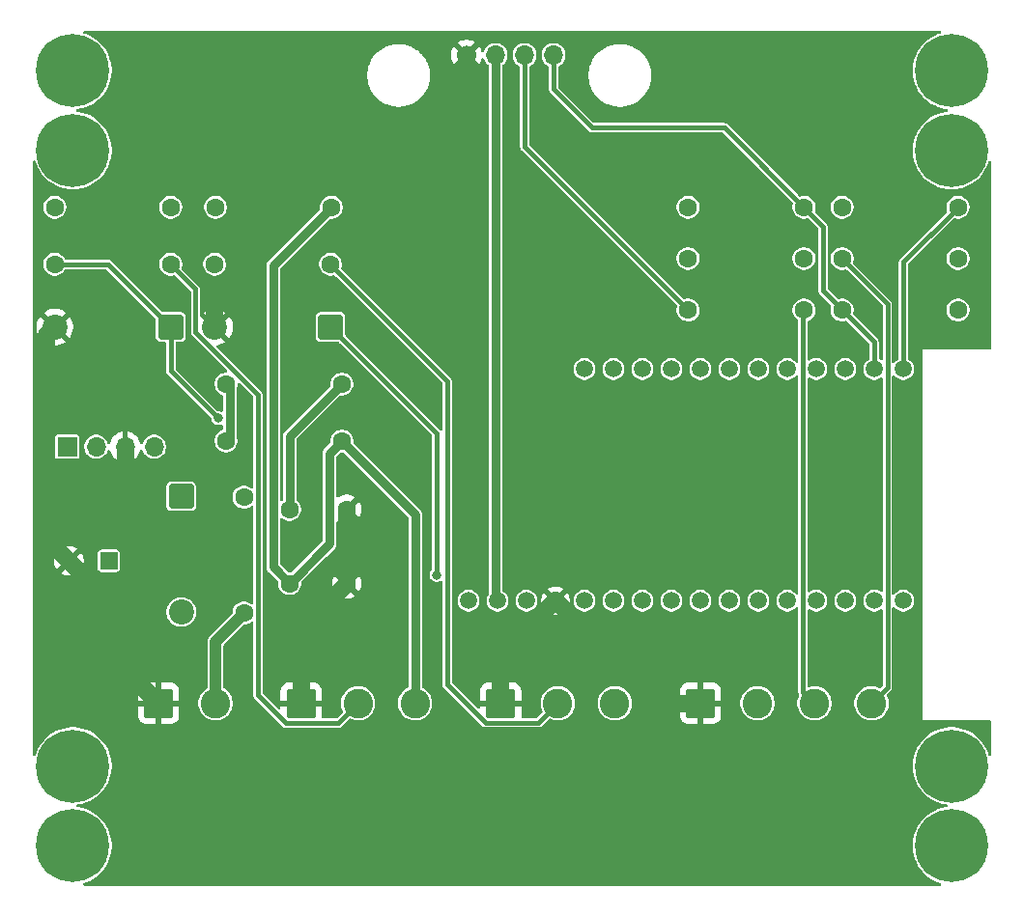
<source format=gbr>
%TF.GenerationSoftware,KiCad,Pcbnew,9.0.7*%
%TF.CreationDate,2026-02-23T21:28:53+11:00*%
%TF.ProjectId,esphome-sensor,65737068-6f6d-4652-9d73-656e736f722e,rev?*%
%TF.SameCoordinates,Original*%
%TF.FileFunction,Copper,L2,Bot*%
%TF.FilePolarity,Positive*%
%FSLAX46Y46*%
G04 Gerber Fmt 4.6, Leading zero omitted, Abs format (unit mm)*
G04 Created by KiCad (PCBNEW 9.0.7) date 2026-02-23 21:28:53*
%MOMM*%
%LPD*%
G01*
G04 APERTURE LIST*
G04 Aperture macros list*
%AMRoundRect*
0 Rectangle with rounded corners*
0 $1 Rounding radius*
0 $2 $3 $4 $5 $6 $7 $8 $9 X,Y pos of 4 corners*
0 Add a 4 corners polygon primitive as box body*
4,1,4,$2,$3,$4,$5,$6,$7,$8,$9,$2,$3,0*
0 Add four circle primitives for the rounded corners*
1,1,$1+$1,$2,$3*
1,1,$1+$1,$4,$5*
1,1,$1+$1,$6,$7*
1,1,$1+$1,$8,$9*
0 Add four rect primitives between the rounded corners*
20,1,$1+$1,$2,$3,$4,$5,0*
20,1,$1+$1,$4,$5,$6,$7,0*
20,1,$1+$1,$6,$7,$8,$9,0*
20,1,$1+$1,$8,$9,$2,$3,0*%
G04 Aperture macros list end*
%TA.AperFunction,ComponentPad*%
%ADD10C,6.400000*%
%TD*%
%TA.AperFunction,ComponentPad*%
%ADD11C,1.600000*%
%TD*%
%TA.AperFunction,ComponentPad*%
%ADD12RoundRect,0.250000X0.550000X0.550000X-0.550000X0.550000X-0.550000X-0.550000X0.550000X-0.550000X0*%
%TD*%
%TA.AperFunction,ComponentPad*%
%ADD13R,1.700000X1.700000*%
%TD*%
%TA.AperFunction,ComponentPad*%
%ADD14O,1.700000X1.700000*%
%TD*%
%TA.AperFunction,ComponentPad*%
%ADD15RoundRect,0.250000X-1.050000X-1.050000X1.050000X-1.050000X1.050000X1.050000X-1.050000X1.050000X0*%
%TD*%
%TA.AperFunction,ComponentPad*%
%ADD16C,2.600000*%
%TD*%
%TA.AperFunction,ComponentPad*%
%ADD17RoundRect,0.249999X-0.850001X0.850001X-0.850001X-0.850001X0.850001X-0.850001X0.850001X0.850001X0*%
%TD*%
%TA.AperFunction,ComponentPad*%
%ADD18C,2.200000*%
%TD*%
%TA.AperFunction,ComponentPad*%
%ADD19C,1.700000*%
%TD*%
%TA.AperFunction,ComponentPad*%
%ADD20C,1.500000*%
%TD*%
%TA.AperFunction,ComponentPad*%
%ADD21RoundRect,0.249999X0.850001X0.850001X-0.850001X0.850001X-0.850001X-0.850001X0.850001X-0.850001X0*%
%TD*%
%TA.AperFunction,ViaPad*%
%ADD22C,0.800000*%
%TD*%
%TA.AperFunction,Conductor*%
%ADD23C,0.400000*%
%TD*%
%TA.AperFunction,Conductor*%
%ADD24C,1.500000*%
%TD*%
%TA.AperFunction,Conductor*%
%ADD25C,0.800000*%
%TD*%
%TA.AperFunction,Conductor*%
%ADD26C,1.000000*%
%TD*%
G04 APERTURE END LIST*
D10*
%TO.P,H8,1*%
%TO.N,N/C*%
X127000000Y-111000000D03*
%TD*%
%TO.P,H7,1*%
%TO.N,N/C*%
X50000000Y-111000000D03*
%TD*%
%TO.P,H6,1*%
%TO.N,N/C*%
X127000000Y-57000000D03*
%TD*%
%TO.P,H5,1*%
%TO.N,N/C*%
X50000000Y-57000000D03*
%TD*%
%TO.P,H2,1*%
%TO.N,N/C*%
X127000000Y-50000000D03*
%TD*%
D11*
%TO.P,R11,1*%
%TO.N,/1WIRE_BUS2*%
X62420000Y-67000000D03*
%TO.P,R11,2*%
%TO.N,/1WIRE_BUS2_PROT*%
X72580000Y-67000000D03*
%TD*%
%TO.P,R6,1*%
%TO.N,/1WIRE_BUS1_PROT*%
X48420000Y-62000000D03*
%TO.P,R6,2*%
%TO.N,/3V3_PROT_1WIRE*%
X58580000Y-62000000D03*
%TD*%
D12*
%TO.P,C1,1*%
%TO.N,/+BATT_PROT*%
X53152700Y-93000000D03*
D11*
%TO.P,C1,2*%
%TO.N,GND*%
X49652700Y-93000000D03*
%TD*%
%TO.P,C3,1*%
%TO.N,/3V3_PROT_I2C*%
X69000000Y-88500000D03*
%TO.P,C3,2*%
%TO.N,GND*%
X74000000Y-88500000D03*
%TD*%
%TO.P,R9,1*%
%TO.N,/SCL_PROT*%
X117420000Y-66500000D03*
%TO.P,R9,2*%
%TO.N,/3V3_2*%
X127580000Y-66500000D03*
%TD*%
D10*
%TO.P,H3,1*%
%TO.N,N/C*%
X50000000Y-118000000D03*
%TD*%
D13*
%TO.P,U1,1,SHDN*%
%TO.N,unconnected-(U1-SHDN-Pad1)*%
X49500000Y-83000000D03*
D14*
%TO.P,U1,2,VIN*%
%TO.N,/+BATT_PROT*%
X52040000Y-83000000D03*
%TO.P,U1,3,GND*%
%TO.N,GND*%
X54580000Y-83000000D03*
%TO.P,U1,4,VOUT*%
%TO.N,+5V*%
X57120000Y-83000000D03*
%TD*%
D11*
%TO.P,R2,1*%
%TO.N,/3V3_2*%
X63420000Y-82500000D03*
%TO.P,R2,2*%
%TO.N,/3V3_PROT_1WIRE*%
X73580000Y-82500000D03*
%TD*%
%TO.P,C2,1*%
%TO.N,/3V3_PROT_1WIRE*%
X69000000Y-95000000D03*
%TO.P,C2,2*%
%TO.N,GND*%
X74000000Y-95000000D03*
%TD*%
D10*
%TO.P,H4,1*%
%TO.N,N/C*%
X127000000Y-118000000D03*
%TD*%
D11*
%TO.P,R13,1*%
%TO.N,/SCL*%
X117420000Y-71000000D03*
%TO.P,R13,2*%
%TO.N,/SCL_PROT*%
X127580000Y-71000000D03*
%TD*%
%TO.P,R1,1*%
%TO.N,/+BATT*%
X65000000Y-97580000D03*
%TO.P,R1,2*%
%TO.N,+5V*%
X65000000Y-87420000D03*
%TD*%
D10*
%TO.P,H1,1*%
%TO.N,N/C*%
X50000000Y-50000000D03*
%TD*%
D11*
%TO.P,R8,1*%
%TO.N,/SDA_PROT*%
X103920000Y-66500000D03*
%TO.P,R8,2*%
%TO.N,/3V3_2*%
X114080000Y-66500000D03*
%TD*%
%TO.P,R5,1*%
%TO.N,/SDA*%
X127580000Y-62000000D03*
%TO.P,R5,2*%
%TO.N,+3V3*%
X117420000Y-62000000D03*
%TD*%
D15*
%TO.P,J5,1,Pin_1*%
%TO.N,GND*%
X105000000Y-105500000D03*
D16*
%TO.P,J5,2,Pin_2*%
%TO.N,/3V3_PROT_I2C*%
X110000000Y-105500000D03*
%TO.P,J5,3,Pin_3*%
%TO.N,/SDA_PROT*%
X115000000Y-105500000D03*
%TO.P,J5,4,Pin_4*%
%TO.N,/SCL_PROT*%
X120000000Y-105500000D03*
%TD*%
D11*
%TO.P,R3,1*%
%TO.N,/3V3_2*%
X63420000Y-77500000D03*
%TO.P,R3,2*%
%TO.N,/3V3_PROT_I2C*%
X73580000Y-77500000D03*
%TD*%
%TO.P,R7,1*%
%TO.N,/1WIRE_BUS2_PROT*%
X62500000Y-62000000D03*
%TO.P,R7,2*%
%TO.N,/3V3_PROT_1WIRE*%
X72660000Y-62000000D03*
%TD*%
D17*
%TO.P,D1,1,K*%
%TO.N,/+BATT_PROT*%
X59500000Y-87340000D03*
D18*
%TO.P,D1,2,A*%
%TO.N,/+BATT*%
X59500000Y-97500000D03*
%TD*%
D19*
%TO.P,J2,1,Pin_1*%
%TO.N,GND*%
X84500000Y-48646000D03*
D14*
%TO.P,J2,2,Pin_2*%
%TO.N,+3V3*%
X87040000Y-48646000D03*
%TO.P,J2,3,Pin_3*%
%TO.N,/SDA*%
X89580000Y-48646000D03*
%TO.P,J2,4,Pin_4*%
%TO.N,/SCL*%
X92120000Y-48646000D03*
%TD*%
D20*
%TO.P,U2,1,VBAT*%
%TO.N,unconnected-(U2-VBAT-Pad1)*%
X94840000Y-76180000D03*
%TO.P,U2,2,EN*%
%TO.N,unconnected-(U2-EN-Pad2)*%
X97380000Y-76180000D03*
%TO.P,U2,3,5V*%
%TO.N,+5V*%
X99920000Y-76180000D03*
%TO.P,U2,4,IO11*%
%TO.N,unconnected-(U2-IO11-Pad4)*%
X102460000Y-76180000D03*
%TO.P,U2,5,IO10*%
%TO.N,unconnected-(U2-IO10-Pad5)*%
X105000000Y-76180000D03*
%TO.P,U2,6,IO7*%
%TO.N,unconnected-(U2-IO7-Pad6)*%
X107540000Y-76180000D03*
%TO.P,U2,7,IO3*%
%TO.N,unconnected-(U2-IO3-Pad7)*%
X110080000Y-76180000D03*
%TO.P,U2,8,IO1*%
%TO.N,unconnected-(U2-IO1-Pad8)*%
X112620000Y-76180000D03*
%TO.P,U2,9,IO38*%
%TO.N,unconnected-(U2-IO38-Pad9)*%
X115160000Y-76180000D03*
%TO.P,U2,10,IO33*%
%TO.N,unconnected-(U2-IO33-Pad10)*%
X117700000Y-76180000D03*
%TO.P,U2,11,IO9*%
%TO.N,/SCL*%
X120240000Y-76180000D03*
%TO.P,U2,12,IO8*%
%TO.N,/SDA*%
X122780000Y-76180000D03*
%TO.P,U2,13,LDO2_OUT*%
%TO.N,/3V3_2*%
X122780000Y-96500000D03*
%TO.P,U2,14,TX*%
%TO.N,unconnected-(U2-TX-Pad14)*%
X120240000Y-96500000D03*
%TO.P,U2,15,RX*%
%TO.N,unconnected-(U2-RX-Pad15)*%
X117700000Y-96500000D03*
%TO.P,U2,16,IO37*%
%TO.N,unconnected-(U2-IO37-Pad16)*%
X115160000Y-96500000D03*
%TO.P,U2,17,IO35*%
%TO.N,unconnected-(U2-IO35-Pad17)*%
X112620000Y-96500000D03*
%TO.P,U2,18,IO36*%
%TO.N,unconnected-(U2-IO36-Pad18)*%
X110080000Y-96500000D03*
%TO.P,U2,19,IO5*%
%TO.N,/1WIRE_BUS1*%
X107540000Y-96500000D03*
%TO.P,U2,20,IO6*%
%TO.N,/1WIRE_BUS2*%
X105000000Y-96500000D03*
%TO.P,U2,21,IO12*%
%TO.N,unconnected-(U2-IO12-Pad21)*%
X102460000Y-96500000D03*
%TO.P,U2,22,IO14*%
%TO.N,unconnected-(U2-IO14-Pad22)*%
X99920000Y-96500000D03*
%TO.P,U2,23,IO18*%
%TO.N,unconnected-(U2-IO18-Pad23)*%
X97380000Y-96500000D03*
%TO.P,U2,24,IO17*%
%TO.N,unconnected-(U2-IO17-Pad24)*%
X94840000Y-96500000D03*
%TO.P,U2,25,GND*%
%TO.N,GND*%
X92300000Y-96500000D03*
%TO.P,U2,26,IO0*%
%TO.N,unconnected-(U2-IO0-Pad26)*%
X89760000Y-96500000D03*
%TO.P,U2,27,3V3*%
%TO.N,+3V3*%
X87220000Y-96500000D03*
%TO.P,U2,28,RST*%
%TO.N,unconnected-(U2-RST-Pad28)*%
X84680000Y-96500000D03*
%TD*%
D11*
%TO.P,R12,1*%
%TO.N,/SDA*%
X103920000Y-71000000D03*
%TO.P,R12,2*%
%TO.N,/SDA_PROT*%
X114080000Y-71000000D03*
%TD*%
%TO.P,R10,1*%
%TO.N,/1WIRE_BUS1*%
X48420000Y-67000000D03*
%TO.P,R10,2*%
%TO.N,/1WIRE_BUS1_PROT*%
X58580000Y-67000000D03*
%TD*%
D15*
%TO.P,J3,1,Pin_1*%
%TO.N,GND*%
X70000000Y-105500000D03*
D16*
%TO.P,J3,2,Pin_2*%
%TO.N,/1WIRE_BUS1_PROT*%
X75000000Y-105500000D03*
%TO.P,J3,3,Pin_3*%
%TO.N,/3V3_PROT_1WIRE*%
X80000000Y-105500000D03*
%TD*%
D15*
%TO.P,J4,1,Pin_1*%
%TO.N,GND*%
X87500000Y-105500000D03*
D16*
%TO.P,J4,2,Pin_2*%
%TO.N,/1WIRE_BUS2_PROT*%
X92500000Y-105500000D03*
%TO.P,J4,3,Pin_3*%
%TO.N,/3V3_PROT_1WIRE*%
X97500000Y-105500000D03*
%TD*%
D21*
%TO.P,D3,1,K*%
%TO.N,/1WIRE_BUS2*%
X72580000Y-72500000D03*
D18*
%TO.P,D3,2,A*%
%TO.N,GND*%
X62420000Y-72500000D03*
%TD*%
D11*
%TO.P,R4,1*%
%TO.N,/SCL*%
X114080000Y-62000000D03*
%TO.P,R4,2*%
%TO.N,+3V3*%
X103920000Y-62000000D03*
%TD*%
D21*
%TO.P,D2,1,K*%
%TO.N,/1WIRE_BUS1*%
X58580000Y-72500000D03*
D18*
%TO.P,D2,2,A*%
%TO.N,GND*%
X48420000Y-72500000D03*
%TD*%
D15*
%TO.P,J1,1,Pin_1*%
%TO.N,GND*%
X57500000Y-105500000D03*
D16*
%TO.P,J1,2,Pin_2*%
%TO.N,/+BATT*%
X62500000Y-105500000D03*
%TD*%
D22*
%TO.N,/1WIRE_BUS2*%
X81876200Y-94257400D03*
%TO.N,/1WIRE_BUS1*%
X62739300Y-80494500D03*
%TD*%
D23*
%TO.N,/SCL*%
X92120000Y-51620000D02*
X92120000Y-48646000D01*
X95500000Y-55000000D02*
X92120000Y-51620000D01*
X107080000Y-55000000D02*
X95500000Y-55000000D01*
X114080000Y-62000000D02*
X107080000Y-55000000D01*
D24*
%TO.N,GND*%
X80500000Y-55000000D02*
X84500000Y-51000000D01*
X84500000Y-51000000D02*
X84500000Y-48646000D01*
X77183712Y-55000000D02*
X80500000Y-55000000D01*
X62420000Y-69763712D02*
X77183712Y-55000000D01*
X62420000Y-72500000D02*
X62420000Y-69763712D01*
D25*
%TO.N,/3V3_2*%
X63741000Y-77821000D02*
X63420000Y-77500000D01*
X63741000Y-82179000D02*
X63741000Y-77821000D01*
X63420000Y-82500000D02*
X63741000Y-82179000D01*
%TO.N,/3V3_PROT_I2C*%
X69000000Y-82080000D02*
X73580000Y-77500000D01*
X69000000Y-88500000D02*
X69000000Y-82080000D01*
D23*
%TO.N,/SCL_PROT*%
X121393100Y-70473100D02*
X117420000Y-66500000D01*
X121393100Y-104106900D02*
X121393100Y-70473100D01*
X120000000Y-105500000D02*
X121393100Y-104106900D01*
%TO.N,/1WIRE_BUS2*%
X81876200Y-81796200D02*
X81876200Y-94257400D01*
X72580000Y-72500000D02*
X81876200Y-81796200D01*
%TO.N,/1WIRE_BUS1*%
X53080000Y-67000000D02*
X48420000Y-67000000D01*
X58580000Y-72500000D02*
X53080000Y-67000000D01*
X58580000Y-76335200D02*
X62739300Y-80494500D01*
X58580000Y-72500000D02*
X58580000Y-76335200D01*
%TO.N,/1WIRE_BUS2_PROT*%
X82796400Y-77216400D02*
X72580000Y-67000000D01*
X82796400Y-103820300D02*
X82796400Y-77216400D01*
X86182300Y-107206200D02*
X82796400Y-103820300D01*
X90793800Y-107206200D02*
X86182300Y-107206200D01*
X92500000Y-105500000D02*
X90793800Y-107206200D01*
%TO.N,/1WIRE_BUS1_PROT*%
X73261200Y-107238800D02*
X75000000Y-105500000D01*
X68681700Y-107238800D02*
X73261200Y-107238800D01*
X66221000Y-104778100D02*
X68681700Y-107238800D01*
X66221000Y-78427900D02*
X66221000Y-104778100D01*
X60749600Y-72956500D02*
X66221000Y-78427900D01*
X60749600Y-69169600D02*
X60749600Y-72956500D01*
X58580000Y-67000000D02*
X60749600Y-69169600D01*
D25*
%TO.N,/3V3_PROT_1WIRE*%
X80000000Y-88920000D02*
X80000000Y-105500000D01*
X73580000Y-82500000D02*
X80000000Y-88920000D01*
X72486300Y-83593700D02*
X73580000Y-82500000D01*
X72486300Y-91513700D02*
X72486300Y-83593700D01*
X69000000Y-95000000D02*
X72486300Y-91513700D01*
X67545600Y-67114400D02*
X72660000Y-62000000D01*
X67545600Y-93545600D02*
X67545600Y-67114400D01*
X69000000Y-95000000D02*
X67545600Y-93545600D01*
D23*
%TO.N,/SDA_PROT*%
X113985000Y-71095000D02*
X114080000Y-71000000D01*
X113985000Y-104485000D02*
X113985000Y-71095000D01*
X115000000Y-105500000D02*
X113985000Y-104485000D01*
%TO.N,/SDA*%
X122780000Y-66800000D02*
X122780000Y-76180000D01*
X127580000Y-62000000D02*
X122780000Y-66800000D01*
X89580000Y-56660000D02*
X89580000Y-48646000D01*
X103920000Y-71000000D02*
X89580000Y-56660000D01*
D25*
%TO.N,+3V3*%
X87040000Y-96320000D02*
X87040000Y-48646000D01*
X87220000Y-96500000D02*
X87040000Y-96320000D01*
D23*
%TO.N,/SCL*%
X115750000Y-69330000D02*
X117420000Y-71000000D01*
X115750000Y-63670000D02*
X115750000Y-69330000D01*
X114080000Y-62000000D02*
X115750000Y-63670000D01*
X120240000Y-73820000D02*
X120240000Y-76180000D01*
X117420000Y-71000000D02*
X120240000Y-73820000D01*
D26*
%TO.N,/+BATT*%
X62500000Y-100080000D02*
X65000000Y-97580000D01*
X62500000Y-105500000D02*
X62500000Y-100080000D01*
D24*
%TO.N,GND*%
X70000000Y-99000000D02*
X74000000Y-95000000D01*
X70000000Y-105500000D02*
X70000000Y-99000000D01*
X74000000Y-95000000D02*
X74000000Y-88500000D01*
X87500000Y-101300000D02*
X92300000Y-96500000D01*
X87500000Y-105500000D02*
X87500000Y-101300000D01*
X47698300Y-73221700D02*
X48420000Y-72500000D01*
X47698300Y-91045600D02*
X47698300Y-73221700D01*
X49652700Y-93000000D02*
X47698300Y-91045600D01*
X101300000Y-105500000D02*
X92300000Y-96500000D01*
X105000000Y-105500000D02*
X101300000Y-105500000D01*
X54580000Y-83000000D02*
X54580000Y-84801700D01*
X54953300Y-102953300D02*
X57500000Y-105500000D01*
X54953300Y-94759800D02*
X54953300Y-102953300D01*
X54953300Y-85175000D02*
X54953300Y-94759800D01*
X54580000Y-84801700D02*
X54953300Y-85175000D01*
X51412500Y-94759800D02*
X54953300Y-94759800D01*
X49652700Y-93000000D02*
X51412500Y-94759800D01*
%TD*%
%TA.AperFunction,Conductor*%
%TO.N,GND*%
G36*
X126053042Y-46520185D02*
G01*
X126098797Y-46572989D01*
X126108741Y-46642147D01*
X126079716Y-46705703D01*
X126021999Y-46743160D01*
X125952049Y-46764378D01*
X125853022Y-46794418D01*
X125544343Y-46922278D01*
X125544338Y-46922280D01*
X125249696Y-47079769D01*
X125249678Y-47079780D01*
X124971890Y-47265393D01*
X124971876Y-47265403D01*
X124713604Y-47477361D01*
X124477361Y-47713604D01*
X124265403Y-47971876D01*
X124265393Y-47971890D01*
X124079780Y-48249678D01*
X124079769Y-48249696D01*
X123922280Y-48544338D01*
X123922278Y-48544343D01*
X123794418Y-48853022D01*
X123697428Y-49172758D01*
X123697425Y-49172769D01*
X123632250Y-49500434D01*
X123632247Y-49500451D01*
X123608496Y-49741603D01*
X123602684Y-49800622D01*
X123599500Y-49832947D01*
X123599500Y-50167052D01*
X123632247Y-50499548D01*
X123632250Y-50499565D01*
X123697425Y-50827230D01*
X123697428Y-50827241D01*
X123794418Y-51146977D01*
X123922278Y-51455656D01*
X123922280Y-51455661D01*
X124079769Y-51750303D01*
X124079780Y-51750321D01*
X124265393Y-52028109D01*
X124265403Y-52028123D01*
X124477361Y-52286395D01*
X124713604Y-52522638D01*
X124713609Y-52522642D01*
X124713610Y-52522643D01*
X124971882Y-52734601D01*
X125249685Y-52920224D01*
X125249694Y-52920229D01*
X125249696Y-52920230D01*
X125544338Y-53077719D01*
X125544340Y-53077719D01*
X125544346Y-53077723D01*
X125853024Y-53205582D01*
X126172749Y-53302569D01*
X126172755Y-53302570D01*
X126172758Y-53302571D01*
X126172769Y-53302574D01*
X126378243Y-53343444D01*
X126500441Y-53367751D01*
X126500450Y-53367751D01*
X126500451Y-53367752D01*
X126590252Y-53376597D01*
X126655039Y-53402758D01*
X126695398Y-53459792D01*
X126698515Y-53529592D01*
X126663400Y-53589997D01*
X126601203Y-53621828D01*
X126590252Y-53623403D01*
X126500451Y-53632247D01*
X126500434Y-53632250D01*
X126172769Y-53697425D01*
X126172758Y-53697428D01*
X125853022Y-53794418D01*
X125544343Y-53922278D01*
X125544338Y-53922280D01*
X125249696Y-54079769D01*
X125249678Y-54079780D01*
X124971890Y-54265393D01*
X124971876Y-54265403D01*
X124713604Y-54477361D01*
X124477361Y-54713604D01*
X124265403Y-54971876D01*
X124265393Y-54971890D01*
X124079780Y-55249678D01*
X124079769Y-55249696D01*
X123922280Y-55544338D01*
X123922278Y-55544343D01*
X123794418Y-55853022D01*
X123697428Y-56172758D01*
X123697425Y-56172769D01*
X123632250Y-56500434D01*
X123632247Y-56500451D01*
X123599500Y-56832947D01*
X123599500Y-57167052D01*
X123632247Y-57499548D01*
X123632250Y-57499565D01*
X123697425Y-57827230D01*
X123697428Y-57827241D01*
X123794418Y-58146977D01*
X123922278Y-58455656D01*
X123922280Y-58455661D01*
X124079769Y-58750303D01*
X124079780Y-58750321D01*
X124265393Y-59028109D01*
X124265403Y-59028123D01*
X124477361Y-59286395D01*
X124713604Y-59522638D01*
X124713609Y-59522642D01*
X124713610Y-59522643D01*
X124971882Y-59734601D01*
X125249685Y-59920224D01*
X125249694Y-59920229D01*
X125249696Y-59920230D01*
X125544338Y-60077719D01*
X125544340Y-60077719D01*
X125544346Y-60077723D01*
X125853024Y-60205582D01*
X126172749Y-60302569D01*
X126172755Y-60302570D01*
X126172758Y-60302571D01*
X126172769Y-60302574D01*
X126378243Y-60343444D01*
X126500441Y-60367751D01*
X126832944Y-60400500D01*
X126832947Y-60400500D01*
X127167053Y-60400500D01*
X127167056Y-60400500D01*
X127499559Y-60367751D01*
X127661757Y-60335487D01*
X127827230Y-60302574D01*
X127827241Y-60302571D01*
X127827241Y-60302570D01*
X127827251Y-60302569D01*
X128146976Y-60205582D01*
X128455654Y-60077723D01*
X128750315Y-59920224D01*
X129028118Y-59734601D01*
X129286390Y-59522643D01*
X129522643Y-59286390D01*
X129734601Y-59028118D01*
X129920224Y-58750315D01*
X130077723Y-58455654D01*
X130205582Y-58146976D01*
X130256840Y-57977998D01*
X130295137Y-57919562D01*
X130358949Y-57891106D01*
X130428016Y-57901666D01*
X130480409Y-57947890D01*
X130499500Y-58013996D01*
X130499500Y-74376000D01*
X130479815Y-74443039D01*
X130427011Y-74488794D01*
X130375500Y-74500000D01*
X124500000Y-74500000D01*
X124500000Y-107000000D01*
X130375500Y-107000000D01*
X130442539Y-107019685D01*
X130488294Y-107072489D01*
X130499500Y-107124000D01*
X130499500Y-109986003D01*
X130479815Y-110053042D01*
X130427011Y-110098797D01*
X130357853Y-110108741D01*
X130294297Y-110079716D01*
X130256839Y-110021998D01*
X130245920Y-109986003D01*
X130205582Y-109853024D01*
X130077723Y-109544346D01*
X129920224Y-109249685D01*
X129734601Y-108971882D01*
X129522643Y-108713610D01*
X129522642Y-108713609D01*
X129522638Y-108713604D01*
X129286395Y-108477361D01*
X129028123Y-108265403D01*
X129028122Y-108265402D01*
X129028118Y-108265399D01*
X128750315Y-108079776D01*
X128750310Y-108079773D01*
X128750303Y-108079769D01*
X128455661Y-107922280D01*
X128455656Y-107922278D01*
X128146977Y-107794418D01*
X127827241Y-107697428D01*
X127827230Y-107697425D01*
X127499565Y-107632250D01*
X127499548Y-107632247D01*
X127240148Y-107606699D01*
X127167056Y-107599500D01*
X126832944Y-107599500D01*
X126759852Y-107606699D01*
X126500451Y-107632247D01*
X126500434Y-107632250D01*
X126172769Y-107697425D01*
X126172758Y-107697428D01*
X125853022Y-107794418D01*
X125544343Y-107922278D01*
X125544338Y-107922280D01*
X125249696Y-108079769D01*
X125249678Y-108079780D01*
X124971890Y-108265393D01*
X124971876Y-108265403D01*
X124713604Y-108477361D01*
X124477361Y-108713604D01*
X124265403Y-108971876D01*
X124265393Y-108971890D01*
X124079780Y-109249678D01*
X124079769Y-109249696D01*
X123922280Y-109544338D01*
X123922278Y-109544343D01*
X123794418Y-109853022D01*
X123697428Y-110172758D01*
X123697425Y-110172769D01*
X123632250Y-110500434D01*
X123632247Y-110500451D01*
X123599500Y-110832947D01*
X123599500Y-111167052D01*
X123632247Y-111499548D01*
X123632250Y-111499565D01*
X123697425Y-111827230D01*
X123697428Y-111827241D01*
X123794418Y-112146977D01*
X123922278Y-112455656D01*
X123922280Y-112455661D01*
X124079769Y-112750303D01*
X124079780Y-112750321D01*
X124265393Y-113028109D01*
X124265403Y-113028123D01*
X124477361Y-113286395D01*
X124713604Y-113522638D01*
X124713609Y-113522642D01*
X124713610Y-113522643D01*
X124971882Y-113734601D01*
X125249685Y-113920224D01*
X125249694Y-113920229D01*
X125249696Y-113920230D01*
X125544338Y-114077719D01*
X125544340Y-114077719D01*
X125544346Y-114077723D01*
X125853024Y-114205582D01*
X126172749Y-114302569D01*
X126172755Y-114302570D01*
X126172758Y-114302571D01*
X126172769Y-114302574D01*
X126378243Y-114343444D01*
X126500441Y-114367751D01*
X126500450Y-114367751D01*
X126500451Y-114367752D01*
X126590252Y-114376597D01*
X126655039Y-114402758D01*
X126695398Y-114459792D01*
X126698515Y-114529592D01*
X126663400Y-114589997D01*
X126601203Y-114621828D01*
X126590252Y-114623403D01*
X126500451Y-114632247D01*
X126500434Y-114632250D01*
X126172769Y-114697425D01*
X126172758Y-114697428D01*
X125853022Y-114794418D01*
X125544343Y-114922278D01*
X125544338Y-114922280D01*
X125249696Y-115079769D01*
X125249678Y-115079780D01*
X124971890Y-115265393D01*
X124971876Y-115265403D01*
X124713604Y-115477361D01*
X124477361Y-115713604D01*
X124265403Y-115971876D01*
X124265393Y-115971890D01*
X124079780Y-116249678D01*
X124079769Y-116249696D01*
X123922280Y-116544338D01*
X123922278Y-116544343D01*
X123794418Y-116853022D01*
X123697428Y-117172758D01*
X123697425Y-117172769D01*
X123632250Y-117500434D01*
X123632247Y-117500451D01*
X123599500Y-117832947D01*
X123599500Y-118167052D01*
X123632247Y-118499548D01*
X123632250Y-118499565D01*
X123697425Y-118827230D01*
X123697428Y-118827241D01*
X123794418Y-119146977D01*
X123922278Y-119455656D01*
X123922280Y-119455661D01*
X124079769Y-119750303D01*
X124079780Y-119750321D01*
X124265393Y-120028109D01*
X124265403Y-120028123D01*
X124477361Y-120286395D01*
X124713604Y-120522638D01*
X124713609Y-120522642D01*
X124713610Y-120522643D01*
X124971882Y-120734601D01*
X125249685Y-120920224D01*
X125249694Y-120920229D01*
X125249696Y-120920230D01*
X125544338Y-121077719D01*
X125544340Y-121077719D01*
X125544346Y-121077723D01*
X125853024Y-121205582D01*
X126021999Y-121256839D01*
X126080437Y-121295137D01*
X126108893Y-121358949D01*
X126098333Y-121428016D01*
X126052109Y-121480409D01*
X125986003Y-121499500D01*
X51013997Y-121499500D01*
X50946958Y-121479815D01*
X50901203Y-121427011D01*
X50891259Y-121357853D01*
X50920284Y-121294297D01*
X50978000Y-121256839D01*
X51146976Y-121205582D01*
X51455654Y-121077723D01*
X51750315Y-120920224D01*
X52028118Y-120734601D01*
X52286390Y-120522643D01*
X52522643Y-120286390D01*
X52734601Y-120028118D01*
X52920224Y-119750315D01*
X53077723Y-119455654D01*
X53205582Y-119146976D01*
X53302569Y-118827251D01*
X53302571Y-118827241D01*
X53302574Y-118827230D01*
X53335487Y-118661757D01*
X53367751Y-118499559D01*
X53400500Y-118167056D01*
X53400500Y-117832944D01*
X53367751Y-117500441D01*
X53343444Y-117378243D01*
X53302574Y-117172769D01*
X53302571Y-117172758D01*
X53302570Y-117172755D01*
X53302569Y-117172749D01*
X53205582Y-116853024D01*
X53077723Y-116544346D01*
X52920224Y-116249685D01*
X52734601Y-115971882D01*
X52522643Y-115713610D01*
X52522642Y-115713609D01*
X52522638Y-115713604D01*
X52286395Y-115477361D01*
X52028123Y-115265403D01*
X52028122Y-115265402D01*
X52028118Y-115265399D01*
X51750315Y-115079776D01*
X51750310Y-115079773D01*
X51750303Y-115079769D01*
X51455661Y-114922280D01*
X51455656Y-114922278D01*
X51146977Y-114794418D01*
X50827241Y-114697428D01*
X50827230Y-114697425D01*
X50499565Y-114632250D01*
X50499548Y-114632247D01*
X50409747Y-114623403D01*
X50344960Y-114597242D01*
X50304601Y-114540208D01*
X50301484Y-114470408D01*
X50336598Y-114410003D01*
X50398796Y-114378172D01*
X50409747Y-114376597D01*
X50473626Y-114370305D01*
X50499559Y-114367751D01*
X50661757Y-114335487D01*
X50827230Y-114302574D01*
X50827241Y-114302571D01*
X50827241Y-114302570D01*
X50827251Y-114302569D01*
X51146976Y-114205582D01*
X51455654Y-114077723D01*
X51750315Y-113920224D01*
X52028118Y-113734601D01*
X52286390Y-113522643D01*
X52522643Y-113286390D01*
X52734601Y-113028118D01*
X52920224Y-112750315D01*
X53077723Y-112455654D01*
X53205582Y-112146976D01*
X53302569Y-111827251D01*
X53302571Y-111827241D01*
X53302574Y-111827230D01*
X53335487Y-111661757D01*
X53367751Y-111499559D01*
X53400500Y-111167056D01*
X53400500Y-110832944D01*
X53367751Y-110500441D01*
X53343444Y-110378243D01*
X53302574Y-110172769D01*
X53302571Y-110172758D01*
X53302570Y-110172755D01*
X53302569Y-110172749D01*
X53205582Y-109853024D01*
X53077723Y-109544346D01*
X52920224Y-109249685D01*
X52734601Y-108971882D01*
X52522643Y-108713610D01*
X52522642Y-108713609D01*
X52522638Y-108713604D01*
X52286395Y-108477361D01*
X52028123Y-108265403D01*
X52028122Y-108265402D01*
X52028118Y-108265399D01*
X51750315Y-108079776D01*
X51750310Y-108079773D01*
X51750303Y-108079769D01*
X51455661Y-107922280D01*
X51455656Y-107922278D01*
X51146977Y-107794418D01*
X50827241Y-107697428D01*
X50827230Y-107697425D01*
X50499565Y-107632250D01*
X50499548Y-107632247D01*
X50240148Y-107606699D01*
X50167056Y-107599500D01*
X49832944Y-107599500D01*
X49759852Y-107606699D01*
X49500451Y-107632247D01*
X49500434Y-107632250D01*
X49172769Y-107697425D01*
X49172758Y-107697428D01*
X48853022Y-107794418D01*
X48544343Y-107922278D01*
X48544338Y-107922280D01*
X48249696Y-108079769D01*
X48249678Y-108079780D01*
X47971890Y-108265393D01*
X47971876Y-108265403D01*
X47713604Y-108477361D01*
X47477361Y-108713604D01*
X47265403Y-108971876D01*
X47265393Y-108971890D01*
X47079780Y-109249678D01*
X47079769Y-109249696D01*
X46922280Y-109544338D01*
X46922278Y-109544343D01*
X46794418Y-109853022D01*
X46764378Y-109952049D01*
X46754080Y-109986003D01*
X46743161Y-110021998D01*
X46704863Y-110080437D01*
X46641051Y-110108893D01*
X46571984Y-110098333D01*
X46519591Y-110052109D01*
X46500500Y-109986003D01*
X46500500Y-104400013D01*
X55700000Y-104400013D01*
X55700000Y-105250000D01*
X56899999Y-105250000D01*
X56874979Y-105310402D01*
X56850000Y-105435981D01*
X56850000Y-105564019D01*
X56874979Y-105689598D01*
X56899999Y-105750000D01*
X55700001Y-105750000D01*
X55700001Y-106599986D01*
X55710494Y-106702697D01*
X55765641Y-106869119D01*
X55765643Y-106869124D01*
X55857684Y-107018345D01*
X55981654Y-107142315D01*
X56130875Y-107234356D01*
X56130880Y-107234358D01*
X56297302Y-107289505D01*
X56297309Y-107289506D01*
X56400019Y-107299999D01*
X57249999Y-107299999D01*
X57250000Y-107299998D01*
X57250000Y-106100001D01*
X57310402Y-106125021D01*
X57435981Y-106150000D01*
X57564019Y-106150000D01*
X57689598Y-106125021D01*
X57750000Y-106100001D01*
X57750000Y-107299999D01*
X58599972Y-107299999D01*
X58599986Y-107299998D01*
X58702697Y-107289505D01*
X58869119Y-107234358D01*
X58869124Y-107234356D01*
X59018345Y-107142315D01*
X59142315Y-107018345D01*
X59234356Y-106869124D01*
X59234358Y-106869119D01*
X59289505Y-106702697D01*
X59289506Y-106702690D01*
X59299999Y-106599986D01*
X59300000Y-106599973D01*
X59300000Y-105750000D01*
X58100001Y-105750000D01*
X58125021Y-105689598D01*
X58150000Y-105564019D01*
X58150000Y-105435981D01*
X58125021Y-105310402D01*
X58100001Y-105250000D01*
X59299999Y-105250000D01*
X59299999Y-104400028D01*
X59299998Y-104400013D01*
X59289505Y-104297302D01*
X59234358Y-104130880D01*
X59234356Y-104130875D01*
X59142315Y-103981654D01*
X59018345Y-103857684D01*
X58869124Y-103765643D01*
X58869119Y-103765641D01*
X58702697Y-103710494D01*
X58702690Y-103710493D01*
X58599986Y-103700000D01*
X57750000Y-103700000D01*
X57750000Y-104899998D01*
X57689598Y-104874979D01*
X57564019Y-104850000D01*
X57435981Y-104850000D01*
X57310402Y-104874979D01*
X57250000Y-104899998D01*
X57250000Y-103700000D01*
X56400028Y-103700000D01*
X56400012Y-103700001D01*
X56297302Y-103710494D01*
X56130880Y-103765641D01*
X56130875Y-103765643D01*
X55981654Y-103857684D01*
X55857684Y-103981654D01*
X55765643Y-104130875D01*
X55765641Y-104130880D01*
X55710494Y-104297302D01*
X55710493Y-104297309D01*
X55700000Y-104400013D01*
X46500500Y-104400013D01*
X46500500Y-97397648D01*
X58199500Y-97397648D01*
X58199500Y-97602351D01*
X58231522Y-97804534D01*
X58294781Y-97999223D01*
X58387715Y-98181613D01*
X58508028Y-98347213D01*
X58652786Y-98491971D01*
X58778539Y-98583334D01*
X58818390Y-98612287D01*
X58934607Y-98671503D01*
X59000776Y-98705218D01*
X59000778Y-98705218D01*
X59000781Y-98705220D01*
X59105137Y-98739127D01*
X59195465Y-98768477D01*
X59296557Y-98784488D01*
X59397648Y-98800500D01*
X59397649Y-98800500D01*
X59602351Y-98800500D01*
X59602352Y-98800500D01*
X59804534Y-98768477D01*
X59999219Y-98705220D01*
X60181610Y-98612287D01*
X60278285Y-98542049D01*
X60347213Y-98491971D01*
X60347215Y-98491968D01*
X60347219Y-98491966D01*
X60491966Y-98347219D01*
X60491968Y-98347215D01*
X60491971Y-98347213D01*
X60544732Y-98274590D01*
X60612287Y-98181610D01*
X60705220Y-97999219D01*
X60768477Y-97804534D01*
X60800500Y-97602352D01*
X60800500Y-97397648D01*
X60768477Y-97195466D01*
X60705220Y-97000781D01*
X60705218Y-97000778D01*
X60705218Y-97000776D01*
X60630203Y-96853553D01*
X60612287Y-96818390D01*
X60582392Y-96777243D01*
X60491971Y-96652786D01*
X60347213Y-96508028D01*
X60181613Y-96387715D01*
X60181612Y-96387714D01*
X60181610Y-96387713D01*
X60124653Y-96358691D01*
X59999223Y-96294781D01*
X59804534Y-96231522D01*
X59629995Y-96203878D01*
X59602352Y-96199500D01*
X59397648Y-96199500D01*
X59373329Y-96203351D01*
X59195465Y-96231522D01*
X59000776Y-96294781D01*
X58818386Y-96387715D01*
X58652786Y-96508028D01*
X58508028Y-96652786D01*
X58387715Y-96818386D01*
X58294781Y-97000776D01*
X58231522Y-97195465D01*
X58199500Y-97397648D01*
X46500500Y-97397648D01*
X46500500Y-92897682D01*
X48352700Y-92897682D01*
X48352700Y-93102317D01*
X48384709Y-93304417D01*
X48447944Y-93499031D01*
X48540841Y-93681350D01*
X48540847Y-93681359D01*
X48573223Y-93725921D01*
X48573224Y-93725922D01*
X49252700Y-93046446D01*
X49252700Y-93052661D01*
X49279959Y-93154394D01*
X49332620Y-93245606D01*
X49407094Y-93320080D01*
X49498306Y-93372741D01*
X49600039Y-93400000D01*
X49606253Y-93400000D01*
X48926776Y-94079474D01*
X48971350Y-94111859D01*
X49153668Y-94204755D01*
X49348282Y-94267990D01*
X49550383Y-94300000D01*
X49755017Y-94300000D01*
X49957117Y-94267990D01*
X50151731Y-94204755D01*
X50334049Y-94111859D01*
X50378621Y-94079474D01*
X49699147Y-93400000D01*
X49705361Y-93400000D01*
X49807094Y-93372741D01*
X49898306Y-93320080D01*
X49972780Y-93245606D01*
X50025441Y-93154394D01*
X50052700Y-93052661D01*
X50052700Y-93046447D01*
X50732174Y-93725921D01*
X50764559Y-93681349D01*
X50857455Y-93499031D01*
X50920690Y-93304417D01*
X50952700Y-93102317D01*
X50952700Y-92897682D01*
X50920690Y-92695582D01*
X50857455Y-92500968D01*
X50831042Y-92449130D01*
X50803833Y-92395730D01*
X52152200Y-92395730D01*
X52152200Y-93604269D01*
X52155053Y-93634699D01*
X52155053Y-93634701D01*
X52197954Y-93757302D01*
X52199907Y-93762882D01*
X52280550Y-93872150D01*
X52389818Y-93952793D01*
X52432545Y-93967744D01*
X52517999Y-93997646D01*
X52548430Y-94000500D01*
X52548434Y-94000500D01*
X53756970Y-94000500D01*
X53787399Y-93997646D01*
X53787401Y-93997646D01*
X53851490Y-93975219D01*
X53915582Y-93952793D01*
X54024850Y-93872150D01*
X54105493Y-93762882D01*
X54134023Y-93681349D01*
X54150346Y-93634701D01*
X54150346Y-93634699D01*
X54153200Y-93604269D01*
X54153200Y-92395730D01*
X54150346Y-92365300D01*
X54150346Y-92365298D01*
X54105493Y-92237119D01*
X54105492Y-92237117D01*
X54024850Y-92127850D01*
X53915582Y-92047207D01*
X53915580Y-92047206D01*
X53787400Y-92002353D01*
X53756970Y-91999500D01*
X53756966Y-91999500D01*
X52548434Y-91999500D01*
X52548430Y-91999500D01*
X52518000Y-92002353D01*
X52517998Y-92002353D01*
X52389819Y-92047206D01*
X52389817Y-92047207D01*
X52280550Y-92127850D01*
X52199907Y-92237117D01*
X52199906Y-92237119D01*
X52155053Y-92365298D01*
X52155053Y-92365300D01*
X52152200Y-92395730D01*
X50803833Y-92395730D01*
X50764559Y-92318650D01*
X50732174Y-92274077D01*
X50732174Y-92274076D01*
X50052700Y-92953551D01*
X50052700Y-92947339D01*
X50025441Y-92845606D01*
X49972780Y-92754394D01*
X49898306Y-92679920D01*
X49807094Y-92627259D01*
X49705361Y-92600000D01*
X49699146Y-92600000D01*
X50378622Y-91920524D01*
X50378621Y-91920523D01*
X50334059Y-91888147D01*
X50334050Y-91888141D01*
X50151731Y-91795244D01*
X49957117Y-91732009D01*
X49755017Y-91700000D01*
X49550383Y-91700000D01*
X49348282Y-91732009D01*
X49153668Y-91795244D01*
X48971344Y-91888143D01*
X48926777Y-91920523D01*
X48926777Y-91920524D01*
X49606254Y-92600000D01*
X49600039Y-92600000D01*
X49498306Y-92627259D01*
X49407094Y-92679920D01*
X49332620Y-92754394D01*
X49279959Y-92845606D01*
X49252700Y-92947339D01*
X49252700Y-92953553D01*
X48573224Y-92274077D01*
X48573223Y-92274077D01*
X48540843Y-92318644D01*
X48447944Y-92500968D01*
X48384709Y-92695582D01*
X48352700Y-92897682D01*
X46500500Y-92897682D01*
X46500500Y-86435729D01*
X58199500Y-86435729D01*
X58199500Y-88244260D01*
X58199501Y-88244266D01*
X58202354Y-88274700D01*
X58202354Y-88274702D01*
X58202355Y-88274703D01*
X58202355Y-88274705D01*
X58247206Y-88402882D01*
X58327849Y-88512150D01*
X58380877Y-88551286D01*
X58437117Y-88592793D01*
X58453550Y-88598543D01*
X58565298Y-88637646D01*
X58572323Y-88638304D01*
X58595733Y-88640500D01*
X60404266Y-88640499D01*
X60434700Y-88637646D01*
X60562883Y-88592793D01*
X60672150Y-88512150D01*
X60752793Y-88402883D01*
X60775219Y-88338791D01*
X60797646Y-88274702D01*
X60797646Y-88274700D01*
X60799632Y-88253521D01*
X60800500Y-88244267D01*
X60800499Y-86435734D01*
X60797646Y-86405300D01*
X60752793Y-86277117D01*
X60672150Y-86167849D01*
X60598123Y-86113215D01*
X60562883Y-86087207D01*
X60562881Y-86087206D01*
X60434701Y-86042353D01*
X60404270Y-86039500D01*
X58595739Y-86039500D01*
X58581751Y-86040811D01*
X58565300Y-86042354D01*
X58565297Y-86042354D01*
X58565296Y-86042355D01*
X58565294Y-86042355D01*
X58437117Y-86087206D01*
X58327849Y-86167849D01*
X58247206Y-86277118D01*
X58202353Y-86405297D01*
X58202353Y-86405299D01*
X58199500Y-86435729D01*
X46500500Y-86435729D01*
X46500500Y-82130247D01*
X48449500Y-82130247D01*
X48449500Y-83869752D01*
X48461131Y-83928229D01*
X48461132Y-83928230D01*
X48505447Y-83994552D01*
X48571769Y-84038867D01*
X48571770Y-84038868D01*
X48630247Y-84050499D01*
X48630250Y-84050500D01*
X48630252Y-84050500D01*
X50369750Y-84050500D01*
X50369751Y-84050499D01*
X50384568Y-84047552D01*
X50428229Y-84038868D01*
X50428229Y-84038867D01*
X50428231Y-84038867D01*
X50494552Y-83994552D01*
X50538867Y-83928231D01*
X50538867Y-83928229D01*
X50538868Y-83928229D01*
X50550499Y-83869752D01*
X50550500Y-83869750D01*
X50550500Y-82896530D01*
X50989500Y-82896530D01*
X50989500Y-83103469D01*
X51029868Y-83306412D01*
X51029870Y-83306420D01*
X51095939Y-83465925D01*
X51109059Y-83497598D01*
X51166541Y-83583626D01*
X51224024Y-83669657D01*
X51370342Y-83815975D01*
X51370345Y-83815977D01*
X51542402Y-83930941D01*
X51733580Y-84010130D01*
X51878052Y-84038867D01*
X51936530Y-84050499D01*
X51936534Y-84050500D01*
X51936535Y-84050500D01*
X52143466Y-84050500D01*
X52143467Y-84050499D01*
X52346420Y-84010130D01*
X52537598Y-83930941D01*
X52709655Y-83815977D01*
X52855977Y-83669655D01*
X52970941Y-83497598D01*
X53039165Y-83332889D01*
X53083004Y-83278488D01*
X53149298Y-83256423D01*
X53216998Y-83273702D01*
X53264609Y-83324839D01*
X53271656Y-83342026D01*
X53328904Y-83518216D01*
X53425379Y-83707557D01*
X53550272Y-83879459D01*
X53550276Y-83879464D01*
X53700535Y-84029723D01*
X53700540Y-84029727D01*
X53872442Y-84154620D01*
X54061782Y-84251095D01*
X54263871Y-84316757D01*
X54330000Y-84327231D01*
X54330000Y-83433012D01*
X54387007Y-83465925D01*
X54514174Y-83500000D01*
X54645826Y-83500000D01*
X54772993Y-83465925D01*
X54830000Y-83433012D01*
X54830000Y-84327230D01*
X54896126Y-84316757D01*
X54896129Y-84316757D01*
X55098217Y-84251095D01*
X55287557Y-84154620D01*
X55459459Y-84029727D01*
X55459464Y-84029723D01*
X55609723Y-83879464D01*
X55609727Y-83879459D01*
X55734620Y-83707557D01*
X55831095Y-83518217D01*
X55888343Y-83342026D01*
X55927780Y-83284351D01*
X55992139Y-83257152D01*
X56060985Y-83269066D01*
X56112461Y-83316310D01*
X56120833Y-83332887D01*
X56143095Y-83386632D01*
X56175939Y-83465925D01*
X56189059Y-83497598D01*
X56246541Y-83583626D01*
X56304024Y-83669657D01*
X56450342Y-83815975D01*
X56450345Y-83815977D01*
X56622402Y-83930941D01*
X56813580Y-84010130D01*
X56958052Y-84038867D01*
X57016530Y-84050499D01*
X57016534Y-84050500D01*
X57016535Y-84050500D01*
X57223466Y-84050500D01*
X57223467Y-84050499D01*
X57426420Y-84010130D01*
X57617598Y-83930941D01*
X57789655Y-83815977D01*
X57935977Y-83669655D01*
X58050941Y-83497598D01*
X58130130Y-83306420D01*
X58170500Y-83103465D01*
X58170500Y-82896535D01*
X58130130Y-82693580D01*
X58050941Y-82502402D01*
X57935977Y-82330345D01*
X57935975Y-82330342D01*
X57789657Y-82184024D01*
X57694638Y-82120535D01*
X57617598Y-82069059D01*
X57426420Y-81989870D01*
X57426412Y-81989868D01*
X57223469Y-81949500D01*
X57223465Y-81949500D01*
X57016535Y-81949500D01*
X57016530Y-81949500D01*
X56813587Y-81989868D01*
X56813579Y-81989870D01*
X56622403Y-82069058D01*
X56450342Y-82184024D01*
X56304024Y-82330342D01*
X56189057Y-82502403D01*
X56120835Y-82667108D01*
X56076994Y-82721511D01*
X56010700Y-82743576D01*
X55943000Y-82726297D01*
X55895390Y-82675159D01*
X55888343Y-82657973D01*
X55831095Y-82481782D01*
X55734620Y-82292442D01*
X55609727Y-82120540D01*
X55609723Y-82120535D01*
X55459464Y-81970276D01*
X55459459Y-81970272D01*
X55287557Y-81845379D01*
X55098215Y-81748903D01*
X54896124Y-81683241D01*
X54830000Y-81672768D01*
X54830000Y-82566988D01*
X54772993Y-82534075D01*
X54645826Y-82500000D01*
X54514174Y-82500000D01*
X54387007Y-82534075D01*
X54330000Y-82566988D01*
X54330000Y-81672768D01*
X54329999Y-81672768D01*
X54263875Y-81683241D01*
X54061784Y-81748903D01*
X53872442Y-81845379D01*
X53700540Y-81970272D01*
X53700535Y-81970276D01*
X53550276Y-82120535D01*
X53550272Y-82120540D01*
X53425379Y-82292442D01*
X53328905Y-82481781D01*
X53271656Y-82657974D01*
X53232218Y-82715649D01*
X53167859Y-82742847D01*
X53099013Y-82730932D01*
X53047537Y-82683688D01*
X53039164Y-82667107D01*
X53039095Y-82666941D01*
X53013456Y-82605043D01*
X52970943Y-82502405D01*
X52855975Y-82330342D01*
X52709657Y-82184024D01*
X52614638Y-82120535D01*
X52537598Y-82069059D01*
X52346420Y-81989870D01*
X52346412Y-81989868D01*
X52143469Y-81949500D01*
X52143465Y-81949500D01*
X51936535Y-81949500D01*
X51936530Y-81949500D01*
X51733587Y-81989868D01*
X51733579Y-81989870D01*
X51542403Y-82069058D01*
X51370342Y-82184024D01*
X51224024Y-82330342D01*
X51109058Y-82502403D01*
X51029870Y-82693579D01*
X51029868Y-82693587D01*
X50989500Y-82896530D01*
X50550500Y-82896530D01*
X50550500Y-82130249D01*
X50550499Y-82130247D01*
X50538868Y-82071770D01*
X50538867Y-82071769D01*
X50494552Y-82005447D01*
X50428230Y-81961132D01*
X50428229Y-81961131D01*
X50369752Y-81949500D01*
X50369748Y-81949500D01*
X48630252Y-81949500D01*
X48630247Y-81949500D01*
X48571770Y-81961131D01*
X48571769Y-81961132D01*
X48505447Y-82005447D01*
X48461132Y-82071769D01*
X48461131Y-82071770D01*
X48449500Y-82130247D01*
X46500500Y-82130247D01*
X46500500Y-72374071D01*
X46820000Y-72374071D01*
X46820000Y-72625928D01*
X46859397Y-72874669D01*
X46937219Y-73114184D01*
X47051557Y-73338583D01*
X47125748Y-73440697D01*
X47125748Y-73440698D01*
X47896212Y-72670233D01*
X47907482Y-72712292D01*
X47979890Y-72837708D01*
X48082292Y-72940110D01*
X48207708Y-73012518D01*
X48249765Y-73023787D01*
X47479300Y-73794250D01*
X47581416Y-73868442D01*
X47805815Y-73982780D01*
X48045330Y-74060602D01*
X48294072Y-74100000D01*
X48545928Y-74100000D01*
X48794669Y-74060602D01*
X49034184Y-73982780D01*
X49258575Y-73868446D01*
X49258581Y-73868442D01*
X49360697Y-73794250D01*
X49360698Y-73794250D01*
X48590234Y-73023787D01*
X48632292Y-73012518D01*
X48757708Y-72940110D01*
X48860110Y-72837708D01*
X48932518Y-72712292D01*
X48943787Y-72670234D01*
X49714250Y-73440698D01*
X49714250Y-73440697D01*
X49788442Y-73338581D01*
X49788446Y-73338575D01*
X49902780Y-73114184D01*
X49980602Y-72874669D01*
X50020000Y-72625928D01*
X50020000Y-72374071D01*
X49980602Y-72125330D01*
X49902780Y-71885815D01*
X49788442Y-71661416D01*
X49714250Y-71559301D01*
X49714250Y-71559300D01*
X48943787Y-72329764D01*
X48932518Y-72287708D01*
X48860110Y-72162292D01*
X48757708Y-72059890D01*
X48632292Y-71987482D01*
X48590232Y-71976212D01*
X49360698Y-71205748D01*
X49258583Y-71131557D01*
X49034184Y-71017219D01*
X48794669Y-70939397D01*
X48545928Y-70900000D01*
X48294072Y-70900000D01*
X48045330Y-70939397D01*
X47805815Y-71017219D01*
X47581413Y-71131559D01*
X47479301Y-71205747D01*
X47479300Y-71205748D01*
X48249765Y-71976212D01*
X48207708Y-71987482D01*
X48082292Y-72059890D01*
X47979890Y-72162292D01*
X47907482Y-72287708D01*
X47896212Y-72329765D01*
X47125748Y-71559300D01*
X47125747Y-71559301D01*
X47051559Y-71661413D01*
X46937219Y-71885815D01*
X46859397Y-72125330D01*
X46820000Y-72374071D01*
X46500500Y-72374071D01*
X46500500Y-67098543D01*
X47419499Y-67098543D01*
X47457947Y-67291829D01*
X47457950Y-67291839D01*
X47533364Y-67473907D01*
X47533371Y-67473920D01*
X47642860Y-67637781D01*
X47642863Y-67637785D01*
X47782214Y-67777136D01*
X47782218Y-67777139D01*
X47946079Y-67886628D01*
X47946092Y-67886635D01*
X48128160Y-67962049D01*
X48128165Y-67962051D01*
X48128169Y-67962051D01*
X48128170Y-67962052D01*
X48321456Y-68000500D01*
X48321459Y-68000500D01*
X48518543Y-68000500D01*
X48648582Y-67974632D01*
X48711835Y-67962051D01*
X48893914Y-67886632D01*
X49057782Y-67777139D01*
X49197139Y-67637782D01*
X49306632Y-67473914D01*
X49306634Y-67473907D01*
X49309502Y-67468544D01*
X49311381Y-67469548D01*
X49349159Y-67422655D01*
X49415450Y-67400580D01*
X49419895Y-67400500D01*
X52862745Y-67400500D01*
X52929784Y-67420185D01*
X52950426Y-67436819D01*
X57243181Y-71729573D01*
X57276666Y-71790896D01*
X57279500Y-71817254D01*
X57279500Y-73404260D01*
X57279501Y-73404266D01*
X57282354Y-73434700D01*
X57282354Y-73434702D01*
X57282355Y-73434703D01*
X57282355Y-73434705D01*
X57327206Y-73562882D01*
X57407849Y-73672150D01*
X57462483Y-73712471D01*
X57517117Y-73752793D01*
X57558499Y-73767273D01*
X57645298Y-73797646D01*
X57652323Y-73798304D01*
X57675733Y-73800500D01*
X58055500Y-73800499D01*
X58122539Y-73820183D01*
X58168294Y-73872987D01*
X58179500Y-73924499D01*
X58179500Y-76387926D01*
X58206793Y-76489789D01*
X58212400Y-76499500D01*
X58259520Y-76581113D01*
X58259522Y-76581115D01*
X62102481Y-80424074D01*
X62135966Y-80485397D01*
X62138800Y-80511755D01*
X62138800Y-80573556D01*
X62179723Y-80726283D01*
X62179726Y-80726290D01*
X62258775Y-80863209D01*
X62258779Y-80863214D01*
X62258780Y-80863216D01*
X62370584Y-80975020D01*
X62370586Y-80975021D01*
X62370590Y-80975024D01*
X62503872Y-81051973D01*
X62507516Y-81054077D01*
X62660243Y-81095000D01*
X62660245Y-81095000D01*
X62818355Y-81095000D01*
X62818357Y-81095000D01*
X62971084Y-81054077D01*
X62971085Y-81054076D01*
X62978935Y-81051973D01*
X62979426Y-81053805D01*
X63038509Y-81047450D01*
X63100990Y-81078720D01*
X63136646Y-81138807D01*
X63140500Y-81169481D01*
X63140500Y-81449985D01*
X63120815Y-81517024D01*
X63068011Y-81562779D01*
X63063953Y-81564546D01*
X62946088Y-81613366D01*
X62946079Y-81613371D01*
X62782218Y-81722860D01*
X62782214Y-81722863D01*
X62642863Y-81862214D01*
X62642860Y-81862218D01*
X62533371Y-82026079D01*
X62533364Y-82026092D01*
X62457950Y-82208160D01*
X62457947Y-82208170D01*
X62419500Y-82401456D01*
X62419500Y-82401459D01*
X62419500Y-82598541D01*
X62419500Y-82598543D01*
X62419499Y-82598543D01*
X62457947Y-82791829D01*
X62457950Y-82791839D01*
X62533364Y-82973907D01*
X62533371Y-82973920D01*
X62642860Y-83137781D01*
X62642863Y-83137785D01*
X62782215Y-83277137D01*
X62946079Y-83386628D01*
X62946092Y-83386635D01*
X63128160Y-83462049D01*
X63128165Y-83462051D01*
X63128169Y-83462051D01*
X63128170Y-83462052D01*
X63321456Y-83500500D01*
X63321459Y-83500500D01*
X63518543Y-83500500D01*
X63692359Y-83465925D01*
X63711835Y-83462051D01*
X63893914Y-83386632D01*
X64057782Y-83277139D01*
X64057781Y-83277139D01*
X64057785Y-83277137D01*
X64057785Y-83277136D01*
X64197136Y-83137785D01*
X64197139Y-83137782D01*
X64306632Y-82973914D01*
X64382051Y-82791835D01*
X64420229Y-82599903D01*
X64420500Y-82598543D01*
X64420500Y-82401456D01*
X64382052Y-82208171D01*
X64382052Y-82208170D01*
X64382051Y-82208165D01*
X64350937Y-82133048D01*
X64341500Y-82085600D01*
X64341500Y-77914398D01*
X64350938Y-77866947D01*
X64382051Y-77791835D01*
X64411753Y-77642517D01*
X64420500Y-77598543D01*
X64420500Y-77493155D01*
X64440185Y-77426116D01*
X64492989Y-77380361D01*
X64562147Y-77370417D01*
X64625703Y-77399442D01*
X64632181Y-77405474D01*
X65784181Y-78557474D01*
X65817666Y-78618797D01*
X65820500Y-78645155D01*
X65820500Y-86532961D01*
X65800815Y-86600000D01*
X65748011Y-86645755D01*
X65678853Y-86655699D01*
X65627609Y-86636063D01*
X65473920Y-86533371D01*
X65473907Y-86533364D01*
X65291839Y-86457950D01*
X65291829Y-86457947D01*
X65098543Y-86419500D01*
X65098541Y-86419500D01*
X64901459Y-86419500D01*
X64901457Y-86419500D01*
X64708170Y-86457947D01*
X64708160Y-86457950D01*
X64526092Y-86533364D01*
X64526079Y-86533371D01*
X64362218Y-86642860D01*
X64362214Y-86642863D01*
X64222863Y-86782214D01*
X64222860Y-86782218D01*
X64113371Y-86946079D01*
X64113364Y-86946092D01*
X64037950Y-87128160D01*
X64037947Y-87128170D01*
X63999500Y-87321456D01*
X63999500Y-87321459D01*
X63999500Y-87518541D01*
X63999500Y-87518543D01*
X63999499Y-87518543D01*
X64037947Y-87711829D01*
X64037950Y-87711839D01*
X64113364Y-87893907D01*
X64113371Y-87893920D01*
X64222860Y-88057781D01*
X64222863Y-88057785D01*
X64362214Y-88197136D01*
X64362218Y-88197139D01*
X64526079Y-88306628D01*
X64526092Y-88306635D01*
X64708160Y-88382049D01*
X64708165Y-88382051D01*
X64708169Y-88382051D01*
X64708170Y-88382052D01*
X64901456Y-88420500D01*
X64901459Y-88420500D01*
X65098543Y-88420500D01*
X65228582Y-88394632D01*
X65291835Y-88382051D01*
X65473914Y-88306632D01*
X65627610Y-88203935D01*
X65694286Y-88183058D01*
X65761666Y-88201542D01*
X65808357Y-88253521D01*
X65820500Y-88307038D01*
X65820500Y-96692961D01*
X65800815Y-96760000D01*
X65748011Y-96805755D01*
X65678853Y-96815699D01*
X65627609Y-96796063D01*
X65473920Y-96693371D01*
X65473907Y-96693364D01*
X65291839Y-96617950D01*
X65291829Y-96617947D01*
X65098543Y-96579500D01*
X65098541Y-96579500D01*
X64901459Y-96579500D01*
X64901457Y-96579500D01*
X64708170Y-96617947D01*
X64708160Y-96617950D01*
X64526092Y-96693364D01*
X64526079Y-96693371D01*
X64362218Y-96802860D01*
X64362214Y-96802863D01*
X64222863Y-96942214D01*
X64222860Y-96942218D01*
X64113371Y-97106079D01*
X64113364Y-97106092D01*
X64037950Y-97288160D01*
X64037947Y-97288170D01*
X63999500Y-97481456D01*
X63999500Y-97538480D01*
X63979815Y-97605519D01*
X63963181Y-97626161D01*
X61955888Y-99633453D01*
X61955887Y-99633454D01*
X61879222Y-99748192D01*
X61826421Y-99875667D01*
X61826418Y-99875677D01*
X61799500Y-100011004D01*
X61799500Y-104096883D01*
X61779815Y-104163922D01*
X61731799Y-104207366D01*
X61713569Y-104216655D01*
X61651861Y-104261489D01*
X61522490Y-104355483D01*
X61522488Y-104355485D01*
X61522487Y-104355485D01*
X61355485Y-104522487D01*
X61355485Y-104522488D01*
X61355483Y-104522490D01*
X61308466Y-104587203D01*
X61216657Y-104713566D01*
X61109433Y-104924003D01*
X61036446Y-105148631D01*
X60999500Y-105381902D01*
X60999500Y-105618097D01*
X61036446Y-105851368D01*
X61109433Y-106075996D01*
X61216657Y-106286433D01*
X61355483Y-106477510D01*
X61522490Y-106644517D01*
X61713567Y-106783343D01*
X61812991Y-106834002D01*
X61924003Y-106890566D01*
X61924005Y-106890566D01*
X61924008Y-106890568D01*
X62044412Y-106929689D01*
X62148631Y-106963553D01*
X62381903Y-107000500D01*
X62381908Y-107000500D01*
X62618097Y-107000500D01*
X62851368Y-106963553D01*
X63075992Y-106890568D01*
X63286433Y-106783343D01*
X63477510Y-106644517D01*
X63644517Y-106477510D01*
X63783343Y-106286433D01*
X63890568Y-106075992D01*
X63963553Y-105851368D01*
X63989175Y-105689598D01*
X64000500Y-105618097D01*
X64000500Y-105381902D01*
X63963553Y-105148631D01*
X63913671Y-104995112D01*
X63890568Y-104924008D01*
X63890566Y-104924005D01*
X63890566Y-104924003D01*
X63834002Y-104812991D01*
X63783343Y-104713567D01*
X63644517Y-104522490D01*
X63477510Y-104355483D01*
X63286433Y-104216657D01*
X63286432Y-104216656D01*
X63286430Y-104216655D01*
X63268201Y-104207366D01*
X63217407Y-104159390D01*
X63200500Y-104096883D01*
X63200500Y-100421519D01*
X63220185Y-100354480D01*
X63236819Y-100333838D01*
X64953838Y-98616819D01*
X65015161Y-98583334D01*
X65041519Y-98580500D01*
X65098543Y-98580500D01*
X65228582Y-98554632D01*
X65291835Y-98542051D01*
X65473914Y-98466632D01*
X65627610Y-98363935D01*
X65694286Y-98343058D01*
X65761666Y-98361542D01*
X65808357Y-98413521D01*
X65820500Y-98467038D01*
X65820500Y-104830826D01*
X65847793Y-104932689D01*
X65874156Y-104978350D01*
X65900520Y-105024013D01*
X68361219Y-107484712D01*
X68361220Y-107484713D01*
X68435787Y-107559280D01*
X68527113Y-107612007D01*
X68628973Y-107639300D01*
X68628975Y-107639300D01*
X73313925Y-107639300D01*
X73313927Y-107639300D01*
X73415788Y-107612007D01*
X73507113Y-107559280D01*
X74195893Y-106870498D01*
X74257214Y-106837015D01*
X74326905Y-106841999D01*
X74339867Y-106847696D01*
X74424003Y-106890566D01*
X74424005Y-106890566D01*
X74424008Y-106890568D01*
X74544412Y-106929689D01*
X74648631Y-106963553D01*
X74881903Y-107000500D01*
X74881908Y-107000500D01*
X75118097Y-107000500D01*
X75351368Y-106963553D01*
X75575992Y-106890568D01*
X75786433Y-106783343D01*
X75977510Y-106644517D01*
X76144517Y-106477510D01*
X76283343Y-106286433D01*
X76390568Y-106075992D01*
X76463553Y-105851368D01*
X76489175Y-105689598D01*
X76500500Y-105618097D01*
X76500500Y-105381902D01*
X76463553Y-105148631D01*
X76413671Y-104995112D01*
X76390568Y-104924008D01*
X76390566Y-104924005D01*
X76390566Y-104924003D01*
X76334002Y-104812991D01*
X76283343Y-104713567D01*
X76144517Y-104522490D01*
X75977510Y-104355483D01*
X75786433Y-104216657D01*
X75786429Y-104216655D01*
X75575996Y-104109433D01*
X75351368Y-104036446D01*
X75118097Y-103999500D01*
X75118092Y-103999500D01*
X74881908Y-103999500D01*
X74881903Y-103999500D01*
X74648631Y-104036446D01*
X74424003Y-104109433D01*
X74213566Y-104216657D01*
X74151861Y-104261489D01*
X74022490Y-104355483D01*
X74022488Y-104355485D01*
X74022487Y-104355485D01*
X73855485Y-104522487D01*
X73855485Y-104522488D01*
X73855483Y-104522490D01*
X73808466Y-104587203D01*
X73716657Y-104713566D01*
X73609433Y-104924003D01*
X73536446Y-105148631D01*
X73499500Y-105381902D01*
X73499500Y-105618097D01*
X73536446Y-105851368D01*
X73609434Y-106075999D01*
X73652302Y-106160132D01*
X73665198Y-106228801D01*
X73638921Y-106293542D01*
X73629498Y-106304107D01*
X73131626Y-106801981D01*
X73070303Y-106835466D01*
X73043945Y-106838300D01*
X71912966Y-106838300D01*
X71845927Y-106818615D01*
X71800172Y-106765811D01*
X71789608Y-106701697D01*
X71799999Y-106599986D01*
X71800000Y-106599973D01*
X71800000Y-105750000D01*
X70600001Y-105750000D01*
X70625021Y-105689598D01*
X70650000Y-105564019D01*
X70650000Y-105435981D01*
X70625021Y-105310402D01*
X70600001Y-105250000D01*
X71799999Y-105250000D01*
X71799999Y-104400028D01*
X71799998Y-104400013D01*
X71789505Y-104297302D01*
X71734358Y-104130880D01*
X71734356Y-104130875D01*
X71642315Y-103981654D01*
X71518345Y-103857684D01*
X71369124Y-103765643D01*
X71369119Y-103765641D01*
X71202697Y-103710494D01*
X71202690Y-103710493D01*
X71099986Y-103700000D01*
X70250000Y-103700000D01*
X70250000Y-104899998D01*
X70189598Y-104874979D01*
X70064019Y-104850000D01*
X69935981Y-104850000D01*
X69810402Y-104874979D01*
X69750000Y-104899998D01*
X69750000Y-103700000D01*
X68900028Y-103700000D01*
X68900012Y-103700001D01*
X68797302Y-103710494D01*
X68630880Y-103765641D01*
X68630875Y-103765643D01*
X68481654Y-103857684D01*
X68357684Y-103981654D01*
X68265643Y-104130875D01*
X68265641Y-104130880D01*
X68210494Y-104297302D01*
X68210493Y-104297309D01*
X68200000Y-104400013D01*
X68200000Y-105250000D01*
X69399999Y-105250000D01*
X69374979Y-105310402D01*
X69350000Y-105435981D01*
X69350000Y-105564019D01*
X69374979Y-105689598D01*
X69399999Y-105750000D01*
X68200000Y-105750000D01*
X68200000Y-105891346D01*
X68180315Y-105958385D01*
X68127511Y-106004140D01*
X68058352Y-106014083D01*
X67994797Y-105985058D01*
X67988319Y-105979026D01*
X66657819Y-104648526D01*
X66643115Y-104621598D01*
X66626523Y-104595780D01*
X66625631Y-104589579D01*
X66624334Y-104587203D01*
X66621500Y-104560845D01*
X66621500Y-93624654D01*
X66945098Y-93624654D01*
X66982136Y-93762882D01*
X66986023Y-93777385D01*
X67003063Y-93806899D01*
X67003064Y-93806901D01*
X67003065Y-93806901D01*
X67050282Y-93888684D01*
X67065079Y-93914314D01*
X67065081Y-93914317D01*
X67183949Y-94033185D01*
X67183955Y-94033190D01*
X67963181Y-94812416D01*
X67996666Y-94873739D01*
X67999500Y-94900097D01*
X67999500Y-94901459D01*
X67999500Y-95098541D01*
X67999500Y-95098543D01*
X67999499Y-95098543D01*
X68037947Y-95291829D01*
X68037950Y-95291839D01*
X68113364Y-95473907D01*
X68113371Y-95473920D01*
X68222860Y-95637781D01*
X68222863Y-95637785D01*
X68362214Y-95777136D01*
X68362218Y-95777139D01*
X68526079Y-95886628D01*
X68526092Y-95886635D01*
X68676345Y-95948871D01*
X68708165Y-95962051D01*
X68708169Y-95962051D01*
X68708170Y-95962052D01*
X68901456Y-96000500D01*
X68901459Y-96000500D01*
X69098543Y-96000500D01*
X69250269Y-95970319D01*
X69291835Y-95962051D01*
X69353181Y-95936641D01*
X69399021Y-95917654D01*
X69473907Y-95886635D01*
X69473907Y-95886634D01*
X69473914Y-95886632D01*
X69637782Y-95777139D01*
X69777139Y-95637782D01*
X69886632Y-95473914D01*
X69962051Y-95291835D01*
X70000500Y-95098541D01*
X70000500Y-94901459D01*
X70000500Y-94900096D01*
X70001209Y-94897682D01*
X72700000Y-94897682D01*
X72700000Y-95102317D01*
X72732009Y-95304417D01*
X72795244Y-95499031D01*
X72888141Y-95681350D01*
X72888147Y-95681359D01*
X72920523Y-95725921D01*
X72920524Y-95725922D01*
X73600000Y-95046446D01*
X73600000Y-95052661D01*
X73627259Y-95154394D01*
X73679920Y-95245606D01*
X73754394Y-95320080D01*
X73845606Y-95372741D01*
X73947339Y-95400000D01*
X73953553Y-95400000D01*
X73274076Y-96079474D01*
X73318650Y-96111859D01*
X73500968Y-96204755D01*
X73695582Y-96267990D01*
X73897683Y-96300000D01*
X74102317Y-96300000D01*
X74304417Y-96267990D01*
X74499031Y-96204755D01*
X74681349Y-96111859D01*
X74725921Y-96079474D01*
X74046447Y-95400000D01*
X74052661Y-95400000D01*
X74154394Y-95372741D01*
X74245606Y-95320080D01*
X74320080Y-95245606D01*
X74372741Y-95154394D01*
X74400000Y-95052661D01*
X74400000Y-95046448D01*
X75079474Y-95725922D01*
X75079474Y-95725921D01*
X75111859Y-95681349D01*
X75204755Y-95499031D01*
X75267990Y-95304417D01*
X75300000Y-95102317D01*
X75300000Y-94897682D01*
X75267990Y-94695582D01*
X75204755Y-94500968D01*
X75111859Y-94318650D01*
X75079474Y-94274077D01*
X75079474Y-94274076D01*
X74400000Y-94953551D01*
X74400000Y-94947339D01*
X74372741Y-94845606D01*
X74320080Y-94754394D01*
X74245606Y-94679920D01*
X74154394Y-94627259D01*
X74052661Y-94600000D01*
X74046446Y-94600000D01*
X74725922Y-93920524D01*
X74725921Y-93920523D01*
X74681359Y-93888147D01*
X74681350Y-93888141D01*
X74499031Y-93795244D01*
X74304417Y-93732009D01*
X74102317Y-93700000D01*
X73897683Y-93700000D01*
X73695582Y-93732009D01*
X73500968Y-93795244D01*
X73318644Y-93888143D01*
X73274077Y-93920523D01*
X73274077Y-93920524D01*
X73953554Y-94600000D01*
X73947339Y-94600000D01*
X73845606Y-94627259D01*
X73754394Y-94679920D01*
X73679920Y-94754394D01*
X73627259Y-94845606D01*
X73600000Y-94947339D01*
X73600000Y-94953553D01*
X72920524Y-94274077D01*
X72920523Y-94274077D01*
X72888143Y-94318644D01*
X72795244Y-94500968D01*
X72732009Y-94695582D01*
X72700000Y-94897682D01*
X70001209Y-94897682D01*
X70009144Y-94870655D01*
X70015668Y-94840669D01*
X70019422Y-94835653D01*
X70020185Y-94833057D01*
X70036819Y-94812415D01*
X70044099Y-94805135D01*
X70969133Y-93880102D01*
X72221976Y-92627259D01*
X72966820Y-91882416D01*
X73045877Y-91745484D01*
X73086801Y-91592757D01*
X73086801Y-91434642D01*
X73086801Y-91427047D01*
X73086800Y-91427029D01*
X73086800Y-89686774D01*
X73106485Y-89619735D01*
X73159289Y-89573980D01*
X73228447Y-89564036D01*
X73283686Y-89586456D01*
X73318650Y-89611859D01*
X73500968Y-89704755D01*
X73695582Y-89767990D01*
X73897683Y-89800000D01*
X74102317Y-89800000D01*
X74304417Y-89767990D01*
X74499031Y-89704755D01*
X74681349Y-89611859D01*
X74725921Y-89579474D01*
X74046447Y-88900000D01*
X74052661Y-88900000D01*
X74154394Y-88872741D01*
X74245606Y-88820080D01*
X74320080Y-88745606D01*
X74372741Y-88654394D01*
X74400000Y-88552661D01*
X74400000Y-88546448D01*
X75079474Y-89225922D01*
X75079474Y-89225921D01*
X75111859Y-89181349D01*
X75204755Y-88999031D01*
X75267990Y-88804417D01*
X75300000Y-88602317D01*
X75300000Y-88397682D01*
X75267990Y-88195582D01*
X75204755Y-88000968D01*
X75111859Y-87818650D01*
X75079474Y-87774077D01*
X75079474Y-87774076D01*
X74400000Y-88453551D01*
X74400000Y-88447339D01*
X74372741Y-88345606D01*
X74320080Y-88254394D01*
X74245606Y-88179920D01*
X74154394Y-88127259D01*
X74052661Y-88100000D01*
X74046446Y-88100000D01*
X74725922Y-87420524D01*
X74725921Y-87420523D01*
X74681359Y-87388147D01*
X74681350Y-87388141D01*
X74499031Y-87295244D01*
X74304417Y-87232009D01*
X74102317Y-87200000D01*
X73897683Y-87200000D01*
X73695582Y-87232009D01*
X73500968Y-87295244D01*
X73318648Y-87388141D01*
X73283684Y-87413544D01*
X73217878Y-87437023D01*
X73149824Y-87421197D01*
X73101130Y-87371091D01*
X73086800Y-87313225D01*
X73086800Y-83893796D01*
X73106485Y-83826757D01*
X73123115Y-83806119D01*
X73392415Y-83536818D01*
X73419342Y-83522115D01*
X73445161Y-83505523D01*
X73451361Y-83504631D01*
X73453738Y-83503334D01*
X73480096Y-83500500D01*
X73679903Y-83500500D01*
X73746942Y-83520185D01*
X73767584Y-83536819D01*
X79363181Y-89132416D01*
X79396666Y-89193739D01*
X79399500Y-89220097D01*
X79399500Y-104045931D01*
X79379815Y-104112970D01*
X79331796Y-104156415D01*
X79213568Y-104216655D01*
X79102569Y-104297302D01*
X79022490Y-104355483D01*
X79022488Y-104355485D01*
X79022487Y-104355485D01*
X78855485Y-104522487D01*
X78855485Y-104522488D01*
X78855483Y-104522490D01*
X78808466Y-104587203D01*
X78716657Y-104713566D01*
X78609433Y-104924003D01*
X78536446Y-105148631D01*
X78499500Y-105381902D01*
X78499500Y-105618097D01*
X78536446Y-105851368D01*
X78609433Y-106075996D01*
X78716657Y-106286433D01*
X78855483Y-106477510D01*
X79022490Y-106644517D01*
X79213567Y-106783343D01*
X79312991Y-106834002D01*
X79424003Y-106890566D01*
X79424005Y-106890566D01*
X79424008Y-106890568D01*
X79544412Y-106929689D01*
X79648631Y-106963553D01*
X79881903Y-107000500D01*
X79881908Y-107000500D01*
X80118097Y-107000500D01*
X80351368Y-106963553D01*
X80575992Y-106890568D01*
X80786433Y-106783343D01*
X80977510Y-106644517D01*
X81144517Y-106477510D01*
X81283343Y-106286433D01*
X81390568Y-106075992D01*
X81463553Y-105851368D01*
X81489175Y-105689598D01*
X81500500Y-105618097D01*
X81500500Y-105381902D01*
X81463553Y-105148631D01*
X81413671Y-104995112D01*
X81390568Y-104924008D01*
X81390566Y-104924005D01*
X81390566Y-104924003D01*
X81334002Y-104812991D01*
X81283343Y-104713567D01*
X81144517Y-104522490D01*
X80977510Y-104355483D01*
X80848139Y-104261489D01*
X80786431Y-104216655D01*
X80668204Y-104156415D01*
X80617409Y-104108441D01*
X80600500Y-104045931D01*
X80600500Y-88840945D01*
X80600500Y-88840943D01*
X80571251Y-88731784D01*
X80559577Y-88688215D01*
X80530381Y-88637646D01*
X80480520Y-88551284D01*
X80368716Y-88439480D01*
X80368715Y-88439479D01*
X80364385Y-88435149D01*
X80364374Y-88435139D01*
X74616819Y-82687584D01*
X74583334Y-82626261D01*
X74580500Y-82599903D01*
X74580500Y-82401456D01*
X74542052Y-82208170D01*
X74542051Y-82208169D01*
X74542051Y-82208165D01*
X74521710Y-82159057D01*
X74466635Y-82026092D01*
X74466628Y-82026079D01*
X74357139Y-81862218D01*
X74357136Y-81862214D01*
X74217785Y-81722863D01*
X74217781Y-81722860D01*
X74053920Y-81613371D01*
X74053907Y-81613364D01*
X73871839Y-81537950D01*
X73871829Y-81537947D01*
X73678543Y-81499500D01*
X73678541Y-81499500D01*
X73481459Y-81499500D01*
X73481457Y-81499500D01*
X73288170Y-81537947D01*
X73288160Y-81537950D01*
X73106092Y-81613364D01*
X73106079Y-81613371D01*
X72942218Y-81722860D01*
X72942214Y-81722863D01*
X72802863Y-81862214D01*
X72802860Y-81862218D01*
X72693371Y-82026079D01*
X72693364Y-82026092D01*
X72617950Y-82208160D01*
X72617947Y-82208170D01*
X72579500Y-82401456D01*
X72579500Y-82599902D01*
X72559815Y-82666941D01*
X72543181Y-82687583D01*
X72005781Y-83224982D01*
X72005779Y-83224985D01*
X71975670Y-83277137D01*
X71975669Y-83277139D01*
X71926723Y-83361914D01*
X71926723Y-83361915D01*
X71885799Y-83514643D01*
X71885799Y-83514645D01*
X71885799Y-83682746D01*
X71885800Y-83682759D01*
X71885800Y-91213602D01*
X71866115Y-91280641D01*
X71849481Y-91301283D01*
X69187583Y-93963181D01*
X69160655Y-93977884D01*
X69134837Y-93994477D01*
X69128636Y-93995368D01*
X69126260Y-93996666D01*
X69099902Y-93999500D01*
X68900097Y-93999500D01*
X68833058Y-93979815D01*
X68812416Y-93963181D01*
X68182419Y-93333184D01*
X68148934Y-93271861D01*
X68146100Y-93245503D01*
X68146100Y-89360384D01*
X68165785Y-89293345D01*
X68218589Y-89247590D01*
X68287747Y-89237646D01*
X68351303Y-89266671D01*
X68357781Y-89272703D01*
X68362214Y-89277136D01*
X68362218Y-89277139D01*
X68526079Y-89386628D01*
X68526092Y-89386635D01*
X68708160Y-89462049D01*
X68708165Y-89462051D01*
X68708169Y-89462051D01*
X68708170Y-89462052D01*
X68901456Y-89500500D01*
X68901459Y-89500500D01*
X69098543Y-89500500D01*
X69228582Y-89474632D01*
X69291835Y-89462051D01*
X69473914Y-89386632D01*
X69637782Y-89277139D01*
X69777139Y-89137782D01*
X69886632Y-88973914D01*
X69962051Y-88791835D01*
X69992154Y-88640499D01*
X70000500Y-88598543D01*
X70000500Y-88401456D01*
X69962052Y-88208170D01*
X69962051Y-88208169D01*
X69962051Y-88208165D01*
X69956839Y-88195582D01*
X69886635Y-88026092D01*
X69886628Y-88026079D01*
X69777139Y-87862218D01*
X69777136Y-87862214D01*
X69636819Y-87721897D01*
X69603334Y-87660574D01*
X69600500Y-87634216D01*
X69600500Y-82380096D01*
X69620185Y-82313057D01*
X69636814Y-82292420D01*
X73392415Y-78536818D01*
X73453738Y-78503334D01*
X73480096Y-78500500D01*
X73678543Y-78500500D01*
X73808582Y-78474632D01*
X73871835Y-78462051D01*
X74053914Y-78386632D01*
X74217782Y-78277139D01*
X74357139Y-78137782D01*
X74466632Y-77973914D01*
X74542051Y-77791835D01*
X74571753Y-77642517D01*
X74580500Y-77598543D01*
X74580500Y-77401456D01*
X74542052Y-77208170D01*
X74542051Y-77208169D01*
X74542051Y-77208165D01*
X74523622Y-77163673D01*
X74466635Y-77026092D01*
X74466628Y-77026079D01*
X74357139Y-76862218D01*
X74357136Y-76862214D01*
X74217785Y-76722863D01*
X74217781Y-76722860D01*
X74053920Y-76613371D01*
X74053907Y-76613364D01*
X73871839Y-76537950D01*
X73871829Y-76537947D01*
X73678543Y-76499500D01*
X73678541Y-76499500D01*
X73481459Y-76499500D01*
X73481457Y-76499500D01*
X73288170Y-76537947D01*
X73288160Y-76537950D01*
X73106092Y-76613364D01*
X73106079Y-76613371D01*
X72942218Y-76722860D01*
X72942214Y-76722863D01*
X72802863Y-76862214D01*
X72802860Y-76862218D01*
X72693371Y-77026079D01*
X72693364Y-77026092D01*
X72617950Y-77208160D01*
X72617947Y-77208170D01*
X72579500Y-77401456D01*
X72579500Y-77599902D01*
X72559815Y-77666941D01*
X72543181Y-77687583D01*
X68519481Y-81711282D01*
X68519479Y-81711284D01*
X68506417Y-81733909D01*
X68500896Y-81743473D01*
X68440423Y-81848215D01*
X68399499Y-82000943D01*
X68399499Y-82000945D01*
X68399499Y-82169046D01*
X68399500Y-82169059D01*
X68399500Y-87634216D01*
X68390855Y-87663656D01*
X68384332Y-87693643D01*
X68380577Y-87698658D01*
X68379815Y-87701255D01*
X68363181Y-87721897D01*
X68357781Y-87727297D01*
X68296458Y-87760782D01*
X68226766Y-87755798D01*
X68170833Y-87713926D01*
X68146416Y-87648462D01*
X68146100Y-87639616D01*
X68146100Y-71595729D01*
X71279500Y-71595729D01*
X71279500Y-73404260D01*
X71279501Y-73404266D01*
X71282354Y-73434700D01*
X71282354Y-73434702D01*
X71282355Y-73434703D01*
X71282355Y-73434705D01*
X71327206Y-73562882D01*
X71407849Y-73672150D01*
X71462483Y-73712471D01*
X71517117Y-73752793D01*
X71558499Y-73767273D01*
X71645298Y-73797646D01*
X71652323Y-73798304D01*
X71675733Y-73800500D01*
X73262744Y-73800499D01*
X73329783Y-73820184D01*
X73350425Y-73836818D01*
X81439381Y-81925774D01*
X81472866Y-81987097D01*
X81475700Y-82013455D01*
X81475700Y-93757302D01*
X81456015Y-93824341D01*
X81439381Y-93844983D01*
X81395681Y-93888682D01*
X81395675Y-93888690D01*
X81316626Y-94025609D01*
X81316623Y-94025616D01*
X81275700Y-94178343D01*
X81275700Y-94336456D01*
X81316623Y-94489183D01*
X81316626Y-94489190D01*
X81395675Y-94626109D01*
X81395679Y-94626114D01*
X81395680Y-94626116D01*
X81507484Y-94737920D01*
X81507486Y-94737921D01*
X81507490Y-94737924D01*
X81623905Y-94805135D01*
X81644416Y-94816977D01*
X81797143Y-94857900D01*
X81797145Y-94857900D01*
X81955255Y-94857900D01*
X81955257Y-94857900D01*
X82107984Y-94816977D01*
X82209900Y-94758135D01*
X82277800Y-94741663D01*
X82343827Y-94764516D01*
X82387018Y-94819437D01*
X82395900Y-94865523D01*
X82395900Y-103767573D01*
X82395900Y-103873027D01*
X82408241Y-103919084D01*
X82423193Y-103974889D01*
X82427099Y-103981654D01*
X82475920Y-104066213D01*
X85861818Y-107452110D01*
X85861820Y-107452113D01*
X85936387Y-107526680D01*
X85992852Y-107559280D01*
X86001460Y-107564250D01*
X86001464Y-107564253D01*
X86027707Y-107579404D01*
X86027710Y-107579406D01*
X86027712Y-107579406D01*
X86027713Y-107579407D01*
X86129573Y-107606701D01*
X86129575Y-107606701D01*
X86242623Y-107606701D01*
X86242639Y-107606700D01*
X90846525Y-107606700D01*
X90846527Y-107606700D01*
X90948388Y-107579407D01*
X91039713Y-107526680D01*
X91695893Y-106870498D01*
X91757214Y-106837015D01*
X91826905Y-106841999D01*
X91839867Y-106847696D01*
X91924003Y-106890566D01*
X91924005Y-106890566D01*
X91924008Y-106890568D01*
X92044412Y-106929689D01*
X92148631Y-106963553D01*
X92381903Y-107000500D01*
X92381908Y-107000500D01*
X92618097Y-107000500D01*
X92851368Y-106963553D01*
X93075992Y-106890568D01*
X93286433Y-106783343D01*
X93477510Y-106644517D01*
X93644517Y-106477510D01*
X93783343Y-106286433D01*
X93890568Y-106075992D01*
X93963553Y-105851368D01*
X93989175Y-105689598D01*
X94000500Y-105618097D01*
X94000500Y-105381902D01*
X95999500Y-105381902D01*
X95999500Y-105618097D01*
X96036446Y-105851368D01*
X96109433Y-106075996D01*
X96216657Y-106286433D01*
X96355483Y-106477510D01*
X96522490Y-106644517D01*
X96713567Y-106783343D01*
X96812991Y-106834002D01*
X96924003Y-106890566D01*
X96924005Y-106890566D01*
X96924008Y-106890568D01*
X97044412Y-106929689D01*
X97148631Y-106963553D01*
X97381903Y-107000500D01*
X97381908Y-107000500D01*
X97618097Y-107000500D01*
X97851368Y-106963553D01*
X98075992Y-106890568D01*
X98286433Y-106783343D01*
X98477510Y-106644517D01*
X98644517Y-106477510D01*
X98783343Y-106286433D01*
X98890568Y-106075992D01*
X98963553Y-105851368D01*
X98989175Y-105689598D01*
X98990816Y-105679240D01*
X99000500Y-105618097D01*
X99000500Y-105381902D01*
X98963553Y-105148631D01*
X98913671Y-104995112D01*
X98890568Y-104924008D01*
X98890566Y-104924005D01*
X98890566Y-104924003D01*
X98834002Y-104812991D01*
X98783343Y-104713567D01*
X98644517Y-104522490D01*
X98522040Y-104400013D01*
X103200000Y-104400013D01*
X103200000Y-105250000D01*
X104399999Y-105250000D01*
X104374979Y-105310402D01*
X104350000Y-105435981D01*
X104350000Y-105564019D01*
X104374979Y-105689598D01*
X104399999Y-105750000D01*
X103200001Y-105750000D01*
X103200001Y-106599986D01*
X103210494Y-106702697D01*
X103265641Y-106869119D01*
X103265643Y-106869124D01*
X103357684Y-107018345D01*
X103481654Y-107142315D01*
X103630875Y-107234356D01*
X103630880Y-107234358D01*
X103797302Y-107289505D01*
X103797309Y-107289506D01*
X103900019Y-107299999D01*
X104749999Y-107299999D01*
X104750000Y-107299998D01*
X104750000Y-106100001D01*
X104810402Y-106125021D01*
X104935981Y-106150000D01*
X105064019Y-106150000D01*
X105189598Y-106125021D01*
X105250000Y-106100001D01*
X105250000Y-107299999D01*
X106099972Y-107299999D01*
X106099986Y-107299998D01*
X106202697Y-107289505D01*
X106369119Y-107234358D01*
X106369124Y-107234356D01*
X106518345Y-107142315D01*
X106642315Y-107018345D01*
X106734356Y-106869124D01*
X106734358Y-106869119D01*
X106789505Y-106702697D01*
X106789506Y-106702690D01*
X106799999Y-106599986D01*
X106800000Y-106599973D01*
X106800000Y-105750000D01*
X105600001Y-105750000D01*
X105625021Y-105689598D01*
X105650000Y-105564019D01*
X105650000Y-105435981D01*
X105639243Y-105381902D01*
X108499500Y-105381902D01*
X108499500Y-105618097D01*
X108536446Y-105851368D01*
X108609433Y-106075996D01*
X108716657Y-106286433D01*
X108855483Y-106477510D01*
X109022490Y-106644517D01*
X109213567Y-106783343D01*
X109312991Y-106834002D01*
X109424003Y-106890566D01*
X109424005Y-106890566D01*
X109424008Y-106890568D01*
X109544412Y-106929689D01*
X109648631Y-106963553D01*
X109881903Y-107000500D01*
X109881908Y-107000500D01*
X110118097Y-107000500D01*
X110351368Y-106963553D01*
X110575992Y-106890568D01*
X110786433Y-106783343D01*
X110977510Y-106644517D01*
X111144517Y-106477510D01*
X111283343Y-106286433D01*
X111390568Y-106075992D01*
X111463553Y-105851368D01*
X111489175Y-105689598D01*
X111500500Y-105618097D01*
X111500500Y-105381902D01*
X111463553Y-105148631D01*
X111413671Y-104995112D01*
X111390568Y-104924008D01*
X111390566Y-104924005D01*
X111390566Y-104924003D01*
X111334002Y-104812991D01*
X111283343Y-104713567D01*
X111144517Y-104522490D01*
X110977510Y-104355483D01*
X110786433Y-104216657D01*
X110786429Y-104216655D01*
X110575996Y-104109433D01*
X110351368Y-104036446D01*
X110118097Y-103999500D01*
X110118092Y-103999500D01*
X109881908Y-103999500D01*
X109881903Y-103999500D01*
X109648631Y-104036446D01*
X109424003Y-104109433D01*
X109213566Y-104216657D01*
X109151861Y-104261489D01*
X109022490Y-104355483D01*
X109022488Y-104355485D01*
X109022487Y-104355485D01*
X108855485Y-104522487D01*
X108855485Y-104522488D01*
X108855483Y-104522490D01*
X108808466Y-104587203D01*
X108716657Y-104713566D01*
X108609433Y-104924003D01*
X108536446Y-105148631D01*
X108499500Y-105381902D01*
X105639243Y-105381902D01*
X105625021Y-105310402D01*
X105600001Y-105250000D01*
X106799999Y-105250000D01*
X106799999Y-104400028D01*
X106799998Y-104400013D01*
X106789505Y-104297302D01*
X106734358Y-104130880D01*
X106734356Y-104130875D01*
X106642315Y-103981654D01*
X106518345Y-103857684D01*
X106369124Y-103765643D01*
X106369119Y-103765641D01*
X106202697Y-103710494D01*
X106202690Y-103710493D01*
X106099986Y-103700000D01*
X105250000Y-103700000D01*
X105250000Y-104899998D01*
X105189598Y-104874979D01*
X105064019Y-104850000D01*
X104935981Y-104850000D01*
X104810402Y-104874979D01*
X104750000Y-104899998D01*
X104750000Y-103700000D01*
X103900028Y-103700000D01*
X103900012Y-103700001D01*
X103797302Y-103710494D01*
X103630880Y-103765641D01*
X103630875Y-103765643D01*
X103481654Y-103857684D01*
X103357684Y-103981654D01*
X103265643Y-104130875D01*
X103265641Y-104130880D01*
X103210494Y-104297302D01*
X103210493Y-104297309D01*
X103200000Y-104400013D01*
X98522040Y-104400013D01*
X98477510Y-104355483D01*
X98286433Y-104216657D01*
X98286429Y-104216655D01*
X98075996Y-104109433D01*
X97851368Y-104036446D01*
X97618097Y-103999500D01*
X97618092Y-103999500D01*
X97381908Y-103999500D01*
X97381903Y-103999500D01*
X97148631Y-104036446D01*
X96924003Y-104109433D01*
X96713566Y-104216657D01*
X96651861Y-104261489D01*
X96522490Y-104355483D01*
X96522488Y-104355485D01*
X96522487Y-104355485D01*
X96355485Y-104522487D01*
X96355485Y-104522488D01*
X96355483Y-104522490D01*
X96308466Y-104587203D01*
X96216657Y-104713566D01*
X96109433Y-104924003D01*
X96036446Y-105148631D01*
X95999500Y-105381902D01*
X94000500Y-105381902D01*
X93963553Y-105148631D01*
X93913671Y-104995112D01*
X93890568Y-104924008D01*
X93890566Y-104924005D01*
X93890566Y-104924003D01*
X93834002Y-104812991D01*
X93783343Y-104713567D01*
X93644517Y-104522490D01*
X93477510Y-104355483D01*
X93286433Y-104216657D01*
X93286429Y-104216655D01*
X93075996Y-104109433D01*
X92851368Y-104036446D01*
X92618097Y-103999500D01*
X92618092Y-103999500D01*
X92381908Y-103999500D01*
X92381903Y-103999500D01*
X92148631Y-104036446D01*
X91924003Y-104109433D01*
X91713566Y-104216657D01*
X91651861Y-104261489D01*
X91522490Y-104355483D01*
X91522488Y-104355485D01*
X91522487Y-104355485D01*
X91355485Y-104522487D01*
X91355485Y-104522488D01*
X91355483Y-104522490D01*
X91308466Y-104587203D01*
X91216657Y-104713566D01*
X91109433Y-104924003D01*
X91036446Y-105148631D01*
X90999500Y-105381902D01*
X90999500Y-105618097D01*
X91036446Y-105851368D01*
X91109434Y-106075999D01*
X91152302Y-106160132D01*
X91165198Y-106228801D01*
X91138921Y-106293542D01*
X91129498Y-106304107D01*
X90664226Y-106769381D01*
X90602903Y-106802866D01*
X90576545Y-106805700D01*
X89416297Y-106805700D01*
X89349258Y-106786015D01*
X89303503Y-106733211D01*
X89292939Y-106669098D01*
X89299999Y-106599988D01*
X89300000Y-106599973D01*
X89300000Y-105750000D01*
X88100001Y-105750000D01*
X88125021Y-105689598D01*
X88150000Y-105564019D01*
X88150000Y-105435981D01*
X88125021Y-105310402D01*
X88100001Y-105250000D01*
X89299999Y-105250000D01*
X89299999Y-104400028D01*
X89299998Y-104400013D01*
X89289505Y-104297302D01*
X89234358Y-104130880D01*
X89234356Y-104130875D01*
X89142315Y-103981654D01*
X89018345Y-103857684D01*
X88869124Y-103765643D01*
X88869119Y-103765641D01*
X88702697Y-103710494D01*
X88702690Y-103710493D01*
X88599986Y-103700000D01*
X87750000Y-103700000D01*
X87750000Y-104899998D01*
X87689598Y-104874979D01*
X87564019Y-104850000D01*
X87435981Y-104850000D01*
X87310402Y-104874979D01*
X87250000Y-104899998D01*
X87250000Y-103700000D01*
X86400028Y-103700000D01*
X86400012Y-103700001D01*
X86297302Y-103710494D01*
X86130880Y-103765641D01*
X86130875Y-103765643D01*
X85981654Y-103857684D01*
X85857684Y-103981654D01*
X85765643Y-104130875D01*
X85765641Y-104130880D01*
X85710494Y-104297302D01*
X85710493Y-104297309D01*
X85700000Y-104400013D01*
X85700000Y-105250000D01*
X86899999Y-105250000D01*
X86874979Y-105310402D01*
X86850000Y-105435981D01*
X86850000Y-105564019D01*
X86874979Y-105689598D01*
X86899999Y-105750000D01*
X85700000Y-105750000D01*
X85700000Y-105858147D01*
X85680315Y-105925186D01*
X85627511Y-105970941D01*
X85558352Y-105980884D01*
X85494797Y-105951858D01*
X85488319Y-105945827D01*
X84027038Y-104484545D01*
X83233219Y-103690726D01*
X83199734Y-103629403D01*
X83196900Y-103603045D01*
X83196900Y-96406379D01*
X83729500Y-96406379D01*
X83729500Y-96593620D01*
X83766025Y-96777243D01*
X83766027Y-96777251D01*
X83837676Y-96950228D01*
X83837681Y-96950237D01*
X83941697Y-97105907D01*
X83941700Y-97105911D01*
X84074088Y-97238299D01*
X84074092Y-97238302D01*
X84229762Y-97342318D01*
X84229768Y-97342321D01*
X84229769Y-97342322D01*
X84402749Y-97413973D01*
X84586379Y-97450499D01*
X84586383Y-97450500D01*
X84586384Y-97450500D01*
X84773617Y-97450500D01*
X84773618Y-97450499D01*
X84957251Y-97413973D01*
X85130231Y-97342322D01*
X85285908Y-97238302D01*
X85418302Y-97105908D01*
X85522322Y-96950231D01*
X85593973Y-96777251D01*
X85630500Y-96593616D01*
X85630500Y-96406384D01*
X85630499Y-96406381D01*
X85630499Y-96406379D01*
X85629552Y-96401617D01*
X85593973Y-96222749D01*
X85522322Y-96049769D01*
X85522321Y-96049768D01*
X85522318Y-96049762D01*
X85418302Y-95894092D01*
X85418299Y-95894088D01*
X85285911Y-95761700D01*
X85285907Y-95761697D01*
X85130237Y-95657681D01*
X85130228Y-95657676D01*
X84957251Y-95586027D01*
X84957243Y-95586025D01*
X84773620Y-95549500D01*
X84773616Y-95549500D01*
X84586384Y-95549500D01*
X84586379Y-95549500D01*
X84402756Y-95586025D01*
X84402748Y-95586027D01*
X84229771Y-95657676D01*
X84229762Y-95657681D01*
X84074092Y-95761697D01*
X84074088Y-95761700D01*
X83941700Y-95894088D01*
X83941697Y-95894092D01*
X83837681Y-96049762D01*
X83837676Y-96049771D01*
X83766027Y-96222748D01*
X83766025Y-96222756D01*
X83729500Y-96406379D01*
X83196900Y-96406379D01*
X83196900Y-77163675D01*
X83196900Y-77163673D01*
X83169607Y-77061813D01*
X83116880Y-76970487D01*
X83042313Y-76895920D01*
X73570228Y-67423835D01*
X73536743Y-67362512D01*
X73541357Y-67297987D01*
X73540283Y-67297662D01*
X73541719Y-67292927D01*
X73541727Y-67292820D01*
X73541835Y-67292543D01*
X73542049Y-67291839D01*
X73542051Y-67291835D01*
X73554632Y-67228582D01*
X73580500Y-67098543D01*
X73580500Y-66901456D01*
X73542052Y-66708170D01*
X73542051Y-66708169D01*
X73542051Y-66708165D01*
X73530187Y-66679522D01*
X73466635Y-66526092D01*
X73466628Y-66526079D01*
X73357139Y-66362218D01*
X73357136Y-66362214D01*
X73217785Y-66222863D01*
X73217781Y-66222860D01*
X73053920Y-66113371D01*
X73053907Y-66113364D01*
X72871839Y-66037950D01*
X72871829Y-66037947D01*
X72678543Y-65999500D01*
X72678541Y-65999500D01*
X72481459Y-65999500D01*
X72481457Y-65999500D01*
X72288170Y-66037947D01*
X72288160Y-66037950D01*
X72106092Y-66113364D01*
X72106079Y-66113371D01*
X71942218Y-66222860D01*
X71942214Y-66222863D01*
X71802863Y-66362214D01*
X71802860Y-66362218D01*
X71693371Y-66526079D01*
X71693364Y-66526092D01*
X71617950Y-66708160D01*
X71617947Y-66708170D01*
X71579500Y-66901456D01*
X71579500Y-66901459D01*
X71579500Y-67098541D01*
X71579500Y-67098543D01*
X71579499Y-67098543D01*
X71617947Y-67291829D01*
X71617950Y-67291839D01*
X71693364Y-67473907D01*
X71693371Y-67473920D01*
X71802860Y-67637781D01*
X71802863Y-67637785D01*
X71942214Y-67777136D01*
X71942218Y-67777139D01*
X72106079Y-67886628D01*
X72106092Y-67886635D01*
X72288160Y-67962049D01*
X72288165Y-67962051D01*
X72288169Y-67962051D01*
X72288170Y-67962052D01*
X72481456Y-68000500D01*
X72481459Y-68000500D01*
X72678543Y-68000500D01*
X72808582Y-67974632D01*
X72871835Y-67962051D01*
X72871842Y-67962047D01*
X72877662Y-67960283D01*
X72878281Y-67962325D01*
X72938131Y-67955872D01*
X73000620Y-67987127D01*
X73003835Y-67990228D01*
X82359581Y-77345974D01*
X82393066Y-77407297D01*
X82395900Y-77433655D01*
X82395900Y-81450145D01*
X82376215Y-81517184D01*
X82323411Y-81562939D01*
X82254253Y-81572883D01*
X82190697Y-81543858D01*
X82184219Y-81537826D01*
X73916818Y-73270425D01*
X73883333Y-73209102D01*
X73880499Y-73182744D01*
X73880499Y-71595739D01*
X73880499Y-71595734D01*
X73877646Y-71565300D01*
X73832793Y-71437117D01*
X73777732Y-71362512D01*
X73752150Y-71327849D01*
X73678123Y-71273215D01*
X73642883Y-71247207D01*
X73642881Y-71247206D01*
X73514701Y-71202353D01*
X73484270Y-71199500D01*
X71675739Y-71199500D01*
X71661751Y-71200811D01*
X71645300Y-71202354D01*
X71645297Y-71202354D01*
X71645296Y-71202355D01*
X71645294Y-71202355D01*
X71517117Y-71247206D01*
X71407849Y-71327849D01*
X71327206Y-71437118D01*
X71282353Y-71565297D01*
X71282353Y-71565299D01*
X71279500Y-71595729D01*
X68146100Y-71595729D01*
X68146100Y-67414496D01*
X68165785Y-67347457D01*
X68182414Y-67326820D01*
X72472415Y-63036818D01*
X72533738Y-63003334D01*
X72560096Y-63000500D01*
X72758543Y-63000500D01*
X72888582Y-62974632D01*
X72951835Y-62962051D01*
X73133914Y-62886632D01*
X73297782Y-62777139D01*
X73437139Y-62637782D01*
X73546632Y-62473914D01*
X73622051Y-62291835D01*
X73651753Y-62142517D01*
X73660500Y-62098543D01*
X73660500Y-61901456D01*
X73622052Y-61708170D01*
X73622051Y-61708166D01*
X73622051Y-61708165D01*
X73619501Y-61702009D01*
X73546635Y-61526092D01*
X73546628Y-61526079D01*
X73437139Y-61362218D01*
X73437136Y-61362214D01*
X73297785Y-61222863D01*
X73297781Y-61222860D01*
X73133920Y-61113371D01*
X73133907Y-61113364D01*
X72951839Y-61037950D01*
X72951829Y-61037947D01*
X72758543Y-60999500D01*
X72758541Y-60999500D01*
X72561459Y-60999500D01*
X72561457Y-60999500D01*
X72368170Y-61037947D01*
X72368160Y-61037950D01*
X72186092Y-61113364D01*
X72186079Y-61113371D01*
X72022218Y-61222860D01*
X72022214Y-61222863D01*
X71882863Y-61362214D01*
X71882860Y-61362218D01*
X71773371Y-61526079D01*
X71773364Y-61526092D01*
X71697950Y-61708160D01*
X71697947Y-61708170D01*
X71659500Y-61901456D01*
X71659500Y-62099902D01*
X71639815Y-62166941D01*
X71623181Y-62187583D01*
X67065080Y-66745683D01*
X67062567Y-66750036D01*
X67060229Y-66754087D01*
X67001705Y-66855451D01*
X66997630Y-66862512D01*
X66986023Y-66882615D01*
X66945099Y-67035343D01*
X66945099Y-67193457D01*
X66945099Y-67193459D01*
X66945100Y-67203453D01*
X66945100Y-93458930D01*
X66945099Y-93458948D01*
X66945099Y-93624654D01*
X66945098Y-93624654D01*
X66621500Y-93624654D01*
X66621500Y-78375175D01*
X66621500Y-78375173D01*
X66594207Y-78273313D01*
X66594207Y-78273312D01*
X66541480Y-78181987D01*
X62643394Y-74283901D01*
X62609909Y-74222578D01*
X62614893Y-74152886D01*
X62656765Y-74096953D01*
X62711678Y-74073747D01*
X62794668Y-74060603D01*
X63034184Y-73982780D01*
X63258575Y-73868446D01*
X63258581Y-73868442D01*
X63360697Y-73794250D01*
X63360698Y-73794250D01*
X62590234Y-73023787D01*
X62632292Y-73012518D01*
X62757708Y-72940110D01*
X62860110Y-72837708D01*
X62932518Y-72712292D01*
X62943787Y-72670235D01*
X63714250Y-73440698D01*
X63714250Y-73440697D01*
X63788442Y-73338581D01*
X63788446Y-73338575D01*
X63902780Y-73114184D01*
X63980602Y-72874669D01*
X64020000Y-72625928D01*
X64020000Y-72374071D01*
X63980602Y-72125330D01*
X63902780Y-71885815D01*
X63788442Y-71661416D01*
X63714250Y-71559301D01*
X63714250Y-71559300D01*
X62943787Y-72329764D01*
X62932518Y-72287708D01*
X62860110Y-72162292D01*
X62757708Y-72059890D01*
X62632292Y-71987482D01*
X62590232Y-71976212D01*
X63360698Y-71205748D01*
X63258583Y-71131557D01*
X63034184Y-71017219D01*
X62794669Y-70939397D01*
X62545928Y-70900000D01*
X62294072Y-70900000D01*
X62045330Y-70939397D01*
X61805815Y-71017219D01*
X61581413Y-71131559D01*
X61479301Y-71205747D01*
X61479300Y-71205748D01*
X62249765Y-71976212D01*
X62207708Y-71987482D01*
X62082292Y-72059890D01*
X61979890Y-72162292D01*
X61907482Y-72287708D01*
X61896212Y-72329766D01*
X61186419Y-71619972D01*
X61152934Y-71558649D01*
X61150100Y-71532291D01*
X61150100Y-69232329D01*
X61150101Y-69232316D01*
X61150101Y-69116875D01*
X61150101Y-69116873D01*
X61122807Y-69015012D01*
X61073436Y-68929500D01*
X61070080Y-68923687D01*
X60995513Y-68849120D01*
X60995510Y-68849118D01*
X59570228Y-67423835D01*
X59536743Y-67362512D01*
X59541357Y-67297987D01*
X59540283Y-67297662D01*
X59541719Y-67292927D01*
X59541727Y-67292820D01*
X59541835Y-67292543D01*
X59542049Y-67291839D01*
X59542051Y-67291835D01*
X59554632Y-67228582D01*
X59580500Y-67098543D01*
X61419499Y-67098543D01*
X61457947Y-67291829D01*
X61457950Y-67291839D01*
X61533364Y-67473907D01*
X61533371Y-67473920D01*
X61642860Y-67637781D01*
X61642863Y-67637785D01*
X61782214Y-67777136D01*
X61782218Y-67777139D01*
X61946079Y-67886628D01*
X61946092Y-67886635D01*
X62128160Y-67962049D01*
X62128165Y-67962051D01*
X62128169Y-67962051D01*
X62128170Y-67962052D01*
X62321456Y-68000500D01*
X62321459Y-68000500D01*
X62518543Y-68000500D01*
X62648582Y-67974632D01*
X62711835Y-67962051D01*
X62893914Y-67886632D01*
X63057782Y-67777139D01*
X63197139Y-67637782D01*
X63306632Y-67473914D01*
X63308441Y-67469548D01*
X63367562Y-67326815D01*
X63382051Y-67291835D01*
X63394632Y-67228582D01*
X63420500Y-67098543D01*
X63420500Y-66901456D01*
X63382052Y-66708170D01*
X63382051Y-66708169D01*
X63382051Y-66708165D01*
X63370187Y-66679522D01*
X63306635Y-66526092D01*
X63306628Y-66526079D01*
X63197139Y-66362218D01*
X63197136Y-66362214D01*
X63057785Y-66222863D01*
X63057781Y-66222860D01*
X62893920Y-66113371D01*
X62893907Y-66113364D01*
X62711839Y-66037950D01*
X62711829Y-66037947D01*
X62518543Y-65999500D01*
X62518541Y-65999500D01*
X62321459Y-65999500D01*
X62321457Y-65999500D01*
X62128170Y-66037947D01*
X62128160Y-66037950D01*
X61946092Y-66113364D01*
X61946079Y-66113371D01*
X61782218Y-66222860D01*
X61782214Y-66222863D01*
X61642863Y-66362214D01*
X61642860Y-66362218D01*
X61533371Y-66526079D01*
X61533364Y-66526092D01*
X61457950Y-66708160D01*
X61457947Y-66708170D01*
X61419500Y-66901456D01*
X61419500Y-66901459D01*
X61419500Y-67098541D01*
X61419500Y-67098543D01*
X61419499Y-67098543D01*
X59580500Y-67098543D01*
X59580500Y-66901456D01*
X59542052Y-66708170D01*
X59542051Y-66708169D01*
X59542051Y-66708165D01*
X59530187Y-66679522D01*
X59466635Y-66526092D01*
X59466628Y-66526079D01*
X59357139Y-66362218D01*
X59357136Y-66362214D01*
X59217785Y-66222863D01*
X59217781Y-66222860D01*
X59053920Y-66113371D01*
X59053907Y-66113364D01*
X58871839Y-66037950D01*
X58871829Y-66037947D01*
X58678543Y-65999500D01*
X58678541Y-65999500D01*
X58481459Y-65999500D01*
X58481457Y-65999500D01*
X58288170Y-66037947D01*
X58288160Y-66037950D01*
X58106092Y-66113364D01*
X58106079Y-66113371D01*
X57942218Y-66222860D01*
X57942214Y-66222863D01*
X57802863Y-66362214D01*
X57802860Y-66362218D01*
X57693371Y-66526079D01*
X57693364Y-66526092D01*
X57617950Y-66708160D01*
X57617947Y-66708170D01*
X57579500Y-66901456D01*
X57579500Y-66901459D01*
X57579500Y-67098541D01*
X57579500Y-67098543D01*
X57579499Y-67098543D01*
X57617947Y-67291829D01*
X57617950Y-67291839D01*
X57693364Y-67473907D01*
X57693371Y-67473920D01*
X57802860Y-67637781D01*
X57802863Y-67637785D01*
X57942214Y-67777136D01*
X57942218Y-67777139D01*
X58106079Y-67886628D01*
X58106092Y-67886635D01*
X58288160Y-67962049D01*
X58288165Y-67962051D01*
X58288169Y-67962051D01*
X58288170Y-67962052D01*
X58481456Y-68000500D01*
X58481459Y-68000500D01*
X58678543Y-68000500D01*
X58808582Y-67974632D01*
X58871835Y-67962051D01*
X58871842Y-67962047D01*
X58877662Y-67960283D01*
X58878281Y-67962325D01*
X58938131Y-67955872D01*
X59000620Y-67987127D01*
X59003835Y-67990228D01*
X60312781Y-69299173D01*
X60346266Y-69360496D01*
X60349100Y-69386854D01*
X60349100Y-73009226D01*
X60376393Y-73111089D01*
X60378180Y-73114184D01*
X60429120Y-73202413D01*
X60429122Y-73202415D01*
X63514526Y-76287819D01*
X63548011Y-76349142D01*
X63543027Y-76418834D01*
X63501155Y-76474767D01*
X63435691Y-76499184D01*
X63426845Y-76499500D01*
X63321457Y-76499500D01*
X63128170Y-76537947D01*
X63128160Y-76537950D01*
X62946092Y-76613364D01*
X62946079Y-76613371D01*
X62782218Y-76722860D01*
X62782214Y-76722863D01*
X62642863Y-76862214D01*
X62642860Y-76862218D01*
X62533371Y-77026079D01*
X62533364Y-77026092D01*
X62457950Y-77208160D01*
X62457947Y-77208170D01*
X62419500Y-77401456D01*
X62419500Y-77401459D01*
X62419500Y-77598541D01*
X62419500Y-77598543D01*
X62419499Y-77598543D01*
X62457947Y-77791829D01*
X62457950Y-77791839D01*
X62533364Y-77973907D01*
X62533371Y-77973920D01*
X62642860Y-78137781D01*
X62642863Y-78137785D01*
X62782214Y-78277136D01*
X62782218Y-78277139D01*
X62946079Y-78386628D01*
X62946091Y-78386635D01*
X63034246Y-78423149D01*
X63063952Y-78435453D01*
X63118356Y-78479293D01*
X63140421Y-78545587D01*
X63140500Y-78550014D01*
X63140500Y-79819518D01*
X63120815Y-79886557D01*
X63068011Y-79932312D01*
X62998853Y-79942256D01*
X62978993Y-79936808D01*
X62978935Y-79937027D01*
X62971085Y-79934923D01*
X62971084Y-79934923D01*
X62818357Y-79894000D01*
X62818356Y-79894000D01*
X62756555Y-79894000D01*
X62689516Y-79874315D01*
X62668874Y-79857681D01*
X59016819Y-76205626D01*
X58983334Y-76144303D01*
X58980500Y-76117945D01*
X58980500Y-73924499D01*
X59000185Y-73857460D01*
X59052989Y-73811705D01*
X59104500Y-73800499D01*
X59484260Y-73800499D01*
X59484266Y-73800499D01*
X59514700Y-73797646D01*
X59642883Y-73752793D01*
X59752150Y-73672150D01*
X59832793Y-73562883D01*
X59855219Y-73498791D01*
X59877646Y-73434702D01*
X59877646Y-73434700D01*
X59880500Y-73404267D01*
X59880499Y-71595734D01*
X59877646Y-71565300D01*
X59832793Y-71437117D01*
X59777732Y-71362512D01*
X59752150Y-71327849D01*
X59678123Y-71273215D01*
X59642883Y-71247207D01*
X59642881Y-71247206D01*
X59514701Y-71202353D01*
X59484271Y-71199500D01*
X59484267Y-71199500D01*
X57897255Y-71199500D01*
X57830216Y-71179815D01*
X57809574Y-71163181D01*
X53325915Y-66679522D01*
X53325913Y-66679520D01*
X53266837Y-66645412D01*
X53234589Y-66626793D01*
X53183657Y-66613146D01*
X53132727Y-66599500D01*
X53132726Y-66599500D01*
X49419895Y-66599500D01*
X49352856Y-66579815D01*
X49310493Y-66530926D01*
X49309502Y-66531456D01*
X49307166Y-66527086D01*
X49307101Y-66527011D01*
X49306990Y-66526756D01*
X49306628Y-66526079D01*
X49197139Y-66362218D01*
X49197136Y-66362214D01*
X49057785Y-66222863D01*
X49057781Y-66222860D01*
X48893920Y-66113371D01*
X48893907Y-66113364D01*
X48711839Y-66037950D01*
X48711829Y-66037947D01*
X48518543Y-65999500D01*
X48518541Y-65999500D01*
X48321459Y-65999500D01*
X48321457Y-65999500D01*
X48128170Y-66037947D01*
X48128160Y-66037950D01*
X47946092Y-66113364D01*
X47946079Y-66113371D01*
X47782218Y-66222860D01*
X47782214Y-66222863D01*
X47642863Y-66362214D01*
X47642860Y-66362218D01*
X47533371Y-66526079D01*
X47533364Y-66526092D01*
X47457950Y-66708160D01*
X47457947Y-66708170D01*
X47419500Y-66901456D01*
X47419500Y-66901459D01*
X47419500Y-67098541D01*
X47419500Y-67098543D01*
X47419499Y-67098543D01*
X46500500Y-67098543D01*
X46500500Y-62098543D01*
X47419499Y-62098543D01*
X47457947Y-62291829D01*
X47457950Y-62291839D01*
X47533364Y-62473907D01*
X47533371Y-62473920D01*
X47642860Y-62637781D01*
X47642863Y-62637785D01*
X47782214Y-62777136D01*
X47782218Y-62777139D01*
X47946079Y-62886628D01*
X47946092Y-62886635D01*
X48127363Y-62961719D01*
X48128165Y-62962051D01*
X48128169Y-62962051D01*
X48128170Y-62962052D01*
X48321456Y-63000500D01*
X48321459Y-63000500D01*
X48518543Y-63000500D01*
X48648582Y-62974632D01*
X48711835Y-62962051D01*
X48893914Y-62886632D01*
X49057782Y-62777139D01*
X49197139Y-62637782D01*
X49306632Y-62473914D01*
X49382051Y-62291835D01*
X49411753Y-62142517D01*
X49420500Y-62098543D01*
X57579499Y-62098543D01*
X57617947Y-62291829D01*
X57617950Y-62291839D01*
X57693364Y-62473907D01*
X57693371Y-62473920D01*
X57802860Y-62637781D01*
X57802863Y-62637785D01*
X57942214Y-62777136D01*
X57942218Y-62777139D01*
X58106079Y-62886628D01*
X58106092Y-62886635D01*
X58287363Y-62961719D01*
X58288165Y-62962051D01*
X58288169Y-62962051D01*
X58288170Y-62962052D01*
X58481456Y-63000500D01*
X58481459Y-63000500D01*
X58678543Y-63000500D01*
X58808582Y-62974632D01*
X58871835Y-62962051D01*
X59053914Y-62886632D01*
X59217782Y-62777139D01*
X59357139Y-62637782D01*
X59466632Y-62473914D01*
X59542051Y-62291835D01*
X59571753Y-62142517D01*
X59580500Y-62098543D01*
X61499499Y-62098543D01*
X61537947Y-62291829D01*
X61537950Y-62291839D01*
X61613364Y-62473907D01*
X61613371Y-62473920D01*
X61722860Y-62637781D01*
X61722863Y-62637785D01*
X61862214Y-62777136D01*
X61862218Y-62777139D01*
X62026079Y-62886628D01*
X62026092Y-62886635D01*
X62207363Y-62961719D01*
X62208165Y-62962051D01*
X62208169Y-62962051D01*
X62208170Y-62962052D01*
X62401456Y-63000500D01*
X62401459Y-63000500D01*
X62598543Y-63000500D01*
X62728582Y-62974632D01*
X62791835Y-62962051D01*
X62973914Y-62886632D01*
X63137782Y-62777139D01*
X63277139Y-62637782D01*
X63386632Y-62473914D01*
X63462051Y-62291835D01*
X63491753Y-62142517D01*
X63500500Y-62098543D01*
X63500500Y-61901456D01*
X63462052Y-61708170D01*
X63462051Y-61708166D01*
X63462051Y-61708165D01*
X63459501Y-61702009D01*
X63386635Y-61526092D01*
X63386628Y-61526079D01*
X63277139Y-61362218D01*
X63277136Y-61362214D01*
X63137785Y-61222863D01*
X63137781Y-61222860D01*
X62973920Y-61113371D01*
X62973907Y-61113364D01*
X62791839Y-61037950D01*
X62791829Y-61037947D01*
X62598543Y-60999500D01*
X62598541Y-60999500D01*
X62401459Y-60999500D01*
X62401457Y-60999500D01*
X62208170Y-61037947D01*
X62208160Y-61037950D01*
X62026092Y-61113364D01*
X62026079Y-61113371D01*
X61862218Y-61222860D01*
X61862214Y-61222863D01*
X61722863Y-61362214D01*
X61722860Y-61362218D01*
X61613371Y-61526079D01*
X61613364Y-61526092D01*
X61537950Y-61708160D01*
X61537947Y-61708170D01*
X61499500Y-61901456D01*
X61499500Y-61901459D01*
X61499500Y-62098541D01*
X61499500Y-62098543D01*
X61499499Y-62098543D01*
X59580500Y-62098543D01*
X59580500Y-61901456D01*
X59542052Y-61708170D01*
X59542051Y-61708166D01*
X59542051Y-61708165D01*
X59539501Y-61702009D01*
X59466635Y-61526092D01*
X59466628Y-61526079D01*
X59357139Y-61362218D01*
X59357136Y-61362214D01*
X59217785Y-61222863D01*
X59217781Y-61222860D01*
X59053920Y-61113371D01*
X59053907Y-61113364D01*
X58871839Y-61037950D01*
X58871829Y-61037947D01*
X58678543Y-60999500D01*
X58678541Y-60999500D01*
X58481459Y-60999500D01*
X58481457Y-60999500D01*
X58288170Y-61037947D01*
X58288160Y-61037950D01*
X58106092Y-61113364D01*
X58106079Y-61113371D01*
X57942218Y-61222860D01*
X57942214Y-61222863D01*
X57802863Y-61362214D01*
X57802860Y-61362218D01*
X57693371Y-61526079D01*
X57693364Y-61526092D01*
X57617950Y-61708160D01*
X57617947Y-61708170D01*
X57579500Y-61901456D01*
X57579500Y-61901459D01*
X57579500Y-62098541D01*
X57579500Y-62098543D01*
X57579499Y-62098543D01*
X49420500Y-62098543D01*
X49420500Y-61901456D01*
X49382052Y-61708170D01*
X49382051Y-61708166D01*
X49382051Y-61708165D01*
X49379501Y-61702009D01*
X49306635Y-61526092D01*
X49306628Y-61526079D01*
X49197139Y-61362218D01*
X49197136Y-61362214D01*
X49057785Y-61222863D01*
X49057781Y-61222860D01*
X48893920Y-61113371D01*
X48893907Y-61113364D01*
X48711839Y-61037950D01*
X48711829Y-61037947D01*
X48518543Y-60999500D01*
X48518541Y-60999500D01*
X48321459Y-60999500D01*
X48321457Y-60999500D01*
X48128170Y-61037947D01*
X48128160Y-61037950D01*
X47946092Y-61113364D01*
X47946079Y-61113371D01*
X47782218Y-61222860D01*
X47782214Y-61222863D01*
X47642863Y-61362214D01*
X47642860Y-61362218D01*
X47533371Y-61526079D01*
X47533364Y-61526092D01*
X47457950Y-61708160D01*
X47457947Y-61708170D01*
X47419500Y-61901456D01*
X47419500Y-61901459D01*
X47419500Y-62098541D01*
X47419500Y-62098543D01*
X47419499Y-62098543D01*
X46500500Y-62098543D01*
X46500500Y-58013996D01*
X46520185Y-57946957D01*
X46572989Y-57901202D01*
X46642147Y-57891258D01*
X46705703Y-57920283D01*
X46743159Y-57977998D01*
X46779398Y-58097463D01*
X46794418Y-58146977D01*
X46922278Y-58455656D01*
X46922280Y-58455661D01*
X47079769Y-58750303D01*
X47079780Y-58750321D01*
X47265393Y-59028109D01*
X47265403Y-59028123D01*
X47477361Y-59286395D01*
X47713604Y-59522638D01*
X47713609Y-59522642D01*
X47713610Y-59522643D01*
X47971882Y-59734601D01*
X48249685Y-59920224D01*
X48249694Y-59920229D01*
X48249696Y-59920230D01*
X48544338Y-60077719D01*
X48544340Y-60077719D01*
X48544346Y-60077723D01*
X48853024Y-60205582D01*
X49172749Y-60302569D01*
X49172755Y-60302570D01*
X49172758Y-60302571D01*
X49172769Y-60302574D01*
X49378243Y-60343444D01*
X49500441Y-60367751D01*
X49832944Y-60400500D01*
X49832947Y-60400500D01*
X50167053Y-60400500D01*
X50167056Y-60400500D01*
X50499559Y-60367751D01*
X50661757Y-60335487D01*
X50827230Y-60302574D01*
X50827241Y-60302571D01*
X50827241Y-60302570D01*
X50827251Y-60302569D01*
X51146976Y-60205582D01*
X51455654Y-60077723D01*
X51750315Y-59920224D01*
X52028118Y-59734601D01*
X52286390Y-59522643D01*
X52522643Y-59286390D01*
X52734601Y-59028118D01*
X52920224Y-58750315D01*
X53077723Y-58455654D01*
X53205582Y-58146976D01*
X53302569Y-57827251D01*
X53302571Y-57827241D01*
X53302574Y-57827230D01*
X53335487Y-57661757D01*
X53367751Y-57499559D01*
X53400500Y-57167056D01*
X53400500Y-56832944D01*
X53367751Y-56500441D01*
X53343444Y-56378243D01*
X53302574Y-56172769D01*
X53302571Y-56172758D01*
X53302570Y-56172755D01*
X53302569Y-56172749D01*
X53205582Y-55853024D01*
X53077723Y-55544346D01*
X53000835Y-55400499D01*
X52920230Y-55249696D01*
X52920229Y-55249694D01*
X52920224Y-55249685D01*
X52734601Y-54971882D01*
X52522643Y-54713610D01*
X52522642Y-54713609D01*
X52522638Y-54713604D01*
X52286395Y-54477361D01*
X52028123Y-54265403D01*
X52028122Y-54265402D01*
X52028118Y-54265399D01*
X51750315Y-54079776D01*
X51750310Y-54079773D01*
X51750303Y-54079769D01*
X51455661Y-53922280D01*
X51455656Y-53922278D01*
X51146977Y-53794418D01*
X50827241Y-53697428D01*
X50827230Y-53697425D01*
X50499565Y-53632250D01*
X50499548Y-53632247D01*
X50409747Y-53623403D01*
X50344960Y-53597242D01*
X50304601Y-53540208D01*
X50301484Y-53470408D01*
X50336598Y-53410003D01*
X50398796Y-53378172D01*
X50409747Y-53376597D01*
X50473626Y-53370305D01*
X50499559Y-53367751D01*
X50661757Y-53335487D01*
X50827230Y-53302574D01*
X50827241Y-53302571D01*
X50827241Y-53302570D01*
X50827251Y-53302569D01*
X51146976Y-53205582D01*
X51455654Y-53077723D01*
X51750315Y-52920224D01*
X52028118Y-52734601D01*
X52286390Y-52522643D01*
X52522643Y-52286390D01*
X52734601Y-52028118D01*
X52920224Y-51750315D01*
X53077723Y-51455654D01*
X53205582Y-51146976D01*
X53302569Y-50827251D01*
X53302571Y-50827241D01*
X53302574Y-50827230D01*
X53352055Y-50578467D01*
X53367751Y-50499559D01*
X53390407Y-50269528D01*
X75796500Y-50269528D01*
X75796500Y-50578471D01*
X75831086Y-50885437D01*
X75831089Y-50885455D01*
X75899831Y-51186635D01*
X75899835Y-51186647D01*
X76001862Y-51478222D01*
X76001868Y-51478236D01*
X76135903Y-51756562D01*
X76147230Y-51774589D01*
X76300265Y-52018143D01*
X76492880Y-52259674D01*
X76711326Y-52478120D01*
X76952857Y-52670735D01*
X77214435Y-52835095D01*
X77492771Y-52969135D01*
X77492777Y-52969137D01*
X77784352Y-53071164D01*
X77784364Y-53071168D01*
X78085548Y-53139911D01*
X78085554Y-53139911D01*
X78085562Y-53139913D01*
X78290206Y-53162970D01*
X78392529Y-53174499D01*
X78392532Y-53174500D01*
X78392535Y-53174500D01*
X78701468Y-53174500D01*
X78701469Y-53174499D01*
X78858356Y-53156822D01*
X79008437Y-53139913D01*
X79008442Y-53139912D01*
X79008452Y-53139911D01*
X79309636Y-53071168D01*
X79601229Y-52969135D01*
X79879565Y-52835095D01*
X80141143Y-52670735D01*
X80382674Y-52478120D01*
X80601120Y-52259674D01*
X80793735Y-52018143D01*
X80958095Y-51756565D01*
X81092135Y-51478229D01*
X81194168Y-51186636D01*
X81262911Y-50885452D01*
X81297500Y-50578465D01*
X81297500Y-50269535D01*
X81262911Y-49962548D01*
X81194168Y-49661364D01*
X81137858Y-49500441D01*
X81105413Y-49407717D01*
X81092135Y-49369771D01*
X80983214Y-49143596D01*
X80958096Y-49091437D01*
X80958095Y-49091435D01*
X80793735Y-48829857D01*
X80620153Y-48612193D01*
X80620153Y-48612191D01*
X80601126Y-48588332D01*
X80552547Y-48539753D01*
X83150000Y-48539753D01*
X83150000Y-48752246D01*
X83183242Y-48962127D01*
X83183242Y-48962130D01*
X83248904Y-49164217D01*
X83345375Y-49353550D01*
X83384728Y-49407716D01*
X84017037Y-48775408D01*
X84034075Y-48838993D01*
X84099901Y-48953007D01*
X84192993Y-49046099D01*
X84307007Y-49111925D01*
X84370590Y-49128962D01*
X83738282Y-49761269D01*
X83738282Y-49761270D01*
X83792449Y-49800624D01*
X83981782Y-49897095D01*
X84183870Y-49962757D01*
X84393754Y-49996000D01*
X84606246Y-49996000D01*
X84816127Y-49962757D01*
X84816130Y-49962757D01*
X85018217Y-49897095D01*
X85207554Y-49800622D01*
X85261716Y-49761270D01*
X85261717Y-49761270D01*
X84629408Y-49128962D01*
X84692993Y-49111925D01*
X84807007Y-49046099D01*
X84900099Y-48953007D01*
X84965925Y-48838993D01*
X84982962Y-48775408D01*
X85615270Y-49407717D01*
X85615270Y-49407716D01*
X85654622Y-49353554D01*
X85751095Y-49164217D01*
X85808343Y-48988026D01*
X85847780Y-48930351D01*
X85912139Y-48903152D01*
X85980985Y-48915066D01*
X86032461Y-48962310D01*
X86040835Y-48978891D01*
X86095939Y-49111925D01*
X86109059Y-49143598D01*
X86166541Y-49229626D01*
X86224024Y-49315657D01*
X86370339Y-49461972D01*
X86370343Y-49461975D01*
X86370345Y-49461977D01*
X86384387Y-49471359D01*
X86429194Y-49524969D01*
X86439500Y-49574463D01*
X86439500Y-95919629D01*
X86419815Y-95986668D01*
X86418603Y-95988518D01*
X86377678Y-96049768D01*
X86306027Y-96222748D01*
X86306025Y-96222756D01*
X86269500Y-96406379D01*
X86269500Y-96593620D01*
X86306025Y-96777243D01*
X86306027Y-96777251D01*
X86377676Y-96950228D01*
X86377681Y-96950237D01*
X86481697Y-97105907D01*
X86481700Y-97105911D01*
X86614088Y-97238299D01*
X86614092Y-97238302D01*
X86769762Y-97342318D01*
X86769768Y-97342321D01*
X86769769Y-97342322D01*
X86942749Y-97413973D01*
X87126379Y-97450499D01*
X87126383Y-97450500D01*
X87126384Y-97450500D01*
X87313617Y-97450500D01*
X87313618Y-97450499D01*
X87497251Y-97413973D01*
X87670231Y-97342322D01*
X87825908Y-97238302D01*
X87958302Y-97105908D01*
X88062322Y-96950231D01*
X88133973Y-96777251D01*
X88170500Y-96593616D01*
X88170500Y-96406384D01*
X88170499Y-96406381D01*
X88170499Y-96406379D01*
X88809500Y-96406379D01*
X88809500Y-96593620D01*
X88846025Y-96777243D01*
X88846027Y-96777251D01*
X88917676Y-96950228D01*
X88917681Y-96950237D01*
X89021697Y-97105907D01*
X89021700Y-97105911D01*
X89154088Y-97238299D01*
X89154092Y-97238302D01*
X89309762Y-97342318D01*
X89309768Y-97342321D01*
X89309769Y-97342322D01*
X89482749Y-97413973D01*
X89666379Y-97450499D01*
X89666383Y-97450500D01*
X89666384Y-97450500D01*
X89853617Y-97450500D01*
X89853618Y-97450499D01*
X90037251Y-97413973D01*
X90210231Y-97342322D01*
X90365908Y-97238302D01*
X90498302Y-97105908D01*
X90602322Y-96950231D01*
X90673973Y-96777251D01*
X90710500Y-96593616D01*
X90710500Y-96406384D01*
X90710500Y-96406383D01*
X90710500Y-96406381D01*
X90709552Y-96401617D01*
X91050000Y-96401617D01*
X91050000Y-96598382D01*
X91080778Y-96792705D01*
X91141581Y-96979835D01*
X91230905Y-97155145D01*
X91256319Y-97190125D01*
X91256320Y-97190125D01*
X91857861Y-96588584D01*
X91880667Y-96673694D01*
X91939910Y-96776306D01*
X92023694Y-96860090D01*
X92126306Y-96919333D01*
X92211414Y-96942137D01*
X91609873Y-97543677D01*
X91609873Y-97543678D01*
X91644858Y-97569096D01*
X91820164Y-97658418D01*
X92007294Y-97719221D01*
X92201618Y-97750000D01*
X92398382Y-97750000D01*
X92592705Y-97719221D01*
X92779835Y-97658418D01*
X92955143Y-97569095D01*
X92990125Y-97543678D01*
X92990126Y-97543678D01*
X92388585Y-96942137D01*
X92473694Y-96919333D01*
X92576306Y-96860090D01*
X92660090Y-96776306D01*
X92719333Y-96673694D01*
X92742137Y-96588585D01*
X93343678Y-97190126D01*
X93343678Y-97190125D01*
X93369095Y-97155143D01*
X93458418Y-96979835D01*
X93519221Y-96792705D01*
X93550000Y-96598382D01*
X93550000Y-96406379D01*
X93889500Y-96406379D01*
X93889500Y-96593620D01*
X93926025Y-96777243D01*
X93926027Y-96777251D01*
X93997676Y-96950228D01*
X93997681Y-96950237D01*
X94101697Y-97105907D01*
X94101700Y-97105911D01*
X94234088Y-97238299D01*
X94234092Y-97238302D01*
X94389762Y-97342318D01*
X94389768Y-97342321D01*
X94389769Y-97342322D01*
X94562749Y-97413973D01*
X94746379Y-97450499D01*
X94746383Y-97450500D01*
X94746384Y-97450500D01*
X94933617Y-97450500D01*
X94933618Y-97450499D01*
X95117251Y-97413973D01*
X95290231Y-97342322D01*
X95445908Y-97238302D01*
X95578302Y-97105908D01*
X95682322Y-96950231D01*
X95753973Y-96777251D01*
X95790500Y-96593616D01*
X95790500Y-96406384D01*
X95790499Y-96406381D01*
X95790499Y-96406379D01*
X96429500Y-96406379D01*
X96429500Y-96593620D01*
X96466025Y-96777243D01*
X96466027Y-96777251D01*
X96537676Y-96950228D01*
X96537681Y-96950237D01*
X96641697Y-97105907D01*
X96641700Y-97105911D01*
X96774088Y-97238299D01*
X96774092Y-97238302D01*
X96929762Y-97342318D01*
X96929768Y-97342321D01*
X96929769Y-97342322D01*
X97102749Y-97413973D01*
X97286379Y-97450499D01*
X97286383Y-97450500D01*
X97286384Y-97450500D01*
X97473617Y-97450500D01*
X97473618Y-97450499D01*
X97657251Y-97413973D01*
X97830231Y-97342322D01*
X97985908Y-97238302D01*
X98118302Y-97105908D01*
X98222322Y-96950231D01*
X98293973Y-96777251D01*
X98330500Y-96593616D01*
X98330500Y-96406384D01*
X98330499Y-96406381D01*
X98330499Y-96406379D01*
X98969500Y-96406379D01*
X98969500Y-96593620D01*
X99006025Y-96777243D01*
X99006027Y-96777251D01*
X99077676Y-96950228D01*
X99077681Y-96950237D01*
X99181697Y-97105907D01*
X99181700Y-97105911D01*
X99314088Y-97238299D01*
X99314092Y-97238302D01*
X99469762Y-97342318D01*
X99469768Y-97342321D01*
X99469769Y-97342322D01*
X99642749Y-97413973D01*
X99826379Y-97450499D01*
X99826383Y-97450500D01*
X99826384Y-97450500D01*
X100013617Y-97450500D01*
X100013618Y-97450499D01*
X100197251Y-97413973D01*
X100370231Y-97342322D01*
X100525908Y-97238302D01*
X100658302Y-97105908D01*
X100762322Y-96950231D01*
X100833973Y-96777251D01*
X100870500Y-96593616D01*
X100870500Y-96406384D01*
X100870499Y-96406381D01*
X100870499Y-96406379D01*
X101509500Y-96406379D01*
X101509500Y-96593620D01*
X101546025Y-96777243D01*
X101546027Y-96777251D01*
X101617676Y-96950228D01*
X101617681Y-96950237D01*
X101721697Y-97105907D01*
X101721700Y-97105911D01*
X101854088Y-97238299D01*
X101854092Y-97238302D01*
X102009762Y-97342318D01*
X102009768Y-97342321D01*
X102009769Y-97342322D01*
X102182749Y-97413973D01*
X102366379Y-97450499D01*
X102366383Y-97450500D01*
X102366384Y-97450500D01*
X102553617Y-97450500D01*
X102553618Y-97450499D01*
X102737251Y-97413973D01*
X102910231Y-97342322D01*
X103065908Y-97238302D01*
X103198302Y-97105908D01*
X103302322Y-96950231D01*
X103373973Y-96777251D01*
X103410500Y-96593616D01*
X103410500Y-96406384D01*
X103410499Y-96406381D01*
X103410499Y-96406379D01*
X104049500Y-96406379D01*
X104049500Y-96593620D01*
X104086025Y-96777243D01*
X104086027Y-96777251D01*
X104157676Y-96950228D01*
X104157681Y-96950237D01*
X104261697Y-97105907D01*
X104261700Y-97105911D01*
X104394088Y-97238299D01*
X104394092Y-97238302D01*
X104549762Y-97342318D01*
X104549768Y-97342321D01*
X104549769Y-97342322D01*
X104722749Y-97413973D01*
X104906379Y-97450499D01*
X104906383Y-97450500D01*
X104906384Y-97450500D01*
X105093617Y-97450500D01*
X105093618Y-97450499D01*
X105277251Y-97413973D01*
X105450231Y-97342322D01*
X105605908Y-97238302D01*
X105738302Y-97105908D01*
X105842322Y-96950231D01*
X105913973Y-96777251D01*
X105950500Y-96593616D01*
X105950500Y-96406384D01*
X105950499Y-96406381D01*
X105950499Y-96406379D01*
X106589500Y-96406379D01*
X106589500Y-96593620D01*
X106626025Y-96777243D01*
X106626027Y-96777251D01*
X106697676Y-96950228D01*
X106697681Y-96950237D01*
X106801697Y-97105907D01*
X106801700Y-97105911D01*
X106934088Y-97238299D01*
X106934092Y-97238302D01*
X107089762Y-97342318D01*
X107089768Y-97342321D01*
X107089769Y-97342322D01*
X107262749Y-97413973D01*
X107446379Y-97450499D01*
X107446383Y-97450500D01*
X107446384Y-97450500D01*
X107633617Y-97450500D01*
X107633618Y-97450499D01*
X107817251Y-97413973D01*
X107990231Y-97342322D01*
X108145908Y-97238302D01*
X108278302Y-97105908D01*
X108382322Y-96950231D01*
X108453973Y-96777251D01*
X108490500Y-96593616D01*
X108490500Y-96406384D01*
X108490499Y-96406381D01*
X108490499Y-96406379D01*
X109129500Y-96406379D01*
X109129500Y-96593620D01*
X109166025Y-96777243D01*
X109166027Y-96777251D01*
X109237676Y-96950228D01*
X109237681Y-96950237D01*
X109341697Y-97105907D01*
X109341700Y-97105911D01*
X109474088Y-97238299D01*
X109474092Y-97238302D01*
X109629762Y-97342318D01*
X109629768Y-97342321D01*
X109629769Y-97342322D01*
X109802749Y-97413973D01*
X109986379Y-97450499D01*
X109986383Y-97450500D01*
X109986384Y-97450500D01*
X110173617Y-97450500D01*
X110173618Y-97450499D01*
X110357251Y-97413973D01*
X110530231Y-97342322D01*
X110685908Y-97238302D01*
X110818302Y-97105908D01*
X110922322Y-96950231D01*
X110993973Y-96777251D01*
X111030500Y-96593616D01*
X111030500Y-96406384D01*
X111030499Y-96406381D01*
X111030499Y-96406379D01*
X111029552Y-96401617D01*
X110993973Y-96222749D01*
X110922322Y-96049769D01*
X110922321Y-96049768D01*
X110922318Y-96049762D01*
X110818302Y-95894092D01*
X110818299Y-95894088D01*
X110685911Y-95761700D01*
X110685907Y-95761697D01*
X110530237Y-95657681D01*
X110530228Y-95657676D01*
X110357251Y-95586027D01*
X110357243Y-95586025D01*
X110173620Y-95549500D01*
X110173616Y-95549500D01*
X109986384Y-95549500D01*
X109986379Y-95549500D01*
X109802756Y-95586025D01*
X109802748Y-95586027D01*
X109629771Y-95657676D01*
X109629762Y-95657681D01*
X109474092Y-95761697D01*
X109474088Y-95761700D01*
X109341700Y-95894088D01*
X109341697Y-95894092D01*
X109237681Y-96049762D01*
X109237676Y-96049771D01*
X109166027Y-96222748D01*
X109166025Y-96222756D01*
X109129500Y-96406379D01*
X108490499Y-96406379D01*
X108489552Y-96401617D01*
X108453973Y-96222749D01*
X108382322Y-96049769D01*
X108382321Y-96049768D01*
X108382318Y-96049762D01*
X108278302Y-95894092D01*
X108278299Y-95894088D01*
X108145911Y-95761700D01*
X108145907Y-95761697D01*
X107990237Y-95657681D01*
X107990228Y-95657676D01*
X107817251Y-95586027D01*
X107817243Y-95586025D01*
X107633620Y-95549500D01*
X107633616Y-95549500D01*
X107446384Y-95549500D01*
X107446379Y-95549500D01*
X107262756Y-95586025D01*
X107262748Y-95586027D01*
X107089771Y-95657676D01*
X107089762Y-95657681D01*
X106934092Y-95761697D01*
X106934088Y-95761700D01*
X106801700Y-95894088D01*
X106801697Y-95894092D01*
X106697681Y-96049762D01*
X106697676Y-96049771D01*
X106626027Y-96222748D01*
X106626025Y-96222756D01*
X106589500Y-96406379D01*
X105950499Y-96406379D01*
X105949552Y-96401617D01*
X105913973Y-96222749D01*
X105842322Y-96049769D01*
X105842321Y-96049768D01*
X105842318Y-96049762D01*
X105738302Y-95894092D01*
X105738299Y-95894088D01*
X105605911Y-95761700D01*
X105605907Y-95761697D01*
X105450237Y-95657681D01*
X105450228Y-95657676D01*
X105277251Y-95586027D01*
X105277243Y-95586025D01*
X105093620Y-95549500D01*
X105093616Y-95549500D01*
X104906384Y-95549500D01*
X104906379Y-95549500D01*
X104722756Y-95586025D01*
X104722748Y-95586027D01*
X104549771Y-95657676D01*
X104549762Y-95657681D01*
X104394092Y-95761697D01*
X104394088Y-95761700D01*
X104261700Y-95894088D01*
X104261697Y-95894092D01*
X104157681Y-96049762D01*
X104157676Y-96049771D01*
X104086027Y-96222748D01*
X104086025Y-96222756D01*
X104049500Y-96406379D01*
X103410499Y-96406379D01*
X103409552Y-96401617D01*
X103373973Y-96222749D01*
X103302322Y-96049769D01*
X103302321Y-96049768D01*
X103302318Y-96049762D01*
X103198302Y-95894092D01*
X103198299Y-95894088D01*
X103065911Y-95761700D01*
X103065907Y-95761697D01*
X102910237Y-95657681D01*
X102910228Y-95657676D01*
X102737251Y-95586027D01*
X102737243Y-95586025D01*
X102553620Y-95549500D01*
X102553616Y-95549500D01*
X102366384Y-95549500D01*
X102366379Y-95549500D01*
X102182756Y-95586025D01*
X102182748Y-95586027D01*
X102009771Y-95657676D01*
X102009762Y-95657681D01*
X101854092Y-95761697D01*
X101854088Y-95761700D01*
X101721700Y-95894088D01*
X101721697Y-95894092D01*
X101617681Y-96049762D01*
X101617676Y-96049771D01*
X101546027Y-96222748D01*
X101546025Y-96222756D01*
X101509500Y-96406379D01*
X100870499Y-96406379D01*
X100869552Y-96401617D01*
X100833973Y-96222749D01*
X100762322Y-96049769D01*
X100762321Y-96049768D01*
X100762318Y-96049762D01*
X100658302Y-95894092D01*
X100658299Y-95894088D01*
X100525911Y-95761700D01*
X100525907Y-95761697D01*
X100370237Y-95657681D01*
X100370228Y-95657676D01*
X100197251Y-95586027D01*
X100197243Y-95586025D01*
X100013620Y-95549500D01*
X100013616Y-95549500D01*
X99826384Y-95549500D01*
X99826379Y-95549500D01*
X99642756Y-95586025D01*
X99642748Y-95586027D01*
X99469771Y-95657676D01*
X99469762Y-95657681D01*
X99314092Y-95761697D01*
X99314088Y-95761700D01*
X99181700Y-95894088D01*
X99181697Y-95894092D01*
X99077681Y-96049762D01*
X99077676Y-96049771D01*
X99006027Y-96222748D01*
X99006025Y-96222756D01*
X98969500Y-96406379D01*
X98330499Y-96406379D01*
X98329552Y-96401617D01*
X98293973Y-96222749D01*
X98222322Y-96049769D01*
X98222321Y-96049768D01*
X98222318Y-96049762D01*
X98118302Y-95894092D01*
X98118299Y-95894088D01*
X97985911Y-95761700D01*
X97985907Y-95761697D01*
X97830237Y-95657681D01*
X97830228Y-95657676D01*
X97657251Y-95586027D01*
X97657243Y-95586025D01*
X97473620Y-95549500D01*
X97473616Y-95549500D01*
X97286384Y-95549500D01*
X97286379Y-95549500D01*
X97102756Y-95586025D01*
X97102748Y-95586027D01*
X96929771Y-95657676D01*
X96929762Y-95657681D01*
X96774092Y-95761697D01*
X96774088Y-95761700D01*
X96641700Y-95894088D01*
X96641697Y-95894092D01*
X96537681Y-96049762D01*
X96537676Y-96049771D01*
X96466027Y-96222748D01*
X96466025Y-96222756D01*
X96429500Y-96406379D01*
X95790499Y-96406379D01*
X95789552Y-96401617D01*
X95753973Y-96222749D01*
X95682322Y-96049769D01*
X95682321Y-96049768D01*
X95682318Y-96049762D01*
X95578302Y-95894092D01*
X95578299Y-95894088D01*
X95445911Y-95761700D01*
X95445907Y-95761697D01*
X95290237Y-95657681D01*
X95290228Y-95657676D01*
X95117251Y-95586027D01*
X95117243Y-95586025D01*
X94933620Y-95549500D01*
X94933616Y-95549500D01*
X94746384Y-95549500D01*
X94746379Y-95549500D01*
X94562756Y-95586025D01*
X94562748Y-95586027D01*
X94389771Y-95657676D01*
X94389762Y-95657681D01*
X94234092Y-95761697D01*
X94234088Y-95761700D01*
X94101700Y-95894088D01*
X94101697Y-95894092D01*
X93997681Y-96049762D01*
X93997676Y-96049771D01*
X93926027Y-96222748D01*
X93926025Y-96222756D01*
X93889500Y-96406379D01*
X93550000Y-96406379D01*
X93550000Y-96401617D01*
X93519221Y-96207294D01*
X93458418Y-96020164D01*
X93369096Y-95844858D01*
X93343678Y-95809873D01*
X93343677Y-95809873D01*
X92742137Y-96411413D01*
X92719333Y-96326306D01*
X92660090Y-96223694D01*
X92576306Y-96139910D01*
X92473694Y-96080667D01*
X92388584Y-96057861D01*
X92990125Y-95456320D01*
X92990125Y-95456319D01*
X92955145Y-95430905D01*
X92779835Y-95341581D01*
X92592705Y-95280778D01*
X92398382Y-95250000D01*
X92201618Y-95250000D01*
X92007294Y-95280778D01*
X91820161Y-95341582D01*
X91644863Y-95430899D01*
X91644859Y-95430902D01*
X91609873Y-95456320D01*
X91609872Y-95456320D01*
X92211415Y-96057861D01*
X92126306Y-96080667D01*
X92023694Y-96139910D01*
X91939910Y-96223694D01*
X91880667Y-96326306D01*
X91857861Y-96411414D01*
X91256320Y-95809872D01*
X91256320Y-95809873D01*
X91230902Y-95844859D01*
X91230899Y-95844863D01*
X91141582Y-96020161D01*
X91080778Y-96207294D01*
X91050000Y-96401617D01*
X90709552Y-96401617D01*
X90673974Y-96222756D01*
X90673973Y-96222749D01*
X90602322Y-96049769D01*
X90602321Y-96049768D01*
X90602318Y-96049762D01*
X90498302Y-95894092D01*
X90498299Y-95894088D01*
X90365911Y-95761700D01*
X90365907Y-95761697D01*
X90210237Y-95657681D01*
X90210228Y-95657676D01*
X90114778Y-95618140D01*
X90037251Y-95586027D01*
X90037243Y-95586025D01*
X89853620Y-95549500D01*
X89853616Y-95549500D01*
X89666384Y-95549500D01*
X89666379Y-95549500D01*
X89482756Y-95586025D01*
X89482748Y-95586027D01*
X89309771Y-95657676D01*
X89309762Y-95657681D01*
X89154092Y-95761697D01*
X89154088Y-95761700D01*
X89021700Y-95894088D01*
X89021697Y-95894092D01*
X88917681Y-96049762D01*
X88917676Y-96049771D01*
X88846027Y-96222748D01*
X88846025Y-96222756D01*
X88809500Y-96406379D01*
X88170499Y-96406379D01*
X88169552Y-96401617D01*
X88133973Y-96222749D01*
X88062322Y-96049769D01*
X88062321Y-96049768D01*
X88062318Y-96049762D01*
X87958302Y-95894092D01*
X87958299Y-95894088D01*
X87825908Y-95761697D01*
X87695609Y-95674635D01*
X87650804Y-95621023D01*
X87640500Y-95571533D01*
X87640500Y-76086379D01*
X93889500Y-76086379D01*
X93889500Y-76273620D01*
X93926025Y-76457243D01*
X93926027Y-76457251D01*
X93997676Y-76630228D01*
X93997681Y-76630237D01*
X94101697Y-76785907D01*
X94101700Y-76785911D01*
X94234088Y-76918299D01*
X94234092Y-76918302D01*
X94389762Y-77022318D01*
X94389771Y-77022323D01*
X94426750Y-77037640D01*
X94562749Y-77093973D01*
X94683512Y-77117994D01*
X94746379Y-77130499D01*
X94746383Y-77130500D01*
X94746384Y-77130500D01*
X94933617Y-77130500D01*
X94933618Y-77130499D01*
X95117251Y-77093973D01*
X95290231Y-77022322D01*
X95445908Y-76918302D01*
X95578302Y-76785908D01*
X95682322Y-76630231D01*
X95753973Y-76457251D01*
X95790500Y-76273616D01*
X95790500Y-76086384D01*
X95790499Y-76086379D01*
X96429500Y-76086379D01*
X96429500Y-76273620D01*
X96466025Y-76457243D01*
X96466027Y-76457251D01*
X96537676Y-76630228D01*
X96537681Y-76630237D01*
X96641697Y-76785907D01*
X96641700Y-76785911D01*
X96774088Y-76918299D01*
X96774092Y-76918302D01*
X96929762Y-77022318D01*
X96929771Y-77022323D01*
X96966750Y-77037640D01*
X97102749Y-77093973D01*
X97223512Y-77117994D01*
X97286379Y-77130499D01*
X97286383Y-77130500D01*
X97286384Y-77130500D01*
X97473617Y-77130500D01*
X97473618Y-77130499D01*
X97657251Y-77093973D01*
X97830231Y-77022322D01*
X97985908Y-76918302D01*
X98118302Y-76785908D01*
X98222322Y-76630231D01*
X98293973Y-76457251D01*
X98330500Y-76273616D01*
X98330500Y-76086384D01*
X98330499Y-76086379D01*
X98969500Y-76086379D01*
X98969500Y-76273620D01*
X99006025Y-76457243D01*
X99006027Y-76457251D01*
X99077676Y-76630228D01*
X99077681Y-76630237D01*
X99181697Y-76785907D01*
X99181700Y-76785911D01*
X99314088Y-76918299D01*
X99314092Y-76918302D01*
X99469762Y-77022318D01*
X99469771Y-77022323D01*
X99506750Y-77037640D01*
X99642749Y-77093973D01*
X99763512Y-77117994D01*
X99826379Y-77130499D01*
X99826383Y-77130500D01*
X99826384Y-77130500D01*
X100013617Y-77130500D01*
X100013618Y-77130499D01*
X100197251Y-77093973D01*
X100370231Y-77022322D01*
X100525908Y-76918302D01*
X100658302Y-76785908D01*
X100762322Y-76630231D01*
X100833973Y-76457251D01*
X100870500Y-76273616D01*
X100870500Y-76086384D01*
X100870499Y-76086379D01*
X101509500Y-76086379D01*
X101509500Y-76273620D01*
X101546025Y-76457243D01*
X101546027Y-76457251D01*
X101617676Y-76630228D01*
X101617681Y-76630237D01*
X101721697Y-76785907D01*
X101721700Y-76785911D01*
X101854088Y-76918299D01*
X101854092Y-76918302D01*
X102009762Y-77022318D01*
X102009771Y-77022323D01*
X102046750Y-77037640D01*
X102182749Y-77093973D01*
X102303512Y-77117994D01*
X102366379Y-77130499D01*
X102366383Y-77130500D01*
X102366384Y-77130500D01*
X102553617Y-77130500D01*
X102553618Y-77130499D01*
X102737251Y-77093973D01*
X102910231Y-77022322D01*
X103065908Y-76918302D01*
X103198302Y-76785908D01*
X103302322Y-76630231D01*
X103373973Y-76457251D01*
X103410500Y-76273616D01*
X103410500Y-76086384D01*
X103410499Y-76086379D01*
X104049500Y-76086379D01*
X104049500Y-76273620D01*
X104086025Y-76457243D01*
X104086027Y-76457251D01*
X104157676Y-76630228D01*
X104157681Y-76630237D01*
X104261697Y-76785907D01*
X104261700Y-76785911D01*
X104394088Y-76918299D01*
X104394092Y-76918302D01*
X104549762Y-77022318D01*
X104549771Y-77022323D01*
X104586750Y-77037640D01*
X104722749Y-77093973D01*
X104843512Y-77117994D01*
X104906379Y-77130499D01*
X104906383Y-77130500D01*
X104906384Y-77130500D01*
X105093617Y-77130500D01*
X105093618Y-77130499D01*
X105277251Y-77093973D01*
X105450231Y-77022322D01*
X105605908Y-76918302D01*
X105738302Y-76785908D01*
X105842322Y-76630231D01*
X105913973Y-76457251D01*
X105950500Y-76273616D01*
X105950500Y-76086384D01*
X105950499Y-76086379D01*
X106589500Y-76086379D01*
X106589500Y-76273620D01*
X106626025Y-76457243D01*
X106626027Y-76457251D01*
X106697676Y-76630228D01*
X106697681Y-76630237D01*
X106801697Y-76785907D01*
X106801700Y-76785911D01*
X106934088Y-76918299D01*
X106934092Y-76918302D01*
X107089762Y-77022318D01*
X107089771Y-77022323D01*
X107126750Y-77037640D01*
X107262749Y-77093973D01*
X107383512Y-77117994D01*
X107446379Y-77130499D01*
X107446383Y-77130500D01*
X107446384Y-77130500D01*
X107633617Y-77130500D01*
X107633618Y-77130499D01*
X107817251Y-77093973D01*
X107990231Y-77022322D01*
X108145908Y-76918302D01*
X108278302Y-76785908D01*
X108382322Y-76630231D01*
X108453973Y-76457251D01*
X108490500Y-76273616D01*
X108490500Y-76086384D01*
X108490499Y-76086379D01*
X109129500Y-76086379D01*
X109129500Y-76273620D01*
X109166025Y-76457243D01*
X109166027Y-76457251D01*
X109237676Y-76630228D01*
X109237681Y-76630237D01*
X109341697Y-76785907D01*
X109341700Y-76785911D01*
X109474088Y-76918299D01*
X109474092Y-76918302D01*
X109629762Y-77022318D01*
X109629771Y-77022323D01*
X109666750Y-77037640D01*
X109802749Y-77093973D01*
X109923512Y-77117994D01*
X109986379Y-77130499D01*
X109986383Y-77130500D01*
X109986384Y-77130500D01*
X110173617Y-77130500D01*
X110173618Y-77130499D01*
X110357251Y-77093973D01*
X110530231Y-77022322D01*
X110685908Y-76918302D01*
X110818302Y-76785908D01*
X110922322Y-76630231D01*
X110993973Y-76457251D01*
X111030500Y-76273616D01*
X111030500Y-76086384D01*
X111030499Y-76086379D01*
X111669500Y-76086379D01*
X111669500Y-76273620D01*
X111706025Y-76457243D01*
X111706027Y-76457251D01*
X111777676Y-76630228D01*
X111777681Y-76630237D01*
X111881697Y-76785907D01*
X111881700Y-76785911D01*
X112014088Y-76918299D01*
X112014092Y-76918302D01*
X112169762Y-77022318D01*
X112169771Y-77022323D01*
X112206750Y-77037640D01*
X112342749Y-77093973D01*
X112463512Y-77117994D01*
X112526379Y-77130499D01*
X112526383Y-77130500D01*
X112526384Y-77130500D01*
X112713617Y-77130500D01*
X112713618Y-77130499D01*
X112897251Y-77093973D01*
X113070231Y-77022322D01*
X113225908Y-76918302D01*
X113358302Y-76785908D01*
X113358304Y-76785904D01*
X113362166Y-76781200D01*
X113363420Y-76782229D01*
X113411004Y-76742459D01*
X113480329Y-76733748D01*
X113543358Y-76763899D01*
X113580080Y-76823340D01*
X113584500Y-76856152D01*
X113584500Y-95823847D01*
X113564815Y-95890886D01*
X113512011Y-95936641D01*
X113442853Y-95946585D01*
X113379297Y-95917560D01*
X113362501Y-95898524D01*
X113362166Y-95898800D01*
X113358299Y-95894088D01*
X113225911Y-95761700D01*
X113225907Y-95761697D01*
X113070237Y-95657681D01*
X113070228Y-95657676D01*
X112897251Y-95586027D01*
X112897243Y-95586025D01*
X112713620Y-95549500D01*
X112713616Y-95549500D01*
X112526384Y-95549500D01*
X112526379Y-95549500D01*
X112342756Y-95586025D01*
X112342748Y-95586027D01*
X112169771Y-95657676D01*
X112169762Y-95657681D01*
X112014092Y-95761697D01*
X112014088Y-95761700D01*
X111881700Y-95894088D01*
X111881697Y-95894092D01*
X111777681Y-96049762D01*
X111777676Y-96049771D01*
X111706027Y-96222748D01*
X111706025Y-96222756D01*
X111669500Y-96406379D01*
X111669500Y-96593620D01*
X111706025Y-96777243D01*
X111706027Y-96777251D01*
X111777676Y-96950228D01*
X111777681Y-96950237D01*
X111881697Y-97105907D01*
X111881700Y-97105911D01*
X112014088Y-97238299D01*
X112014092Y-97238302D01*
X112169762Y-97342318D01*
X112169768Y-97342321D01*
X112169769Y-97342322D01*
X112342749Y-97413973D01*
X112526379Y-97450499D01*
X112526383Y-97450500D01*
X112526384Y-97450500D01*
X112713617Y-97450500D01*
X112713618Y-97450499D01*
X112897251Y-97413973D01*
X113070231Y-97342322D01*
X113225908Y-97238302D01*
X113358302Y-97105908D01*
X113358304Y-97105904D01*
X113362166Y-97101200D01*
X113363420Y-97102229D01*
X113411004Y-97062459D01*
X113480329Y-97053748D01*
X113543358Y-97083899D01*
X113580080Y-97143340D01*
X113584500Y-97176152D01*
X113584500Y-104432273D01*
X113584500Y-104537727D01*
X113606973Y-104621598D01*
X113611794Y-104639591D01*
X113653856Y-104712444D01*
X113670329Y-104780344D01*
X113656954Y-104830738D01*
X113609430Y-104924009D01*
X113609430Y-104924011D01*
X113536447Y-105148627D01*
X113536447Y-105148630D01*
X113499500Y-105381902D01*
X113499500Y-105618097D01*
X113536446Y-105851368D01*
X113609433Y-106075996D01*
X113716657Y-106286433D01*
X113855483Y-106477510D01*
X114022490Y-106644517D01*
X114213567Y-106783343D01*
X114312991Y-106834002D01*
X114424003Y-106890566D01*
X114424005Y-106890566D01*
X114424008Y-106890568D01*
X114544412Y-106929689D01*
X114648631Y-106963553D01*
X114881903Y-107000500D01*
X114881908Y-107000500D01*
X115118097Y-107000500D01*
X115351368Y-106963553D01*
X115575992Y-106890568D01*
X115786433Y-106783343D01*
X115977510Y-106644517D01*
X116144517Y-106477510D01*
X116283343Y-106286433D01*
X116390568Y-106075992D01*
X116463553Y-105851368D01*
X116489175Y-105689598D01*
X116500500Y-105618097D01*
X116500500Y-105381902D01*
X116463553Y-105148631D01*
X116413671Y-104995112D01*
X116390568Y-104924008D01*
X116390566Y-104924005D01*
X116390566Y-104924003D01*
X116334002Y-104812991D01*
X116283343Y-104713567D01*
X116144517Y-104522490D01*
X115977510Y-104355483D01*
X115786433Y-104216657D01*
X115786429Y-104216655D01*
X115575996Y-104109433D01*
X115351368Y-104036446D01*
X115118097Y-103999500D01*
X115118092Y-103999500D01*
X114881908Y-103999500D01*
X114881903Y-103999500D01*
X114648630Y-104036447D01*
X114648627Y-104036447D01*
X114547818Y-104069203D01*
X114477977Y-104071198D01*
X114418144Y-104035118D01*
X114387316Y-103972417D01*
X114385500Y-103951272D01*
X114385500Y-97357640D01*
X114405185Y-97290601D01*
X114457989Y-97244846D01*
X114527147Y-97234902D01*
X114578391Y-97254538D01*
X114709762Y-97342318D01*
X114709768Y-97342321D01*
X114709769Y-97342322D01*
X114882749Y-97413973D01*
X115066379Y-97450499D01*
X115066383Y-97450500D01*
X115066384Y-97450500D01*
X115253617Y-97450500D01*
X115253618Y-97450499D01*
X115437251Y-97413973D01*
X115610231Y-97342322D01*
X115765908Y-97238302D01*
X115898302Y-97105908D01*
X116002322Y-96950231D01*
X116073973Y-96777251D01*
X116110500Y-96593616D01*
X116110500Y-96406384D01*
X116110499Y-96406381D01*
X116110499Y-96406379D01*
X116749500Y-96406379D01*
X116749500Y-96593620D01*
X116786025Y-96777243D01*
X116786027Y-96777251D01*
X116857676Y-96950228D01*
X116857681Y-96950237D01*
X116961697Y-97105907D01*
X116961700Y-97105911D01*
X117094088Y-97238299D01*
X117094092Y-97238302D01*
X117249762Y-97342318D01*
X117249768Y-97342321D01*
X117249769Y-97342322D01*
X117422749Y-97413973D01*
X117606379Y-97450499D01*
X117606383Y-97450500D01*
X117606384Y-97450500D01*
X117793617Y-97450500D01*
X117793618Y-97450499D01*
X117977251Y-97413973D01*
X118150231Y-97342322D01*
X118305908Y-97238302D01*
X118438302Y-97105908D01*
X118542322Y-96950231D01*
X118613973Y-96777251D01*
X118650500Y-96593616D01*
X118650500Y-96406384D01*
X118650499Y-96406381D01*
X118650499Y-96406379D01*
X118649552Y-96401617D01*
X118613973Y-96222749D01*
X118542322Y-96049769D01*
X118542321Y-96049768D01*
X118542318Y-96049762D01*
X118438302Y-95894092D01*
X118438299Y-95894088D01*
X118305911Y-95761700D01*
X118305907Y-95761697D01*
X118150237Y-95657681D01*
X118150228Y-95657676D01*
X117977251Y-95586027D01*
X117977243Y-95586025D01*
X117793620Y-95549500D01*
X117793616Y-95549500D01*
X117606384Y-95549500D01*
X117606379Y-95549500D01*
X117422756Y-95586025D01*
X117422748Y-95586027D01*
X117249771Y-95657676D01*
X117249762Y-95657681D01*
X117094092Y-95761697D01*
X117094088Y-95761700D01*
X116961700Y-95894088D01*
X116961697Y-95894092D01*
X116857681Y-96049762D01*
X116857676Y-96049771D01*
X116786027Y-96222748D01*
X116786025Y-96222756D01*
X116749500Y-96406379D01*
X116110499Y-96406379D01*
X116109552Y-96401617D01*
X116073973Y-96222749D01*
X116002322Y-96049769D01*
X116002321Y-96049768D01*
X116002318Y-96049762D01*
X115898302Y-95894092D01*
X115898299Y-95894088D01*
X115765911Y-95761700D01*
X115765907Y-95761697D01*
X115610237Y-95657681D01*
X115610228Y-95657676D01*
X115437251Y-95586027D01*
X115437243Y-95586025D01*
X115253620Y-95549500D01*
X115253616Y-95549500D01*
X115066384Y-95549500D01*
X115066379Y-95549500D01*
X114882756Y-95586025D01*
X114882748Y-95586027D01*
X114709771Y-95657676D01*
X114709762Y-95657681D01*
X114578391Y-95745461D01*
X114511713Y-95766339D01*
X114444333Y-95747854D01*
X114397643Y-95695875D01*
X114385500Y-95642359D01*
X114385500Y-77037640D01*
X114405185Y-76970601D01*
X114457989Y-76924846D01*
X114527147Y-76914902D01*
X114578391Y-76934538D01*
X114709762Y-77022318D01*
X114709771Y-77022323D01*
X114746750Y-77037640D01*
X114882749Y-77093973D01*
X115003512Y-77117994D01*
X115066379Y-77130499D01*
X115066383Y-77130500D01*
X115066384Y-77130500D01*
X115253617Y-77130500D01*
X115253618Y-77130499D01*
X115437251Y-77093973D01*
X115610231Y-77022322D01*
X115765908Y-76918302D01*
X115898302Y-76785908D01*
X116002322Y-76630231D01*
X116073973Y-76457251D01*
X116110500Y-76273616D01*
X116110500Y-76086384D01*
X116110499Y-76086379D01*
X116749500Y-76086379D01*
X116749500Y-76273620D01*
X116786025Y-76457243D01*
X116786027Y-76457251D01*
X116857676Y-76630228D01*
X116857681Y-76630237D01*
X116961697Y-76785907D01*
X116961700Y-76785911D01*
X117094088Y-76918299D01*
X117094092Y-76918302D01*
X117249762Y-77022318D01*
X117249771Y-77022323D01*
X117286750Y-77037640D01*
X117422749Y-77093973D01*
X117543512Y-77117994D01*
X117606379Y-77130499D01*
X117606383Y-77130500D01*
X117606384Y-77130500D01*
X117793617Y-77130500D01*
X117793618Y-77130499D01*
X117977251Y-77093973D01*
X118150231Y-77022322D01*
X118305908Y-76918302D01*
X118438302Y-76785908D01*
X118542322Y-76630231D01*
X118613973Y-76457251D01*
X118650500Y-76273616D01*
X118650500Y-76086384D01*
X118613973Y-75902749D01*
X118542322Y-75729769D01*
X118542321Y-75729768D01*
X118542318Y-75729762D01*
X118438302Y-75574092D01*
X118438299Y-75574088D01*
X118305911Y-75441700D01*
X118305907Y-75441697D01*
X118150237Y-75337681D01*
X118150228Y-75337676D01*
X117977251Y-75266027D01*
X117977243Y-75266025D01*
X117793620Y-75229500D01*
X117793616Y-75229500D01*
X117606384Y-75229500D01*
X117606379Y-75229500D01*
X117422756Y-75266025D01*
X117422748Y-75266027D01*
X117249771Y-75337676D01*
X117249762Y-75337681D01*
X117094092Y-75441697D01*
X117094088Y-75441700D01*
X116961700Y-75574088D01*
X116961697Y-75574092D01*
X116857681Y-75729762D01*
X116857676Y-75729771D01*
X116786027Y-75902748D01*
X116786025Y-75902756D01*
X116749500Y-76086379D01*
X116110499Y-76086379D01*
X116073973Y-75902749D01*
X116002322Y-75729769D01*
X116002321Y-75729768D01*
X116002318Y-75729762D01*
X115898302Y-75574092D01*
X115898299Y-75574088D01*
X115765911Y-75441700D01*
X115765907Y-75441697D01*
X115610237Y-75337681D01*
X115610228Y-75337676D01*
X115437251Y-75266027D01*
X115437243Y-75266025D01*
X115253620Y-75229500D01*
X115253616Y-75229500D01*
X115066384Y-75229500D01*
X115066379Y-75229500D01*
X114882756Y-75266025D01*
X114882748Y-75266027D01*
X114709771Y-75337676D01*
X114709762Y-75337681D01*
X114578391Y-75425461D01*
X114511713Y-75446339D01*
X114444333Y-75427854D01*
X114397643Y-75375875D01*
X114385500Y-75322359D01*
X114385500Y-72039244D01*
X114405185Y-71972205D01*
X114457989Y-71926450D01*
X114462002Y-71924702D01*
X114553914Y-71886632D01*
X114717782Y-71777139D01*
X114857139Y-71637782D01*
X114966632Y-71473914D01*
X115042051Y-71291835D01*
X115060418Y-71199500D01*
X115080500Y-71098543D01*
X115080500Y-70901456D01*
X115042052Y-70708170D01*
X115042051Y-70708166D01*
X115042051Y-70708165D01*
X115013399Y-70638993D01*
X114966635Y-70526092D01*
X114966628Y-70526079D01*
X114857139Y-70362218D01*
X114857136Y-70362214D01*
X114717785Y-70222863D01*
X114717781Y-70222860D01*
X114553920Y-70113371D01*
X114553907Y-70113364D01*
X114371839Y-70037950D01*
X114371829Y-70037947D01*
X114178543Y-69999500D01*
X114178541Y-69999500D01*
X113981459Y-69999500D01*
X113981457Y-69999500D01*
X113788170Y-70037947D01*
X113788160Y-70037950D01*
X113606092Y-70113364D01*
X113606079Y-70113371D01*
X113442218Y-70222860D01*
X113442214Y-70222863D01*
X113302863Y-70362214D01*
X113302860Y-70362218D01*
X113193371Y-70526079D01*
X113193364Y-70526092D01*
X113117950Y-70708160D01*
X113117947Y-70708170D01*
X113079500Y-70901456D01*
X113079500Y-70901459D01*
X113079500Y-71098541D01*
X113079500Y-71098543D01*
X113079499Y-71098543D01*
X113117947Y-71291829D01*
X113117950Y-71291839D01*
X113193364Y-71473907D01*
X113193371Y-71473920D01*
X113302860Y-71637781D01*
X113302863Y-71637785D01*
X113442215Y-71777137D01*
X113442218Y-71777139D01*
X113529391Y-71835386D01*
X113574195Y-71888996D01*
X113584500Y-71938487D01*
X113584500Y-75503847D01*
X113564815Y-75570886D01*
X113512011Y-75616641D01*
X113442853Y-75626585D01*
X113379297Y-75597560D01*
X113362501Y-75578524D01*
X113362166Y-75578800D01*
X113358299Y-75574088D01*
X113225911Y-75441700D01*
X113225907Y-75441697D01*
X113070237Y-75337681D01*
X113070228Y-75337676D01*
X112897251Y-75266027D01*
X112897243Y-75266025D01*
X112713620Y-75229500D01*
X112713616Y-75229500D01*
X112526384Y-75229500D01*
X112526379Y-75229500D01*
X112342756Y-75266025D01*
X112342748Y-75266027D01*
X112169771Y-75337676D01*
X112169762Y-75337681D01*
X112014092Y-75441697D01*
X112014088Y-75441700D01*
X111881700Y-75574088D01*
X111881697Y-75574092D01*
X111777681Y-75729762D01*
X111777676Y-75729771D01*
X111706027Y-75902748D01*
X111706025Y-75902756D01*
X111669500Y-76086379D01*
X111030499Y-76086379D01*
X110993973Y-75902749D01*
X110922322Y-75729769D01*
X110922321Y-75729768D01*
X110922318Y-75729762D01*
X110818302Y-75574092D01*
X110818299Y-75574088D01*
X110685911Y-75441700D01*
X110685907Y-75441697D01*
X110530237Y-75337681D01*
X110530228Y-75337676D01*
X110357251Y-75266027D01*
X110357243Y-75266025D01*
X110173620Y-75229500D01*
X110173616Y-75229500D01*
X109986384Y-75229500D01*
X109986379Y-75229500D01*
X109802756Y-75266025D01*
X109802748Y-75266027D01*
X109629771Y-75337676D01*
X109629762Y-75337681D01*
X109474092Y-75441697D01*
X109474088Y-75441700D01*
X109341700Y-75574088D01*
X109341697Y-75574092D01*
X109237681Y-75729762D01*
X109237676Y-75729771D01*
X109166027Y-75902748D01*
X109166025Y-75902756D01*
X109129500Y-76086379D01*
X108490499Y-76086379D01*
X108453973Y-75902749D01*
X108382322Y-75729769D01*
X108382321Y-75729768D01*
X108382318Y-75729762D01*
X108278302Y-75574092D01*
X108278299Y-75574088D01*
X108145911Y-75441700D01*
X108145907Y-75441697D01*
X107990237Y-75337681D01*
X107990228Y-75337676D01*
X107817251Y-75266027D01*
X107817243Y-75266025D01*
X107633620Y-75229500D01*
X107633616Y-75229500D01*
X107446384Y-75229500D01*
X107446379Y-75229500D01*
X107262756Y-75266025D01*
X107262748Y-75266027D01*
X107089771Y-75337676D01*
X107089762Y-75337681D01*
X106934092Y-75441697D01*
X106934088Y-75441700D01*
X106801700Y-75574088D01*
X106801697Y-75574092D01*
X106697681Y-75729762D01*
X106697676Y-75729771D01*
X106626027Y-75902748D01*
X106626025Y-75902756D01*
X106589500Y-76086379D01*
X105950499Y-76086379D01*
X105913973Y-75902749D01*
X105842322Y-75729769D01*
X105842321Y-75729768D01*
X105842318Y-75729762D01*
X105738302Y-75574092D01*
X105738299Y-75574088D01*
X105605911Y-75441700D01*
X105605907Y-75441697D01*
X105450237Y-75337681D01*
X105450228Y-75337676D01*
X105277251Y-75266027D01*
X105277243Y-75266025D01*
X105093620Y-75229500D01*
X105093616Y-75229500D01*
X104906384Y-75229500D01*
X104906379Y-75229500D01*
X104722756Y-75266025D01*
X104722748Y-75266027D01*
X104549771Y-75337676D01*
X104549762Y-75337681D01*
X104394092Y-75441697D01*
X104394088Y-75441700D01*
X104261700Y-75574088D01*
X104261697Y-75574092D01*
X104157681Y-75729762D01*
X104157676Y-75729771D01*
X104086027Y-75902748D01*
X104086025Y-75902756D01*
X104049500Y-76086379D01*
X103410499Y-76086379D01*
X103373973Y-75902749D01*
X103302322Y-75729769D01*
X103302321Y-75729768D01*
X103302318Y-75729762D01*
X103198302Y-75574092D01*
X103198299Y-75574088D01*
X103065911Y-75441700D01*
X103065907Y-75441697D01*
X102910237Y-75337681D01*
X102910228Y-75337676D01*
X102737251Y-75266027D01*
X102737243Y-75266025D01*
X102553620Y-75229500D01*
X102553616Y-75229500D01*
X102366384Y-75229500D01*
X102366379Y-75229500D01*
X102182756Y-75266025D01*
X102182748Y-75266027D01*
X102009771Y-75337676D01*
X102009762Y-75337681D01*
X101854092Y-75441697D01*
X101854088Y-75441700D01*
X101721700Y-75574088D01*
X101721697Y-75574092D01*
X101617681Y-75729762D01*
X101617676Y-75729771D01*
X101546027Y-75902748D01*
X101546025Y-75902756D01*
X101509500Y-76086379D01*
X100870499Y-76086379D01*
X100833973Y-75902749D01*
X100762322Y-75729769D01*
X100762321Y-75729768D01*
X100762318Y-75729762D01*
X100658302Y-75574092D01*
X100658299Y-75574088D01*
X100525911Y-75441700D01*
X100525907Y-75441697D01*
X100370237Y-75337681D01*
X100370228Y-75337676D01*
X100197251Y-75266027D01*
X100197243Y-75266025D01*
X100013620Y-75229500D01*
X100013616Y-75229500D01*
X99826384Y-75229500D01*
X99826379Y-75229500D01*
X99642756Y-75266025D01*
X99642748Y-75266027D01*
X99469771Y-75337676D01*
X99469762Y-75337681D01*
X99314092Y-75441697D01*
X99314088Y-75441700D01*
X99181700Y-75574088D01*
X99181697Y-75574092D01*
X99077681Y-75729762D01*
X99077676Y-75729771D01*
X99006027Y-75902748D01*
X99006025Y-75902756D01*
X98969500Y-76086379D01*
X98330499Y-76086379D01*
X98293973Y-75902749D01*
X98222322Y-75729769D01*
X98222321Y-75729768D01*
X98222318Y-75729762D01*
X98118302Y-75574092D01*
X98118299Y-75574088D01*
X97985911Y-75441700D01*
X97985907Y-75441697D01*
X97830237Y-75337681D01*
X97830228Y-75337676D01*
X97657251Y-75266027D01*
X97657243Y-75266025D01*
X97473620Y-75229500D01*
X97473616Y-75229500D01*
X97286384Y-75229500D01*
X97286379Y-75229500D01*
X97102756Y-75266025D01*
X97102748Y-75266027D01*
X96929771Y-75337676D01*
X96929762Y-75337681D01*
X96774092Y-75441697D01*
X96774088Y-75441700D01*
X96641700Y-75574088D01*
X96641697Y-75574092D01*
X96537681Y-75729762D01*
X96537676Y-75729771D01*
X96466027Y-75902748D01*
X96466025Y-75902756D01*
X96429500Y-76086379D01*
X95790499Y-76086379D01*
X95753973Y-75902749D01*
X95682322Y-75729769D01*
X95682321Y-75729768D01*
X95682318Y-75729762D01*
X95578302Y-75574092D01*
X95578299Y-75574088D01*
X95445911Y-75441700D01*
X95445907Y-75441697D01*
X95290237Y-75337681D01*
X95290228Y-75337676D01*
X95117251Y-75266027D01*
X95117243Y-75266025D01*
X94933620Y-75229500D01*
X94933616Y-75229500D01*
X94746384Y-75229500D01*
X94746379Y-75229500D01*
X94562756Y-75266025D01*
X94562748Y-75266027D01*
X94389771Y-75337676D01*
X94389762Y-75337681D01*
X94234092Y-75441697D01*
X94234088Y-75441700D01*
X94101700Y-75574088D01*
X94101697Y-75574092D01*
X93997681Y-75729762D01*
X93997676Y-75729771D01*
X93926027Y-75902748D01*
X93926025Y-75902756D01*
X93889500Y-76086379D01*
X87640500Y-76086379D01*
X87640500Y-49574463D01*
X87660185Y-49507424D01*
X87695611Y-49471360D01*
X87709655Y-49461977D01*
X87855977Y-49315655D01*
X87970941Y-49143598D01*
X88050130Y-48952420D01*
X88090500Y-48749465D01*
X88090500Y-48542535D01*
X88090499Y-48542530D01*
X88529500Y-48542530D01*
X88529500Y-48749469D01*
X88569868Y-48952412D01*
X88569870Y-48952420D01*
X88635939Y-49111925D01*
X88649059Y-49143598D01*
X88706541Y-49229626D01*
X88764024Y-49315657D01*
X88910342Y-49461975D01*
X88910345Y-49461977D01*
X89082402Y-49576941D01*
X89102952Y-49585453D01*
X89157356Y-49629293D01*
X89179421Y-49695587D01*
X89179500Y-49700014D01*
X89179500Y-56712726D01*
X89206793Y-56814589D01*
X89233156Y-56860250D01*
X89259520Y-56905913D01*
X89259522Y-56905915D01*
X102929771Y-70576164D01*
X102963256Y-70637487D01*
X102958641Y-70702009D01*
X102959717Y-70702336D01*
X102958279Y-70707075D01*
X102958272Y-70707179D01*
X102958166Y-70707445D01*
X102957948Y-70708166D01*
X102919500Y-70901456D01*
X102919500Y-70901459D01*
X102919500Y-71098541D01*
X102919500Y-71098543D01*
X102919499Y-71098543D01*
X102957947Y-71291829D01*
X102957950Y-71291839D01*
X103033364Y-71473907D01*
X103033371Y-71473920D01*
X103142860Y-71637781D01*
X103142863Y-71637785D01*
X103282214Y-71777136D01*
X103282218Y-71777139D01*
X103446079Y-71886628D01*
X103446092Y-71886635D01*
X103628160Y-71962049D01*
X103628165Y-71962051D01*
X103628169Y-71962051D01*
X103628170Y-71962052D01*
X103821456Y-72000500D01*
X103821459Y-72000500D01*
X104018543Y-72000500D01*
X104160788Y-71972205D01*
X104211835Y-71962051D01*
X104393914Y-71886632D01*
X104557782Y-71777139D01*
X104697139Y-71637782D01*
X104806632Y-71473914D01*
X104882051Y-71291835D01*
X104900418Y-71199500D01*
X104920500Y-71098543D01*
X104920500Y-70901456D01*
X104882052Y-70708170D01*
X104882051Y-70708166D01*
X104882051Y-70708165D01*
X104853399Y-70638993D01*
X104806635Y-70526092D01*
X104806628Y-70526079D01*
X104697139Y-70362218D01*
X104697136Y-70362214D01*
X104557785Y-70222863D01*
X104557781Y-70222860D01*
X104393920Y-70113371D01*
X104393907Y-70113364D01*
X104211839Y-70037950D01*
X104211829Y-70037947D01*
X104018543Y-69999500D01*
X104018541Y-69999500D01*
X103821459Y-69999500D01*
X103821457Y-69999500D01*
X103628166Y-70037948D01*
X103622336Y-70039717D01*
X103621719Y-70037683D01*
X103561816Y-70044118D01*
X103499340Y-70012837D01*
X103496164Y-70009771D01*
X100084936Y-66598543D01*
X102919499Y-66598543D01*
X102957947Y-66791829D01*
X102957950Y-66791839D01*
X103033364Y-66973907D01*
X103033371Y-66973920D01*
X103142860Y-67137781D01*
X103142863Y-67137785D01*
X103282214Y-67277136D01*
X103282218Y-67277139D01*
X103446079Y-67386628D01*
X103446092Y-67386635D01*
X103628160Y-67462049D01*
X103628165Y-67462051D01*
X103628169Y-67462051D01*
X103628170Y-67462052D01*
X103821456Y-67500500D01*
X103821459Y-67500500D01*
X104018543Y-67500500D01*
X104152196Y-67473914D01*
X104211835Y-67462051D01*
X104393914Y-67386632D01*
X104557782Y-67277139D01*
X104697139Y-67137782D01*
X104806632Y-66973914D01*
X104882051Y-66791835D01*
X104913471Y-66633878D01*
X104920500Y-66598543D01*
X113079499Y-66598543D01*
X113117947Y-66791829D01*
X113117950Y-66791839D01*
X113193364Y-66973907D01*
X113193371Y-66973920D01*
X113302860Y-67137781D01*
X113302863Y-67137785D01*
X113442214Y-67277136D01*
X113442218Y-67277139D01*
X113606079Y-67386628D01*
X113606092Y-67386635D01*
X113788160Y-67462049D01*
X113788165Y-67462051D01*
X113788169Y-67462051D01*
X113788170Y-67462052D01*
X113981456Y-67500500D01*
X113981459Y-67500500D01*
X114178543Y-67500500D01*
X114312196Y-67473914D01*
X114371835Y-67462051D01*
X114553914Y-67386632D01*
X114717782Y-67277139D01*
X114857139Y-67137782D01*
X114966632Y-66973914D01*
X115042051Y-66791835D01*
X115073471Y-66633878D01*
X115080500Y-66598543D01*
X115080500Y-66401456D01*
X115042052Y-66208170D01*
X115042051Y-66208169D01*
X115042051Y-66208165D01*
X115042049Y-66208160D01*
X114966635Y-66026092D01*
X114966628Y-66026079D01*
X114857139Y-65862218D01*
X114857136Y-65862214D01*
X114717785Y-65722863D01*
X114717781Y-65722860D01*
X114553920Y-65613371D01*
X114553907Y-65613364D01*
X114371839Y-65537950D01*
X114371829Y-65537947D01*
X114178543Y-65499500D01*
X114178541Y-65499500D01*
X113981459Y-65499500D01*
X113981457Y-65499500D01*
X113788170Y-65537947D01*
X113788160Y-65537950D01*
X113606092Y-65613364D01*
X113606079Y-65613371D01*
X113442218Y-65722860D01*
X113442214Y-65722863D01*
X113302863Y-65862214D01*
X113302860Y-65862218D01*
X113193371Y-66026079D01*
X113193364Y-66026092D01*
X113117950Y-66208160D01*
X113117947Y-66208170D01*
X113079500Y-66401456D01*
X113079500Y-66401459D01*
X113079500Y-66598541D01*
X113079500Y-66598543D01*
X113079499Y-66598543D01*
X104920500Y-66598543D01*
X104920500Y-66401456D01*
X104882052Y-66208170D01*
X104882051Y-66208169D01*
X104882051Y-66208165D01*
X104882049Y-66208160D01*
X104806635Y-66026092D01*
X104806628Y-66026079D01*
X104697139Y-65862218D01*
X104697136Y-65862214D01*
X104557785Y-65722863D01*
X104557781Y-65722860D01*
X104393920Y-65613371D01*
X104393907Y-65613364D01*
X104211839Y-65537950D01*
X104211829Y-65537947D01*
X104018543Y-65499500D01*
X104018541Y-65499500D01*
X103821459Y-65499500D01*
X103821457Y-65499500D01*
X103628170Y-65537947D01*
X103628160Y-65537950D01*
X103446092Y-65613364D01*
X103446079Y-65613371D01*
X103282218Y-65722860D01*
X103282214Y-65722863D01*
X103142863Y-65862214D01*
X103142860Y-65862218D01*
X103033371Y-66026079D01*
X103033364Y-66026092D01*
X102957950Y-66208160D01*
X102957947Y-66208170D01*
X102919500Y-66401456D01*
X102919500Y-66401459D01*
X102919500Y-66598541D01*
X102919500Y-66598543D01*
X102919499Y-66598543D01*
X100084936Y-66598543D01*
X95584936Y-62098543D01*
X102919499Y-62098543D01*
X102957947Y-62291829D01*
X102957950Y-62291839D01*
X103033364Y-62473907D01*
X103033371Y-62473920D01*
X103142860Y-62637781D01*
X103142863Y-62637785D01*
X103282214Y-62777136D01*
X103282218Y-62777139D01*
X103446079Y-62886628D01*
X103446092Y-62886635D01*
X103627363Y-62961719D01*
X103628165Y-62962051D01*
X103628169Y-62962051D01*
X103628170Y-62962052D01*
X103821456Y-63000500D01*
X103821459Y-63000500D01*
X104018543Y-63000500D01*
X104148582Y-62974632D01*
X104211835Y-62962051D01*
X104393914Y-62886632D01*
X104557782Y-62777139D01*
X104697139Y-62637782D01*
X104806632Y-62473914D01*
X104882051Y-62291835D01*
X104911753Y-62142517D01*
X104920500Y-62098543D01*
X104920500Y-61901456D01*
X104882052Y-61708170D01*
X104882051Y-61708166D01*
X104882051Y-61708165D01*
X104879501Y-61702009D01*
X104806635Y-61526092D01*
X104806628Y-61526079D01*
X104697139Y-61362218D01*
X104697136Y-61362214D01*
X104557785Y-61222863D01*
X104557781Y-61222860D01*
X104393920Y-61113371D01*
X104393907Y-61113364D01*
X104211839Y-61037950D01*
X104211829Y-61037947D01*
X104018543Y-60999500D01*
X104018541Y-60999500D01*
X103821459Y-60999500D01*
X103821457Y-60999500D01*
X103628170Y-61037947D01*
X103628160Y-61037950D01*
X103446092Y-61113364D01*
X103446079Y-61113371D01*
X103282218Y-61222860D01*
X103282214Y-61222863D01*
X103142863Y-61362214D01*
X103142860Y-61362218D01*
X103033371Y-61526079D01*
X103033364Y-61526092D01*
X102957950Y-61708160D01*
X102957947Y-61708170D01*
X102919500Y-61901456D01*
X102919500Y-61901459D01*
X102919500Y-62098541D01*
X102919500Y-62098543D01*
X102919499Y-62098543D01*
X95584936Y-62098543D01*
X90016819Y-56530426D01*
X89983334Y-56469103D01*
X89980500Y-56442745D01*
X89980500Y-49700014D01*
X90000185Y-49632975D01*
X90052989Y-49587220D01*
X90057048Y-49585453D01*
X90077598Y-49576941D01*
X90249655Y-49461977D01*
X90395977Y-49315655D01*
X90510941Y-49143598D01*
X90590130Y-48952420D01*
X90630500Y-48749465D01*
X90630500Y-48542535D01*
X90630499Y-48542530D01*
X91069500Y-48542530D01*
X91069500Y-48749469D01*
X91109868Y-48952412D01*
X91109870Y-48952420D01*
X91175939Y-49111925D01*
X91189059Y-49143598D01*
X91246541Y-49229626D01*
X91304024Y-49315657D01*
X91450342Y-49461975D01*
X91450345Y-49461977D01*
X91622402Y-49576941D01*
X91642952Y-49585453D01*
X91697356Y-49629293D01*
X91719421Y-49695587D01*
X91719500Y-49700014D01*
X91719500Y-51672726D01*
X91746793Y-51774589D01*
X91773156Y-51820250D01*
X91799520Y-51865913D01*
X95254087Y-55320480D01*
X95345412Y-55373207D01*
X95447273Y-55400500D01*
X106862745Y-55400500D01*
X106929784Y-55420185D01*
X106950426Y-55436819D01*
X113089771Y-61576164D01*
X113123256Y-61637487D01*
X113118641Y-61702009D01*
X113119717Y-61702336D01*
X113118279Y-61707075D01*
X113118272Y-61707179D01*
X113118166Y-61707445D01*
X113117948Y-61708166D01*
X113079500Y-61901456D01*
X113079500Y-61901459D01*
X113079500Y-62098541D01*
X113079500Y-62098543D01*
X113079499Y-62098543D01*
X113117947Y-62291829D01*
X113117950Y-62291839D01*
X113193364Y-62473907D01*
X113193371Y-62473920D01*
X113302860Y-62637781D01*
X113302863Y-62637785D01*
X113442214Y-62777136D01*
X113442218Y-62777139D01*
X113606079Y-62886628D01*
X113606092Y-62886635D01*
X113787363Y-62961719D01*
X113788165Y-62962051D01*
X113788169Y-62962051D01*
X113788170Y-62962052D01*
X113981456Y-63000500D01*
X113981459Y-63000500D01*
X114178543Y-63000500D01*
X114308582Y-62974632D01*
X114371835Y-62962051D01*
X114371842Y-62962047D01*
X114377662Y-62960283D01*
X114378281Y-62962325D01*
X114438131Y-62955872D01*
X114500620Y-62987127D01*
X114503835Y-62990228D01*
X115313181Y-63799573D01*
X115346666Y-63860896D01*
X115349500Y-63887254D01*
X115349500Y-69382726D01*
X115376793Y-69484589D01*
X115403156Y-69530250D01*
X115429520Y-69575913D01*
X115429521Y-69575914D01*
X115429522Y-69575915D01*
X116429771Y-70576163D01*
X116463256Y-70637486D01*
X116458641Y-70702015D01*
X116459716Y-70702342D01*
X116458279Y-70707077D01*
X116458272Y-70707178D01*
X116458170Y-70707436D01*
X116457947Y-70708171D01*
X116419500Y-70901456D01*
X116419500Y-70901459D01*
X116419500Y-71098541D01*
X116419500Y-71098543D01*
X116419499Y-71098543D01*
X116457947Y-71291829D01*
X116457950Y-71291839D01*
X116533364Y-71473907D01*
X116533371Y-71473920D01*
X116642860Y-71637781D01*
X116642863Y-71637785D01*
X116782214Y-71777136D01*
X116782218Y-71777139D01*
X116946079Y-71886628D01*
X116946092Y-71886635D01*
X117128160Y-71962049D01*
X117128165Y-71962051D01*
X117128169Y-71962051D01*
X117128170Y-71962052D01*
X117321456Y-72000500D01*
X117321459Y-72000500D01*
X117518543Y-72000500D01*
X117660788Y-71972205D01*
X117711835Y-71962051D01*
X117711842Y-71962047D01*
X117717662Y-71960283D01*
X117718281Y-71962325D01*
X117778131Y-71955872D01*
X117840620Y-71987127D01*
X117843835Y-71990228D01*
X119803181Y-73949574D01*
X119836666Y-74010897D01*
X119839500Y-74037255D01*
X119839500Y-75238169D01*
X119819815Y-75305208D01*
X119784391Y-75341271D01*
X119634092Y-75441697D01*
X119634088Y-75441700D01*
X119501700Y-75574088D01*
X119501697Y-75574092D01*
X119397681Y-75729762D01*
X119397676Y-75729771D01*
X119326027Y-75902748D01*
X119326025Y-75902756D01*
X119289500Y-76086379D01*
X119289500Y-76273620D01*
X119326025Y-76457243D01*
X119326027Y-76457251D01*
X119397676Y-76630228D01*
X119397681Y-76630237D01*
X119501697Y-76785907D01*
X119501700Y-76785911D01*
X119634088Y-76918299D01*
X119634092Y-76918302D01*
X119789762Y-77022318D01*
X119789771Y-77022323D01*
X119826750Y-77037640D01*
X119962749Y-77093973D01*
X120083512Y-77117994D01*
X120146379Y-77130499D01*
X120146383Y-77130500D01*
X120146384Y-77130500D01*
X120333617Y-77130500D01*
X120333618Y-77130499D01*
X120517251Y-77093973D01*
X120690231Y-77022322D01*
X120799709Y-76949170D01*
X120866386Y-76928293D01*
X120933766Y-76946777D01*
X120980457Y-76998756D01*
X120992600Y-77052273D01*
X120992600Y-95627726D01*
X120972915Y-95694765D01*
X120920111Y-95740520D01*
X120850953Y-95750464D01*
X120799709Y-95730828D01*
X120690237Y-95657681D01*
X120690228Y-95657676D01*
X120517251Y-95586027D01*
X120517243Y-95586025D01*
X120333620Y-95549500D01*
X120333616Y-95549500D01*
X120146384Y-95549500D01*
X120146379Y-95549500D01*
X119962756Y-95586025D01*
X119962748Y-95586027D01*
X119789771Y-95657676D01*
X119789762Y-95657681D01*
X119634092Y-95761697D01*
X119634088Y-95761700D01*
X119501700Y-95894088D01*
X119501697Y-95894092D01*
X119397681Y-96049762D01*
X119397676Y-96049771D01*
X119326027Y-96222748D01*
X119326025Y-96222756D01*
X119289500Y-96406379D01*
X119289500Y-96593620D01*
X119326025Y-96777243D01*
X119326027Y-96777251D01*
X119397676Y-96950228D01*
X119397681Y-96950237D01*
X119501697Y-97105907D01*
X119501700Y-97105911D01*
X119634088Y-97238299D01*
X119634092Y-97238302D01*
X119789762Y-97342318D01*
X119789768Y-97342321D01*
X119789769Y-97342322D01*
X119962749Y-97413973D01*
X120146379Y-97450499D01*
X120146383Y-97450500D01*
X120146384Y-97450500D01*
X120333617Y-97450500D01*
X120333618Y-97450499D01*
X120517251Y-97413973D01*
X120690231Y-97342322D01*
X120799709Y-97269170D01*
X120866386Y-97248293D01*
X120933766Y-97266777D01*
X120980457Y-97318756D01*
X120992600Y-97372273D01*
X120992600Y-103889644D01*
X120983955Y-103919084D01*
X120977432Y-103949071D01*
X120973677Y-103954086D01*
X120972915Y-103956683D01*
X120956281Y-103977326D01*
X120804107Y-104129499D01*
X120742784Y-104162983D01*
X120673092Y-104157999D01*
X120660132Y-104152302D01*
X120575999Y-104109434D01*
X120351368Y-104036446D01*
X120118097Y-103999500D01*
X120118092Y-103999500D01*
X119881908Y-103999500D01*
X119881903Y-103999500D01*
X119648631Y-104036446D01*
X119424003Y-104109433D01*
X119213566Y-104216657D01*
X119151861Y-104261489D01*
X119022490Y-104355483D01*
X119022488Y-104355485D01*
X119022487Y-104355485D01*
X118855485Y-104522487D01*
X118855485Y-104522488D01*
X118855483Y-104522490D01*
X118808466Y-104587203D01*
X118716657Y-104713566D01*
X118609433Y-104924003D01*
X118536446Y-105148631D01*
X118499500Y-105381902D01*
X118499500Y-105618097D01*
X118536446Y-105851368D01*
X118609433Y-106075996D01*
X118716657Y-106286433D01*
X118855483Y-106477510D01*
X119022490Y-106644517D01*
X119213567Y-106783343D01*
X119312991Y-106834002D01*
X119424003Y-106890566D01*
X119424005Y-106890566D01*
X119424008Y-106890568D01*
X119544412Y-106929689D01*
X119648631Y-106963553D01*
X119881903Y-107000500D01*
X119881908Y-107000500D01*
X120118097Y-107000500D01*
X120351368Y-106963553D01*
X120575992Y-106890568D01*
X120786433Y-106783343D01*
X120977510Y-106644517D01*
X121144517Y-106477510D01*
X121283343Y-106286433D01*
X121390568Y-106075992D01*
X121463553Y-105851368D01*
X121489175Y-105689598D01*
X121500500Y-105618097D01*
X121500500Y-105381902D01*
X121463553Y-105148631D01*
X121413671Y-104995112D01*
X121390568Y-104924008D01*
X121390566Y-104924005D01*
X121390566Y-104924003D01*
X121347696Y-104839867D01*
X121334800Y-104771198D01*
X121361076Y-104706457D01*
X121370490Y-104695901D01*
X121713580Y-104352813D01*
X121766307Y-104261488D01*
X121793600Y-104159627D01*
X121793600Y-104054173D01*
X121793600Y-97143376D01*
X121813285Y-97076337D01*
X121866089Y-97030582D01*
X121935247Y-97020638D01*
X121998803Y-97049663D01*
X122020700Y-97074483D01*
X122026992Y-97083899D01*
X122041699Y-97105910D01*
X122174088Y-97238299D01*
X122174092Y-97238302D01*
X122329762Y-97342318D01*
X122329768Y-97342321D01*
X122329769Y-97342322D01*
X122502749Y-97413973D01*
X122686379Y-97450499D01*
X122686383Y-97450500D01*
X122686384Y-97450500D01*
X122873617Y-97450500D01*
X122873618Y-97450499D01*
X123057251Y-97413973D01*
X123230231Y-97342322D01*
X123385908Y-97238302D01*
X123518302Y-97105908D01*
X123622322Y-96950231D01*
X123693973Y-96777251D01*
X123730500Y-96593616D01*
X123730500Y-96406384D01*
X123730499Y-96406381D01*
X123730499Y-96406379D01*
X123729552Y-96401617D01*
X123693973Y-96222749D01*
X123622322Y-96049769D01*
X123622321Y-96049768D01*
X123622318Y-96049762D01*
X123518302Y-95894092D01*
X123518299Y-95894088D01*
X123385911Y-95761700D01*
X123385907Y-95761697D01*
X123230237Y-95657681D01*
X123230228Y-95657676D01*
X123057251Y-95586027D01*
X123057243Y-95586025D01*
X122873620Y-95549500D01*
X122873616Y-95549500D01*
X122686384Y-95549500D01*
X122686379Y-95549500D01*
X122502756Y-95586025D01*
X122502748Y-95586027D01*
X122329771Y-95657676D01*
X122329762Y-95657681D01*
X122174092Y-95761697D01*
X122174088Y-95761700D01*
X122041700Y-95894088D01*
X122041697Y-95894092D01*
X122020702Y-95925514D01*
X121967090Y-95970319D01*
X121897765Y-95979026D01*
X121834737Y-95948871D01*
X121798018Y-95889428D01*
X121793600Y-95856623D01*
X121793600Y-76823376D01*
X121813285Y-76756337D01*
X121866089Y-76710582D01*
X121935247Y-76700638D01*
X121998803Y-76729663D01*
X122020700Y-76754483D01*
X122026992Y-76763899D01*
X122041699Y-76785910D01*
X122174088Y-76918299D01*
X122174092Y-76918302D01*
X122329762Y-77022318D01*
X122329771Y-77022323D01*
X122366750Y-77037640D01*
X122502749Y-77093973D01*
X122623512Y-77117994D01*
X122686379Y-77130499D01*
X122686383Y-77130500D01*
X122686384Y-77130500D01*
X122873617Y-77130500D01*
X122873618Y-77130499D01*
X123057251Y-77093973D01*
X123230231Y-77022322D01*
X123385908Y-76918302D01*
X123518302Y-76785908D01*
X123622322Y-76630231D01*
X123693973Y-76457251D01*
X123730500Y-76273616D01*
X123730500Y-76086384D01*
X123693973Y-75902749D01*
X123622322Y-75729769D01*
X123622321Y-75729768D01*
X123622318Y-75729762D01*
X123518302Y-75574092D01*
X123518299Y-75574088D01*
X123385911Y-75441700D01*
X123385907Y-75441697D01*
X123235609Y-75341271D01*
X123190804Y-75287659D01*
X123180500Y-75238169D01*
X123180500Y-71098543D01*
X126579499Y-71098543D01*
X126617947Y-71291829D01*
X126617950Y-71291839D01*
X126693364Y-71473907D01*
X126693371Y-71473920D01*
X126802860Y-71637781D01*
X126802863Y-71637785D01*
X126942214Y-71777136D01*
X126942218Y-71777139D01*
X127106079Y-71886628D01*
X127106092Y-71886635D01*
X127288160Y-71962049D01*
X127288165Y-71962051D01*
X127288169Y-71962051D01*
X127288170Y-71962052D01*
X127481456Y-72000500D01*
X127481459Y-72000500D01*
X127678543Y-72000500D01*
X127820788Y-71972205D01*
X127871835Y-71962051D01*
X128053914Y-71886632D01*
X128217782Y-71777139D01*
X128357139Y-71637782D01*
X128466632Y-71473914D01*
X128542051Y-71291835D01*
X128560418Y-71199500D01*
X128580500Y-71098543D01*
X128580500Y-70901456D01*
X128542052Y-70708170D01*
X128542051Y-70708166D01*
X128542051Y-70708165D01*
X128513399Y-70638993D01*
X128466635Y-70526092D01*
X128466628Y-70526079D01*
X128357139Y-70362218D01*
X128357136Y-70362214D01*
X128217785Y-70222863D01*
X128217781Y-70222860D01*
X128053920Y-70113371D01*
X128053907Y-70113364D01*
X127871839Y-70037950D01*
X127871829Y-70037947D01*
X127678543Y-69999500D01*
X127678541Y-69999500D01*
X127481459Y-69999500D01*
X127481457Y-69999500D01*
X127288170Y-70037947D01*
X127288160Y-70037950D01*
X127106092Y-70113364D01*
X127106079Y-70113371D01*
X126942218Y-70222860D01*
X126942214Y-70222863D01*
X126802863Y-70362214D01*
X126802860Y-70362218D01*
X126693371Y-70526079D01*
X126693364Y-70526092D01*
X126617950Y-70708160D01*
X126617947Y-70708170D01*
X126579500Y-70901456D01*
X126579500Y-70901459D01*
X126579500Y-71098541D01*
X126579500Y-71098543D01*
X126579499Y-71098543D01*
X123180500Y-71098543D01*
X123180500Y-67017254D01*
X123200185Y-66950215D01*
X123216814Y-66929578D01*
X123547849Y-66598543D01*
X126579499Y-66598543D01*
X126617947Y-66791829D01*
X126617950Y-66791839D01*
X126693364Y-66973907D01*
X126693371Y-66973920D01*
X126802860Y-67137781D01*
X126802863Y-67137785D01*
X126942214Y-67277136D01*
X126942218Y-67277139D01*
X127106079Y-67386628D01*
X127106092Y-67386635D01*
X127288160Y-67462049D01*
X127288165Y-67462051D01*
X127288169Y-67462051D01*
X127288170Y-67462052D01*
X127481456Y-67500500D01*
X127481459Y-67500500D01*
X127678543Y-67500500D01*
X127812196Y-67473914D01*
X127871835Y-67462051D01*
X128053914Y-67386632D01*
X128217782Y-67277139D01*
X128357139Y-67137782D01*
X128466632Y-66973914D01*
X128542051Y-66791835D01*
X128573471Y-66633878D01*
X128580500Y-66598543D01*
X128580500Y-66401456D01*
X128542052Y-66208170D01*
X128542051Y-66208169D01*
X128542051Y-66208165D01*
X128542049Y-66208160D01*
X128466635Y-66026092D01*
X128466628Y-66026079D01*
X128357139Y-65862218D01*
X128357136Y-65862214D01*
X128217785Y-65722863D01*
X128217781Y-65722860D01*
X128053920Y-65613371D01*
X128053907Y-65613364D01*
X127871839Y-65537950D01*
X127871829Y-65537947D01*
X127678543Y-65499500D01*
X127678541Y-65499500D01*
X127481459Y-65499500D01*
X127481457Y-65499500D01*
X127288170Y-65537947D01*
X127288160Y-65537950D01*
X127106092Y-65613364D01*
X127106079Y-65613371D01*
X126942218Y-65722860D01*
X126942214Y-65722863D01*
X126802863Y-65862214D01*
X126802860Y-65862218D01*
X126693371Y-66026079D01*
X126693364Y-66026092D01*
X126617950Y-66208160D01*
X126617947Y-66208170D01*
X126579500Y-66401456D01*
X126579500Y-66401459D01*
X126579500Y-66598541D01*
X126579500Y-66598543D01*
X126579499Y-66598543D01*
X123547849Y-66598543D01*
X127156165Y-62990226D01*
X127217486Y-62956743D01*
X127282016Y-62961357D01*
X127282342Y-62960284D01*
X127287073Y-62961719D01*
X127287178Y-62961727D01*
X127287446Y-62961832D01*
X127288157Y-62962047D01*
X127288165Y-62962051D01*
X127335496Y-62971465D01*
X127481456Y-63000500D01*
X127481459Y-63000500D01*
X127678543Y-63000500D01*
X127808582Y-62974632D01*
X127871835Y-62962051D01*
X128053914Y-62886632D01*
X128217782Y-62777139D01*
X128357139Y-62637782D01*
X128466632Y-62473914D01*
X128542051Y-62291835D01*
X128571753Y-62142517D01*
X128580500Y-62098543D01*
X128580500Y-61901456D01*
X128542052Y-61708170D01*
X128542051Y-61708166D01*
X128542051Y-61708165D01*
X128539501Y-61702009D01*
X128466635Y-61526092D01*
X128466628Y-61526079D01*
X128357139Y-61362218D01*
X128357136Y-61362214D01*
X128217785Y-61222863D01*
X128217781Y-61222860D01*
X128053920Y-61113371D01*
X128053907Y-61113364D01*
X127871839Y-61037950D01*
X127871829Y-61037947D01*
X127678543Y-60999500D01*
X127678541Y-60999500D01*
X127481459Y-60999500D01*
X127481457Y-60999500D01*
X127288170Y-61037947D01*
X127288160Y-61037950D01*
X127106092Y-61113364D01*
X127106079Y-61113371D01*
X126942218Y-61222860D01*
X126942214Y-61222863D01*
X126802863Y-61362214D01*
X126802860Y-61362218D01*
X126693371Y-61526079D01*
X126693364Y-61526092D01*
X126617950Y-61708160D01*
X126617947Y-61708170D01*
X126579500Y-61901456D01*
X126579500Y-61901459D01*
X126579500Y-62098541D01*
X126579500Y-62098543D01*
X126579499Y-62098543D01*
X126617948Y-62291833D01*
X126619718Y-62297668D01*
X126617684Y-62298284D01*
X126624115Y-62358190D01*
X126592831Y-62420664D01*
X126589770Y-62423835D01*
X122459522Y-66554084D01*
X122459520Y-66554087D01*
X122433301Y-66599500D01*
X122406793Y-66645412D01*
X122397654Y-66679520D01*
X122397654Y-66679521D01*
X122397653Y-66679520D01*
X122379500Y-66747271D01*
X122379500Y-75238169D01*
X122359815Y-75305208D01*
X122324391Y-75341271D01*
X122174092Y-75441697D01*
X122174088Y-75441700D01*
X122041700Y-75574088D01*
X122041697Y-75574092D01*
X122020702Y-75605514D01*
X121967090Y-75650319D01*
X121897765Y-75659026D01*
X121834737Y-75628871D01*
X121798018Y-75569428D01*
X121793600Y-75536623D01*
X121793600Y-70420375D01*
X121793600Y-70420373D01*
X121766307Y-70318513D01*
X121766307Y-70318512D01*
X121713580Y-70227187D01*
X118410228Y-66923835D01*
X118376743Y-66862512D01*
X118381357Y-66797987D01*
X118380283Y-66797662D01*
X118381719Y-66792927D01*
X118381727Y-66792820D01*
X118381835Y-66792543D01*
X118382049Y-66791839D01*
X118382051Y-66791835D01*
X118413471Y-66633878D01*
X118420500Y-66598543D01*
X118420500Y-66401456D01*
X118382052Y-66208170D01*
X118382051Y-66208169D01*
X118382051Y-66208165D01*
X118382049Y-66208160D01*
X118306635Y-66026092D01*
X118306628Y-66026079D01*
X118197139Y-65862218D01*
X118197136Y-65862214D01*
X118057785Y-65722863D01*
X118057781Y-65722860D01*
X117893920Y-65613371D01*
X117893907Y-65613364D01*
X117711839Y-65537950D01*
X117711829Y-65537947D01*
X117518543Y-65499500D01*
X117518541Y-65499500D01*
X117321459Y-65499500D01*
X117321457Y-65499500D01*
X117128170Y-65537947D01*
X117128160Y-65537950D01*
X116946092Y-65613364D01*
X116946079Y-65613371D01*
X116782218Y-65722860D01*
X116782214Y-65722863D01*
X116642863Y-65862214D01*
X116642860Y-65862218D01*
X116533371Y-66026079D01*
X116533364Y-66026092D01*
X116457950Y-66208160D01*
X116457947Y-66208170D01*
X116419500Y-66401456D01*
X116419500Y-66401459D01*
X116419500Y-66598541D01*
X116419500Y-66598543D01*
X116419499Y-66598543D01*
X116457947Y-66791829D01*
X116457950Y-66791839D01*
X116533364Y-66973907D01*
X116533371Y-66973920D01*
X116642860Y-67137781D01*
X116642863Y-67137785D01*
X116782214Y-67277136D01*
X116782218Y-67277139D01*
X116946079Y-67386628D01*
X116946092Y-67386635D01*
X117128160Y-67462049D01*
X117128165Y-67462051D01*
X117128169Y-67462051D01*
X117128170Y-67462052D01*
X117321456Y-67500500D01*
X117321459Y-67500500D01*
X117518543Y-67500500D01*
X117652196Y-67473914D01*
X117711835Y-67462051D01*
X117711842Y-67462047D01*
X117717662Y-67460283D01*
X117718281Y-67462325D01*
X117778131Y-67455872D01*
X117840620Y-67487127D01*
X117843835Y-67490228D01*
X120956281Y-70602674D01*
X120989766Y-70663997D01*
X120992600Y-70690355D01*
X120992600Y-75307726D01*
X120989736Y-75317477D01*
X120991003Y-75327561D01*
X120980058Y-75350436D01*
X120972915Y-75374765D01*
X120965235Y-75381419D01*
X120960849Y-75390588D01*
X120939272Y-75403916D01*
X120920111Y-75420520D01*
X120910053Y-75421966D01*
X120901406Y-75427308D01*
X120876049Y-75426855D01*
X120850953Y-75430464D01*
X120839849Y-75426209D01*
X120831547Y-75426061D01*
X120799710Y-75410828D01*
X120695610Y-75341271D01*
X120650804Y-75287659D01*
X120640500Y-75238169D01*
X120640500Y-73767275D01*
X120640500Y-73767273D01*
X120613207Y-73665413D01*
X120613207Y-73665412D01*
X120560480Y-73574087D01*
X118410228Y-71423835D01*
X118376743Y-71362512D01*
X118381357Y-71297987D01*
X118380283Y-71297662D01*
X118381719Y-71292927D01*
X118381727Y-71292820D01*
X118381835Y-71292543D01*
X118382049Y-71291839D01*
X118382051Y-71291835D01*
X118400418Y-71199500D01*
X118420500Y-71098543D01*
X118420500Y-70901456D01*
X118382052Y-70708170D01*
X118382051Y-70708166D01*
X118382051Y-70708165D01*
X118353399Y-70638993D01*
X118306635Y-70526092D01*
X118306628Y-70526079D01*
X118197139Y-70362218D01*
X118197136Y-70362214D01*
X118057785Y-70222863D01*
X118057781Y-70222860D01*
X117893920Y-70113371D01*
X117893907Y-70113364D01*
X117711839Y-70037950D01*
X117711829Y-70037947D01*
X117518543Y-69999500D01*
X117518541Y-69999500D01*
X117321459Y-69999500D01*
X117321457Y-69999500D01*
X117128171Y-70037947D01*
X117122342Y-70039716D01*
X117121727Y-70037691D01*
X117061774Y-70044110D01*
X116999308Y-70012808D01*
X116996163Y-70009771D01*
X116186819Y-69200426D01*
X116153334Y-69139103D01*
X116150500Y-69112745D01*
X116150500Y-63732729D01*
X116150501Y-63732716D01*
X116150501Y-63617274D01*
X116150501Y-63617273D01*
X116123207Y-63515413D01*
X116070480Y-63424087D01*
X115995913Y-63349520D01*
X115995912Y-63349519D01*
X115991582Y-63345189D01*
X115991571Y-63345179D01*
X115070228Y-62423835D01*
X115036743Y-62362512D01*
X115041357Y-62297987D01*
X115040283Y-62297662D01*
X115041719Y-62292927D01*
X115041727Y-62292820D01*
X115041835Y-62292543D01*
X115042049Y-62291839D01*
X115042051Y-62291835D01*
X115071753Y-62142517D01*
X115080500Y-62098543D01*
X116419499Y-62098543D01*
X116457947Y-62291829D01*
X116457950Y-62291839D01*
X116533364Y-62473907D01*
X116533371Y-62473920D01*
X116642860Y-62637781D01*
X116642863Y-62637785D01*
X116782214Y-62777136D01*
X116782218Y-62777139D01*
X116946079Y-62886628D01*
X116946092Y-62886635D01*
X117127363Y-62961719D01*
X117128165Y-62962051D01*
X117128169Y-62962051D01*
X117128170Y-62962052D01*
X117321456Y-63000500D01*
X117321459Y-63000500D01*
X117518543Y-63000500D01*
X117648582Y-62974632D01*
X117711835Y-62962051D01*
X117893914Y-62886632D01*
X118057782Y-62777139D01*
X118197139Y-62637782D01*
X118306632Y-62473914D01*
X118382051Y-62291835D01*
X118411753Y-62142517D01*
X118420500Y-62098543D01*
X118420500Y-61901456D01*
X118382052Y-61708170D01*
X118382051Y-61708166D01*
X118382051Y-61708165D01*
X118379501Y-61702009D01*
X118306635Y-61526092D01*
X118306628Y-61526079D01*
X118197139Y-61362218D01*
X118197136Y-61362214D01*
X118057785Y-61222863D01*
X118057781Y-61222860D01*
X117893920Y-61113371D01*
X117893907Y-61113364D01*
X117711839Y-61037950D01*
X117711829Y-61037947D01*
X117518543Y-60999500D01*
X117518541Y-60999500D01*
X117321459Y-60999500D01*
X117321457Y-60999500D01*
X117128170Y-61037947D01*
X117128160Y-61037950D01*
X116946092Y-61113364D01*
X116946079Y-61113371D01*
X116782218Y-61222860D01*
X116782214Y-61222863D01*
X116642863Y-61362214D01*
X116642860Y-61362218D01*
X116533371Y-61526079D01*
X116533364Y-61526092D01*
X116457950Y-61708160D01*
X116457947Y-61708170D01*
X116419500Y-61901456D01*
X116419500Y-61901459D01*
X116419500Y-62098541D01*
X116419500Y-62098543D01*
X116419499Y-62098543D01*
X115080500Y-62098543D01*
X115080500Y-61901456D01*
X115042052Y-61708170D01*
X115042051Y-61708166D01*
X115042051Y-61708165D01*
X115039501Y-61702009D01*
X114966635Y-61526092D01*
X114966628Y-61526079D01*
X114857139Y-61362218D01*
X114857136Y-61362214D01*
X114717785Y-61222863D01*
X114717781Y-61222860D01*
X114553920Y-61113371D01*
X114553907Y-61113364D01*
X114371839Y-61037950D01*
X114371829Y-61037947D01*
X114178543Y-60999500D01*
X114178541Y-60999500D01*
X113981459Y-60999500D01*
X113981457Y-60999500D01*
X113788166Y-61037948D01*
X113782336Y-61039717D01*
X113781719Y-61037683D01*
X113721816Y-61044118D01*
X113659340Y-61012837D01*
X113656164Y-61009771D01*
X107325915Y-54679522D01*
X107325913Y-54679520D01*
X107280250Y-54653156D01*
X107234589Y-54626793D01*
X107183657Y-54613146D01*
X107132727Y-54599500D01*
X107132726Y-54599500D01*
X95717255Y-54599500D01*
X95650216Y-54579815D01*
X95629574Y-54563181D01*
X92556819Y-51490426D01*
X92523334Y-51429103D01*
X92520500Y-51402745D01*
X92520500Y-50269528D01*
X95196500Y-50269528D01*
X95196500Y-50578471D01*
X95231086Y-50885437D01*
X95231089Y-50885455D01*
X95299831Y-51186635D01*
X95299835Y-51186647D01*
X95401862Y-51478222D01*
X95401868Y-51478236D01*
X95535903Y-51756562D01*
X95547230Y-51774589D01*
X95700265Y-52018143D01*
X95892880Y-52259674D01*
X96111326Y-52478120D01*
X96352857Y-52670735D01*
X96614435Y-52835095D01*
X96892771Y-52969135D01*
X96892777Y-52969137D01*
X97184352Y-53071164D01*
X97184364Y-53071168D01*
X97485548Y-53139911D01*
X97485554Y-53139911D01*
X97485562Y-53139913D01*
X97690206Y-53162970D01*
X97792529Y-53174499D01*
X97792532Y-53174500D01*
X97792535Y-53174500D01*
X98101468Y-53174500D01*
X98101469Y-53174499D01*
X98258356Y-53156822D01*
X98408437Y-53139913D01*
X98408442Y-53139912D01*
X98408452Y-53139911D01*
X98709636Y-53071168D01*
X99001229Y-52969135D01*
X99279565Y-52835095D01*
X99541143Y-52670735D01*
X99782674Y-52478120D01*
X100001120Y-52259674D01*
X100193735Y-52018143D01*
X100358095Y-51756565D01*
X100492135Y-51478229D01*
X100594168Y-51186636D01*
X100662911Y-50885452D01*
X100697500Y-50578465D01*
X100697500Y-50269535D01*
X100662911Y-49962548D01*
X100594168Y-49661364D01*
X100537858Y-49500441D01*
X100505413Y-49407717D01*
X100492135Y-49369771D01*
X100383214Y-49143596D01*
X100358096Y-49091437D01*
X100358095Y-49091435D01*
X100193735Y-48829857D01*
X100001120Y-48588326D01*
X99782674Y-48369880D01*
X99779703Y-48367511D01*
X99631968Y-48249696D01*
X99541143Y-48177265D01*
X99279565Y-48012905D01*
X99279562Y-48012903D01*
X99001236Y-47878868D01*
X99001222Y-47878862D01*
X98709647Y-47776835D01*
X98709635Y-47776831D01*
X98408455Y-47708089D01*
X98408437Y-47708086D01*
X98101471Y-47673500D01*
X98101465Y-47673500D01*
X97792535Y-47673500D01*
X97792528Y-47673500D01*
X97485562Y-47708086D01*
X97485544Y-47708089D01*
X97184364Y-47776831D01*
X97184352Y-47776835D01*
X96892777Y-47878862D01*
X96892763Y-47878868D01*
X96614437Y-48012903D01*
X96352858Y-48177264D01*
X96111326Y-48369879D01*
X95892879Y-48588326D01*
X95700264Y-48829858D01*
X95535903Y-49091437D01*
X95401868Y-49369763D01*
X95401862Y-49369777D01*
X95299835Y-49661352D01*
X95299831Y-49661364D01*
X95231089Y-49962544D01*
X95231086Y-49962562D01*
X95196500Y-50269528D01*
X92520500Y-50269528D01*
X92520500Y-49700014D01*
X92540185Y-49632975D01*
X92592989Y-49587220D01*
X92597048Y-49585453D01*
X92617598Y-49576941D01*
X92789655Y-49461977D01*
X92935977Y-49315655D01*
X93050941Y-49143598D01*
X93130130Y-48952420D01*
X93170500Y-48749465D01*
X93170500Y-48542535D01*
X93130130Y-48339580D01*
X93050941Y-48148402D01*
X92935977Y-47976345D01*
X92935975Y-47976342D01*
X92789657Y-47830024D01*
X92703626Y-47772541D01*
X92617598Y-47715059D01*
X92614085Y-47713604D01*
X92426420Y-47635870D01*
X92426412Y-47635868D01*
X92223469Y-47595500D01*
X92223465Y-47595500D01*
X92016535Y-47595500D01*
X92016530Y-47595500D01*
X91813587Y-47635868D01*
X91813579Y-47635870D01*
X91622403Y-47715058D01*
X91450342Y-47830024D01*
X91304024Y-47976342D01*
X91189058Y-48148403D01*
X91109870Y-48339579D01*
X91109868Y-48339587D01*
X91069500Y-48542530D01*
X90630499Y-48542530D01*
X90590130Y-48339580D01*
X90510941Y-48148402D01*
X90395977Y-47976345D01*
X90395975Y-47976342D01*
X90249657Y-47830024D01*
X90163626Y-47772541D01*
X90077598Y-47715059D01*
X90074085Y-47713604D01*
X89886420Y-47635870D01*
X89886412Y-47635868D01*
X89683469Y-47595500D01*
X89683465Y-47595500D01*
X89476535Y-47595500D01*
X89476530Y-47595500D01*
X89273587Y-47635868D01*
X89273579Y-47635870D01*
X89082403Y-47715058D01*
X88910342Y-47830024D01*
X88764024Y-47976342D01*
X88649058Y-48148403D01*
X88569870Y-48339579D01*
X88569868Y-48339587D01*
X88529500Y-48542530D01*
X88090499Y-48542530D01*
X88050130Y-48339580D01*
X87970941Y-48148402D01*
X87855977Y-47976345D01*
X87855975Y-47976342D01*
X87709657Y-47830024D01*
X87623626Y-47772541D01*
X87537598Y-47715059D01*
X87534085Y-47713604D01*
X87346420Y-47635870D01*
X87346412Y-47635868D01*
X87143469Y-47595500D01*
X87143465Y-47595500D01*
X86936535Y-47595500D01*
X86936530Y-47595500D01*
X86733587Y-47635868D01*
X86733579Y-47635870D01*
X86542403Y-47715058D01*
X86370342Y-47830024D01*
X86224024Y-47976342D01*
X86109057Y-48148403D01*
X86040835Y-48313108D01*
X85996994Y-48367511D01*
X85930700Y-48389576D01*
X85863000Y-48372297D01*
X85815390Y-48321159D01*
X85808343Y-48303973D01*
X85751095Y-48127782D01*
X85654624Y-47938449D01*
X85615270Y-47884282D01*
X85615269Y-47884282D01*
X84982962Y-48516590D01*
X84965925Y-48453007D01*
X84900099Y-48338993D01*
X84807007Y-48245901D01*
X84692993Y-48180075D01*
X84629409Y-48163037D01*
X85261716Y-47530728D01*
X85207550Y-47491375D01*
X85018217Y-47394904D01*
X84816129Y-47329242D01*
X84606246Y-47296000D01*
X84393754Y-47296000D01*
X84183872Y-47329242D01*
X84183869Y-47329242D01*
X83981782Y-47394904D01*
X83792439Y-47491380D01*
X83738282Y-47530727D01*
X83738282Y-47530728D01*
X84370591Y-48163037D01*
X84307007Y-48180075D01*
X84192993Y-48245901D01*
X84099901Y-48338993D01*
X84034075Y-48453007D01*
X84017037Y-48516591D01*
X83384728Y-47884282D01*
X83384727Y-47884282D01*
X83345380Y-47938439D01*
X83248904Y-48127782D01*
X83183242Y-48329869D01*
X83183242Y-48329872D01*
X83150000Y-48539753D01*
X80552547Y-48539753D01*
X80382673Y-48369879D01*
X80231968Y-48249696D01*
X80141143Y-48177265D01*
X79879565Y-48012905D01*
X79879562Y-48012903D01*
X79601236Y-47878868D01*
X79601222Y-47878862D01*
X79309647Y-47776835D01*
X79309635Y-47776831D01*
X79008455Y-47708089D01*
X79008439Y-47708087D01*
X78947377Y-47701207D01*
X78947376Y-47701206D01*
X78701471Y-47673500D01*
X78701465Y-47673500D01*
X78392535Y-47673500D01*
X78392528Y-47673500D01*
X78085562Y-47708086D01*
X78085544Y-47708089D01*
X77784364Y-47776831D01*
X77784352Y-47776835D01*
X77492777Y-47878862D01*
X77492763Y-47878868D01*
X77214437Y-48012903D01*
X76952858Y-48177264D01*
X76711326Y-48369879D01*
X76492879Y-48588326D01*
X76300264Y-48829858D01*
X76135903Y-49091437D01*
X76001868Y-49369763D01*
X76001862Y-49369777D01*
X75899835Y-49661352D01*
X75899831Y-49661364D01*
X75831089Y-49962544D01*
X75831086Y-49962562D01*
X75796500Y-50269528D01*
X53390407Y-50269528D01*
X53400500Y-50167056D01*
X53400500Y-49832944D01*
X53367751Y-49500441D01*
X53330995Y-49315655D01*
X53302574Y-49172769D01*
X53302571Y-49172758D01*
X53302570Y-49172755D01*
X53302569Y-49172749D01*
X53205582Y-48853024D01*
X53077723Y-48544346D01*
X53076754Y-48542534D01*
X52920230Y-48249696D01*
X52920229Y-48249694D01*
X52920224Y-48249685D01*
X52734601Y-47971882D01*
X52522643Y-47713610D01*
X52522642Y-47713609D01*
X52522638Y-47713604D01*
X52286395Y-47477361D01*
X52028123Y-47265403D01*
X52028122Y-47265402D01*
X52028118Y-47265399D01*
X51750315Y-47079776D01*
X51750310Y-47079773D01*
X51750303Y-47079769D01*
X51455661Y-46922280D01*
X51455656Y-46922278D01*
X51146977Y-46794418D01*
X51076941Y-46773173D01*
X50978000Y-46743160D01*
X50919563Y-46704863D01*
X50891107Y-46641051D01*
X50901667Y-46571984D01*
X50947891Y-46519591D01*
X51013997Y-46500500D01*
X125986003Y-46500500D01*
X126053042Y-46520185D01*
G37*
%TD.AperFunction*%
%TD*%
M02*

</source>
